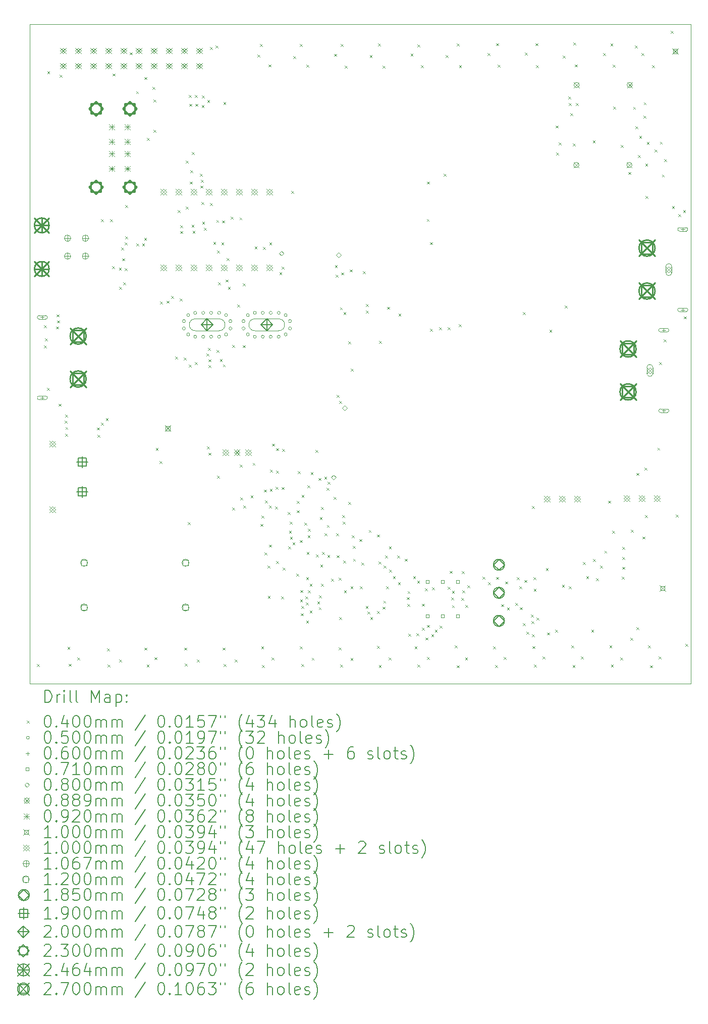
<source format=gbr>
%TF.GenerationSoftware,KiCad,Pcbnew,8.0.3*%
%TF.CreationDate,2025-06-05T13:09:15-07:00*%
%TF.ProjectId,Power_ManagementV2,506f7765-725f-44d6-916e-6167656d656e,rev?*%
%TF.SameCoordinates,Original*%
%TF.FileFunction,Drillmap*%
%TF.FilePolarity,Positive*%
%FSLAX45Y45*%
G04 Gerber Fmt 4.5, Leading zero omitted, Abs format (unit mm)*
G04 Created by KiCad (PCBNEW 8.0.3) date 2025-06-05 13:09:15*
%MOMM*%
%LPD*%
G01*
G04 APERTURE LIST*
%ADD10C,0.100000*%
%ADD11C,0.200000*%
%ADD12C,0.106680*%
%ADD13C,0.120000*%
%ADD14C,0.185000*%
%ADD15C,0.190000*%
%ADD16C,0.230000*%
%ADD17C,0.246380*%
%ADD18C,0.270000*%
G04 APERTURE END LIST*
D10*
X15392400Y-5034280D02*
X26487120Y-5034280D01*
X26487120Y-16084280D01*
X15392400Y-16084280D01*
X15392400Y-5034280D01*
D11*
D10*
X15515000Y-15760000D02*
X15555000Y-15800000D01*
X15555000Y-15760000D02*
X15515000Y-15800000D01*
X15629220Y-10076780D02*
X15669220Y-10116780D01*
X15669220Y-10076780D02*
X15629220Y-10116780D01*
X15635000Y-10415000D02*
X15675000Y-10455000D01*
X15675000Y-10415000D02*
X15635000Y-10455000D01*
X15647258Y-10299758D02*
X15687258Y-10339758D01*
X15687258Y-10299758D02*
X15647258Y-10339758D01*
X15682500Y-11130000D02*
X15722500Y-11170000D01*
X15722500Y-11130000D02*
X15682500Y-11170000D01*
X15687360Y-5822000D02*
X15727360Y-5862000D01*
X15727360Y-5822000D02*
X15687360Y-5862000D01*
X15832500Y-10100000D02*
X15872500Y-10140000D01*
X15872500Y-10100000D02*
X15832500Y-10140000D01*
X15844840Y-9896160D02*
X15884840Y-9936160D01*
X15884840Y-9896160D02*
X15844840Y-9936160D01*
X15850000Y-9997500D02*
X15890000Y-10037500D01*
X15890000Y-9997500D02*
X15850000Y-10037500D01*
X15875000Y-11395000D02*
X15915000Y-11435000D01*
X15915000Y-11395000D02*
X15875000Y-11435000D01*
X15895640Y-5877880D02*
X15935640Y-5917880D01*
X15935640Y-5877880D02*
X15895640Y-5917880D01*
X15980000Y-11677500D02*
X16020000Y-11717500D01*
X16020000Y-11677500D02*
X15980000Y-11717500D01*
X15990000Y-11577500D02*
X16030000Y-11617500D01*
X16030000Y-11577500D02*
X15990000Y-11617500D01*
X15990000Y-11897500D02*
X16030000Y-11937500D01*
X16030000Y-11897500D02*
X15990000Y-11937500D01*
X15992500Y-11785000D02*
X16032500Y-11825000D01*
X16032500Y-11785000D02*
X15992500Y-11825000D01*
X16027000Y-15474000D02*
X16067000Y-15514000D01*
X16067000Y-15474000D02*
X16027000Y-15514000D01*
X16050000Y-15755000D02*
X16090000Y-15795000D01*
X16090000Y-15755000D02*
X16050000Y-15795000D01*
X16188000Y-15648000D02*
X16228000Y-15688000D01*
X16228000Y-15648000D02*
X16188000Y-15688000D01*
X16522500Y-11792500D02*
X16562500Y-11832500D01*
X16562500Y-11792500D02*
X16522500Y-11832500D01*
X16527500Y-11915000D02*
X16567500Y-11955000D01*
X16567500Y-11915000D02*
X16527500Y-11955000D01*
X16590000Y-11710000D02*
X16630000Y-11750000D01*
X16630000Y-11710000D02*
X16590000Y-11750000D01*
X16591600Y-8301040D02*
X16631600Y-8341040D01*
X16631600Y-8301040D02*
X16591600Y-8341040D01*
X16670000Y-11635000D02*
X16710000Y-11675000D01*
X16710000Y-11635000D02*
X16670000Y-11675000D01*
X16691000Y-15494000D02*
X16731000Y-15534000D01*
X16731000Y-15494000D02*
X16691000Y-15534000D01*
X16700000Y-15765000D02*
X16740000Y-15805000D01*
X16740000Y-15765000D02*
X16700000Y-15805000D01*
X16738920Y-8301040D02*
X16778920Y-8341040D01*
X16778920Y-8301040D02*
X16738920Y-8341040D01*
X16774480Y-9088440D02*
X16814480Y-9128440D01*
X16814480Y-9088440D02*
X16774480Y-9128440D01*
X16784640Y-5857560D02*
X16824640Y-5897560D01*
X16824640Y-5857560D02*
X16784640Y-5897560D01*
X16888409Y-9113054D02*
X16928409Y-9153054D01*
X16928409Y-9113054D02*
X16888409Y-9153054D01*
X16891000Y-15686000D02*
X16931000Y-15726000D01*
X16931000Y-15686000D02*
X16891000Y-15726000D01*
X16891320Y-9433880D02*
X16931320Y-9473880D01*
X16931320Y-9433880D02*
X16891320Y-9473880D01*
X16929335Y-8772085D02*
X16969335Y-8812085D01*
X16969335Y-8772085D02*
X16929335Y-8812085D01*
X16942120Y-8956360D02*
X16982120Y-8996360D01*
X16982120Y-8956360D02*
X16942120Y-8996360D01*
X16964140Y-9358476D02*
X17004140Y-9398476D01*
X17004140Y-9358476D02*
X16964140Y-9398476D01*
X16987535Y-8690373D02*
X17027535Y-8730373D01*
X17027535Y-8690373D02*
X16987535Y-8730373D01*
X16988244Y-9122916D02*
X17028244Y-9162916D01*
X17028244Y-9122916D02*
X16988244Y-9162916D01*
X16995000Y-8065000D02*
X17035000Y-8105000D01*
X17035000Y-8065000D02*
X16995000Y-8105000D01*
X16998000Y-8590600D02*
X17038000Y-8630600D01*
X17038000Y-8590600D02*
X16998000Y-8630600D01*
X17073380Y-5502964D02*
X17113380Y-5542964D01*
X17113380Y-5502964D02*
X17073380Y-5542964D01*
X17177500Y-6153900D02*
X17217500Y-6193900D01*
X17217500Y-6153900D02*
X17177500Y-6193900D01*
X17178700Y-8704060D02*
X17218700Y-8744060D01*
X17218700Y-8704060D02*
X17178700Y-8744060D01*
X17278654Y-8707547D02*
X17318654Y-8747547D01*
X17318654Y-8707547D02*
X17278654Y-8747547D01*
X17312960Y-8610920D02*
X17352960Y-8650920D01*
X17352960Y-8610920D02*
X17312960Y-8650920D01*
X17315000Y-5917500D02*
X17355000Y-5957500D01*
X17355000Y-5917500D02*
X17315000Y-5957500D01*
X17318000Y-15484000D02*
X17358000Y-15524000D01*
X17358000Y-15484000D02*
X17318000Y-15524000D01*
X17355000Y-15765000D02*
X17395000Y-15805000D01*
X17395000Y-15765000D02*
X17355000Y-15805000D01*
X17358680Y-6934520D02*
X17398680Y-6974520D01*
X17398680Y-6934520D02*
X17358680Y-6974520D01*
X17455200Y-6081080D02*
X17495200Y-6121080D01*
X17495200Y-6081080D02*
X17455200Y-6121080D01*
X17470440Y-6802440D02*
X17510440Y-6842440D01*
X17510440Y-6802440D02*
X17470440Y-6842440D01*
X17472500Y-6292500D02*
X17512500Y-6332500D01*
X17512500Y-6292500D02*
X17472500Y-6332500D01*
X17488000Y-15646000D02*
X17528000Y-15686000D01*
X17528000Y-15646000D02*
X17488000Y-15686000D01*
X17508348Y-12138086D02*
X17548348Y-12178086D01*
X17548348Y-12138086D02*
X17508348Y-12178086D01*
X17574119Y-12358063D02*
X17614119Y-12398063D01*
X17614119Y-12358063D02*
X17574119Y-12398063D01*
X17577496Y-9678096D02*
X17617496Y-9718096D01*
X17617496Y-9678096D02*
X17577496Y-9718096D01*
X17691075Y-9667500D02*
X17731075Y-9707500D01*
X17731075Y-9667500D02*
X17691075Y-9707500D01*
X17767715Y-9590082D02*
X17807715Y-9630082D01*
X17807715Y-9590082D02*
X17767715Y-9630082D01*
X17831702Y-10604782D02*
X17871702Y-10644782D01*
X17871702Y-10604782D02*
X17831702Y-10644782D01*
X17873517Y-8149839D02*
X17913517Y-8189839D01*
X17913517Y-8149839D02*
X17873517Y-8189839D01*
X17912400Y-9632000D02*
X17952400Y-9672000D01*
X17952400Y-9632000D02*
X17912400Y-9672000D01*
X17917480Y-8499160D02*
X17957480Y-8539160D01*
X17957480Y-8499160D02*
X17917480Y-8539160D01*
X17919220Y-8399062D02*
X17959220Y-8439062D01*
X17959220Y-8399062D02*
X17919220Y-8439062D01*
X17977342Y-10619662D02*
X18017342Y-10659662D01*
X18017342Y-10619662D02*
X17977342Y-10659662D01*
X17983000Y-15484000D02*
X18023000Y-15524000D01*
X18023000Y-15484000D02*
X17983000Y-15524000D01*
X17995000Y-15750000D02*
X18035000Y-15790000D01*
X18035000Y-15750000D02*
X17995000Y-15790000D01*
X18008920Y-7315520D02*
X18048920Y-7355520D01*
X18048920Y-7315520D02*
X18008920Y-7355520D01*
X18014000Y-8087680D02*
X18054000Y-8127680D01*
X18054000Y-8087680D02*
X18014000Y-8127680D01*
X18042500Y-13380000D02*
X18082500Y-13420000D01*
X18082500Y-13380000D02*
X18042500Y-13420000D01*
X18064332Y-10739867D02*
X18104332Y-10779867D01*
X18104332Y-10739867D02*
X18064332Y-10779867D01*
X18064800Y-6218240D02*
X18104800Y-6258240D01*
X18104800Y-6218240D02*
X18064800Y-6258240D01*
X18069880Y-6365560D02*
X18109880Y-6405560D01*
X18109880Y-6365560D02*
X18069880Y-6405560D01*
X18077820Y-7668720D02*
X18117820Y-7708720D01*
X18117820Y-7668720D02*
X18077820Y-7708720D01*
X18090200Y-7478080D02*
X18130200Y-7518080D01*
X18130200Y-7478080D02*
X18090200Y-7518080D01*
X18109709Y-8395052D02*
X18149709Y-8435052D01*
X18149709Y-8395052D02*
X18109709Y-8435052D01*
X18110520Y-7173280D02*
X18150520Y-7213280D01*
X18150520Y-7173280D02*
X18110520Y-7213280D01*
X18125760Y-8494080D02*
X18165760Y-8534080D01*
X18165760Y-8494080D02*
X18125760Y-8534080D01*
X18166400Y-6218240D02*
X18206400Y-6258240D01*
X18206400Y-6218240D02*
X18166400Y-6258240D01*
X18166400Y-10693720D02*
X18206400Y-10733720D01*
X18206400Y-10693720D02*
X18166400Y-10733720D01*
X18170200Y-6365373D02*
X18210200Y-6405373D01*
X18210200Y-6365373D02*
X18170200Y-6405373D01*
X18198000Y-15681000D02*
X18238000Y-15721000D01*
X18238000Y-15681000D02*
X18198000Y-15721000D01*
X18247680Y-7539040D02*
X18287680Y-7579040D01*
X18287680Y-7539040D02*
X18247680Y-7579040D01*
X18256606Y-7738214D02*
X18296606Y-7778214D01*
X18296606Y-7738214D02*
X18256606Y-7778214D01*
X18263385Y-7638123D02*
X18303385Y-7678123D01*
X18303385Y-7638123D02*
X18263385Y-7678123D01*
X18272500Y-8015000D02*
X18312500Y-8055000D01*
X18312500Y-8015000D02*
X18272500Y-8055000D01*
X18278160Y-6385880D02*
X18318160Y-6425880D01*
X18318160Y-6385880D02*
X18278160Y-6425880D01*
X18283240Y-6223320D02*
X18323240Y-6263320D01*
X18323240Y-6223320D02*
X18283240Y-6263320D01*
X18287692Y-8342219D02*
X18327692Y-8382219D01*
X18327692Y-8342219D02*
X18287692Y-8382219D01*
X18318800Y-8443280D02*
X18358800Y-8483280D01*
X18358800Y-8443280D02*
X18318800Y-8483280D01*
X18355708Y-10555043D02*
X18395708Y-10595043D01*
X18395708Y-10555043D02*
X18355708Y-10595043D01*
X18369600Y-12111040D02*
X18409600Y-12151040D01*
X18409600Y-12111040D02*
X18369600Y-12151040D01*
X18370960Y-6302246D02*
X18410960Y-6342246D01*
X18410960Y-6302246D02*
X18370960Y-6342246D01*
X18383583Y-10458673D02*
X18423583Y-10498673D01*
X18423583Y-10458673D02*
X18383583Y-10498673D01*
X18389690Y-12215659D02*
X18429690Y-12255659D01*
X18429690Y-12215659D02*
X18389690Y-12255659D01*
X18389727Y-10649418D02*
X18429727Y-10689418D01*
X18429727Y-10649418D02*
X18389727Y-10689418D01*
X18395000Y-10749600D02*
X18435000Y-10789600D01*
X18435000Y-10749600D02*
X18395000Y-10789600D01*
X18415453Y-5413335D02*
X18455453Y-5453335D01*
X18455453Y-5413335D02*
X18415453Y-5453335D01*
X18420400Y-8026720D02*
X18460400Y-8066720D01*
X18460400Y-8026720D02*
X18420400Y-8066720D01*
X18472500Y-8680000D02*
X18512500Y-8720000D01*
X18512500Y-8680000D02*
X18472500Y-8720000D01*
X18512682Y-5388625D02*
X18552682Y-5428625D01*
X18552682Y-5388625D02*
X18512682Y-5428625D01*
X18523332Y-8313032D02*
X18563332Y-8353032D01*
X18563332Y-8313032D02*
X18523332Y-8353032D01*
X18529975Y-10493900D02*
X18569975Y-10533900D01*
X18569975Y-10493900D02*
X18529975Y-10533900D01*
X18535000Y-12600000D02*
X18575000Y-12640000D01*
X18575000Y-12600000D02*
X18535000Y-12640000D01*
X18537240Y-8824280D02*
X18577240Y-8864280D01*
X18577240Y-8824280D02*
X18537240Y-8864280D01*
X18552480Y-9357680D02*
X18592480Y-9397680D01*
X18592480Y-9357680D02*
X18552480Y-9397680D01*
X18582960Y-10648000D02*
X18622960Y-10688000D01*
X18622960Y-10648000D02*
X18582960Y-10688000D01*
X18608255Y-8689328D02*
X18648255Y-8729328D01*
X18648255Y-8689328D02*
X18608255Y-8729328D01*
X18623600Y-8321360D02*
X18663600Y-8361360D01*
X18663600Y-8321360D02*
X18623600Y-8361360D01*
X18630000Y-15484000D02*
X18670000Y-15524000D01*
X18670000Y-15484000D02*
X18630000Y-15524000D01*
X18633760Y-10734360D02*
X18673760Y-10774360D01*
X18673760Y-10734360D02*
X18633760Y-10774360D01*
X18643280Y-6335492D02*
X18683280Y-6375492D01*
X18683280Y-6335492D02*
X18643280Y-6375492D01*
X18645000Y-15760000D02*
X18685000Y-15800000D01*
X18685000Y-15760000D02*
X18645000Y-15800000D01*
X18679480Y-9311960D02*
X18719480Y-9351960D01*
X18719480Y-9311960D02*
X18679480Y-9351960D01*
X18698100Y-8955000D02*
X18738100Y-8995000D01*
X18738100Y-8955000D02*
X18698100Y-8995000D01*
X18718440Y-9432925D02*
X18758440Y-9472925D01*
X18758440Y-9432925D02*
X18718440Y-9472925D01*
X18765840Y-8260400D02*
X18805840Y-8300400D01*
X18805840Y-8260400D02*
X18765840Y-8300400D01*
X18787500Y-13132500D02*
X18827500Y-13172500D01*
X18827500Y-13132500D02*
X18787500Y-13172500D01*
X18792225Y-10409481D02*
X18832225Y-10449481D01*
X18832225Y-10409481D02*
X18792225Y-10449481D01*
X18830000Y-15681000D02*
X18870000Y-15721000D01*
X18870000Y-15681000D02*
X18830000Y-15721000D01*
X18875320Y-9730000D02*
X18915320Y-9770000D01*
X18915320Y-9730000D02*
X18875320Y-9770000D01*
X18913160Y-8270560D02*
X18953160Y-8310560D01*
X18953160Y-8270560D02*
X18913160Y-8310560D01*
X18918615Y-12415611D02*
X18958615Y-12455611D01*
X18958615Y-12415611D02*
X18918615Y-12455611D01*
X18927500Y-12962500D02*
X18967500Y-13002500D01*
X18967500Y-12962500D02*
X18927500Y-13002500D01*
X18967500Y-9375000D02*
X19007500Y-9415000D01*
X19007500Y-9375000D02*
X18967500Y-9415000D01*
X18969471Y-10411801D02*
X19009471Y-10451801D01*
X19009471Y-10411801D02*
X18969471Y-10451801D01*
X18977500Y-13100000D02*
X19017500Y-13140000D01*
X19017500Y-13100000D02*
X18977500Y-13140000D01*
X19100000Y-12930000D02*
X19140000Y-12970000D01*
X19140000Y-12930000D02*
X19100000Y-12970000D01*
X19132500Y-12385000D02*
X19172500Y-12425000D01*
X19172500Y-12385000D02*
X19132500Y-12425000D01*
X19167500Y-8760000D02*
X19207500Y-8800000D01*
X19207500Y-8760000D02*
X19167500Y-8800000D01*
X19212880Y-5542600D02*
X19252880Y-5582600D01*
X19252880Y-5542600D02*
X19212880Y-5582600D01*
X19253520Y-5364800D02*
X19293520Y-5404800D01*
X19293520Y-5364800D02*
X19253520Y-5404800D01*
X19261532Y-13409252D02*
X19301532Y-13449252D01*
X19301532Y-13409252D02*
X19261532Y-13449252D01*
X19277000Y-15464000D02*
X19317000Y-15504000D01*
X19317000Y-15464000D02*
X19277000Y-15504000D01*
X19280751Y-13271780D02*
X19320751Y-13311780D01*
X19320751Y-13271780D02*
X19280751Y-13311780D01*
X19290000Y-15775000D02*
X19330000Y-15815000D01*
X19330000Y-15775000D02*
X19290000Y-15815000D01*
X19305000Y-8765000D02*
X19345000Y-8805000D01*
X19345000Y-8765000D02*
X19305000Y-8805000D01*
X19321565Y-12834284D02*
X19361565Y-12874284D01*
X19361565Y-12834284D02*
X19321565Y-12874284D01*
X19333100Y-13890562D02*
X19373100Y-13930562D01*
X19373100Y-13890562D02*
X19333100Y-13930562D01*
X19341904Y-13016832D02*
X19381904Y-13056832D01*
X19381904Y-13016832D02*
X19341904Y-13056832D01*
X19385842Y-14106350D02*
X19425842Y-14146350D01*
X19425842Y-14106350D02*
X19385842Y-14146350D01*
X19387500Y-14617500D02*
X19427500Y-14657500D01*
X19427500Y-14617500D02*
X19387500Y-14657500D01*
X19400840Y-5705160D02*
X19440840Y-5745160D01*
X19440840Y-5705160D02*
X19400840Y-5745160D01*
X19407898Y-13099199D02*
X19447898Y-13139199D01*
X19447898Y-13099199D02*
X19407898Y-13139199D01*
X19410600Y-13756690D02*
X19450600Y-13796690D01*
X19450600Y-13756690D02*
X19410600Y-13796690D01*
X19412500Y-8692500D02*
X19452500Y-8732500D01*
X19452500Y-8692500D02*
X19412500Y-8732500D01*
X19421160Y-12822240D02*
X19461160Y-12862240D01*
X19461160Y-12822240D02*
X19421160Y-12862240D01*
X19426240Y-12502200D02*
X19466240Y-12542200D01*
X19466240Y-12502200D02*
X19426240Y-12542200D01*
X19451000Y-15648000D02*
X19491000Y-15688000D01*
X19491000Y-15648000D02*
X19451000Y-15688000D01*
X19461567Y-12064371D02*
X19501567Y-12104371D01*
X19501567Y-12064371D02*
X19461567Y-12104371D01*
X19511139Y-13118341D02*
X19551139Y-13158341D01*
X19551139Y-13118341D02*
X19511139Y-13158341D01*
X19516200Y-12785200D02*
X19556200Y-12825200D01*
X19556200Y-12785200D02*
X19516200Y-12825200D01*
X19525669Y-12515544D02*
X19565669Y-12555544D01*
X19565669Y-12515544D02*
X19525669Y-12555544D01*
X19527840Y-14031280D02*
X19567840Y-14071280D01*
X19567840Y-14031280D02*
X19527840Y-14071280D01*
X19527895Y-12139635D02*
X19567895Y-12179635D01*
X19567895Y-12139635D02*
X19527895Y-12179635D01*
X19582500Y-9187500D02*
X19622500Y-9227500D01*
X19622500Y-9187500D02*
X19582500Y-9227500D01*
X19610000Y-14625000D02*
X19650000Y-14665000D01*
X19650000Y-14625000D02*
X19610000Y-14665000D01*
X19617500Y-12791760D02*
X19657500Y-12831760D01*
X19657500Y-12791760D02*
X19617500Y-12831760D01*
X19620280Y-9094566D02*
X19660280Y-9134566D01*
X19660280Y-9094566D02*
X19620280Y-9134566D01*
X19627080Y-12154680D02*
X19667080Y-12194680D01*
X19667080Y-12154680D02*
X19627080Y-12194680D01*
X19634520Y-14141250D02*
X19674520Y-14181250D01*
X19674520Y-14141250D02*
X19634520Y-14181250D01*
X19721662Y-13213275D02*
X19761662Y-13253275D01*
X19761662Y-13213275D02*
X19721662Y-13253275D01*
X19729406Y-13789241D02*
X19769406Y-13829241D01*
X19769406Y-13789241D02*
X19729406Y-13829241D01*
X19742671Y-13521715D02*
X19782671Y-13561715D01*
X19782671Y-13521715D02*
X19742671Y-13561715D01*
X19757543Y-13371612D02*
X19797543Y-13411612D01*
X19797543Y-13371612D02*
X19757543Y-13411612D01*
X19759580Y-13625345D02*
X19799580Y-13665345D01*
X19799580Y-13625345D02*
X19759580Y-13665345D01*
X19782500Y-7827500D02*
X19822500Y-7867500D01*
X19822500Y-7827500D02*
X19782500Y-7867500D01*
X19801512Y-13716673D02*
X19841512Y-13756673D01*
X19841512Y-13716673D02*
X19801512Y-13756673D01*
X19812320Y-5562920D02*
X19852320Y-5602920D01*
X19852320Y-5562920D02*
X19812320Y-5602920D01*
X19868200Y-14244640D02*
X19908200Y-14284640D01*
X19908200Y-14244640D02*
X19868200Y-14284640D01*
X19871837Y-13181102D02*
X19911837Y-13221102D01*
X19911837Y-13181102D02*
X19871837Y-13221102D01*
X19877060Y-13025440D02*
X19917060Y-13065440D01*
X19917060Y-13025440D02*
X19877060Y-13065440D01*
X19892300Y-12522520D02*
X19932300Y-12562520D01*
X19932300Y-12522520D02*
X19892300Y-12562520D01*
X19923500Y-13680760D02*
X19963500Y-13720760D01*
X19963500Y-13680760D02*
X19923500Y-13720760D01*
X19924080Y-5364800D02*
X19964080Y-5404800D01*
X19964080Y-5364800D02*
X19924080Y-5404800D01*
X19927000Y-15464000D02*
X19967000Y-15504000D01*
X19967000Y-15464000D02*
X19927000Y-15504000D01*
X19930000Y-14675000D02*
X19970000Y-14715000D01*
X19970000Y-14675000D02*
X19930000Y-14715000D01*
X19932500Y-14520000D02*
X19972500Y-14560000D01*
X19972500Y-14520000D02*
X19932500Y-14560000D01*
X19943338Y-14907799D02*
X19983338Y-14947799D01*
X19983338Y-14907799D02*
X19943338Y-14947799D01*
X19948549Y-14785916D02*
X19988549Y-14825916D01*
X19988549Y-14785916D02*
X19948549Y-14825916D01*
X19950000Y-15760000D02*
X19990000Y-15800000D01*
X19990000Y-15760000D02*
X19950000Y-15800000D01*
X19954560Y-12923840D02*
X19994560Y-12963840D01*
X19994560Y-12923840D02*
X19954560Y-12963840D01*
X19998174Y-13389508D02*
X20038174Y-13429508D01*
X20038174Y-13389508D02*
X19998174Y-13429508D01*
X20015765Y-14622956D02*
X20055765Y-14662956D01*
X20055765Y-14622956D02*
X20015765Y-14662956D01*
X20027394Y-14724208D02*
X20067394Y-14764208D01*
X20067394Y-14724208D02*
X20027394Y-14764208D01*
X20030000Y-15032500D02*
X20070000Y-15072500D01*
X20070000Y-15032500D02*
X20030000Y-15072500D01*
X20030760Y-14300520D02*
X20070760Y-14340520D01*
X20070760Y-14300520D02*
X20030760Y-14340520D01*
X20035840Y-5710240D02*
X20075840Y-5750240D01*
X20075840Y-5710240D02*
X20035840Y-5750240D01*
X20039337Y-13882767D02*
X20079337Y-13922767D01*
X20079337Y-13882767D02*
X20039337Y-13922767D01*
X20052246Y-12761675D02*
X20092246Y-12801675D01*
X20092246Y-12761675D02*
X20052246Y-12801675D01*
X20056160Y-13599480D02*
X20096160Y-13639480D01*
X20096160Y-13599480D02*
X20056160Y-13639480D01*
X20059388Y-13491811D02*
X20099388Y-13531811D01*
X20099388Y-13491811D02*
X20059388Y-13531811D01*
X20062491Y-14524396D02*
X20102491Y-14564396D01*
X20102491Y-14524396D02*
X20062491Y-14564396D01*
X20088811Y-14862375D02*
X20128811Y-14902375D01*
X20128811Y-14862375D02*
X20088811Y-14902375D01*
X20089040Y-14412500D02*
X20129040Y-14452500D01*
X20129040Y-14412500D02*
X20089040Y-14452500D01*
X20106960Y-12542840D02*
X20146960Y-12582840D01*
X20146960Y-12542840D02*
X20106960Y-12582840D01*
X20124000Y-15653000D02*
X20164000Y-15693000D01*
X20164000Y-15653000D02*
X20124000Y-15693000D01*
X20188615Y-12172230D02*
X20228615Y-12212230D01*
X20228615Y-12172230D02*
X20188615Y-12212230D01*
X20192898Y-13921250D02*
X20232898Y-13961250D01*
X20232898Y-13921250D02*
X20192898Y-13961250D01*
X20216367Y-14708399D02*
X20256367Y-14748399D01*
X20256367Y-14708399D02*
X20216367Y-14748399D01*
X20235320Y-12638764D02*
X20275320Y-12678764D01*
X20275320Y-12638764D02*
X20235320Y-12678764D01*
X20242500Y-14807500D02*
X20282500Y-14847500D01*
X20282500Y-14807500D02*
X20242500Y-14847500D01*
X20245000Y-14607500D02*
X20285000Y-14647500D01*
X20285000Y-14607500D02*
X20245000Y-14647500D01*
X20258249Y-13295811D02*
X20298249Y-13335811D01*
X20298249Y-13295811D02*
X20258249Y-13335811D01*
X20267500Y-14092500D02*
X20307500Y-14132500D01*
X20307500Y-14092500D02*
X20267500Y-14132500D01*
X20279680Y-13127040D02*
X20319680Y-13167040D01*
X20319680Y-13127040D02*
X20279680Y-13167040D01*
X20279680Y-14412280D02*
X20319680Y-14452280D01*
X20319680Y-14412280D02*
X20279680Y-14452280D01*
X20294920Y-13878880D02*
X20334920Y-13918880D01*
X20334920Y-13878880D02*
X20294920Y-13918880D01*
X20334303Y-12619686D02*
X20374303Y-12659686D01*
X20374303Y-12619686D02*
X20334303Y-12659686D01*
X20340640Y-13563920D02*
X20380640Y-13603920D01*
X20380640Y-13563920D02*
X20340640Y-13603920D01*
X20372016Y-12802984D02*
X20412016Y-12842984D01*
X20412016Y-12802984D02*
X20372016Y-12842984D01*
X20378059Y-13426460D02*
X20418059Y-13466460D01*
X20418059Y-13426460D02*
X20378059Y-13466460D01*
X20385197Y-13932501D02*
X20425197Y-13972501D01*
X20425197Y-13932501D02*
X20385197Y-13972501D01*
X20389495Y-12703827D02*
X20429495Y-12743827D01*
X20429495Y-12703827D02*
X20389495Y-12743827D01*
X20447320Y-14331000D02*
X20487320Y-14371000D01*
X20487320Y-14331000D02*
X20447320Y-14371000D01*
X20493040Y-12959400D02*
X20533040Y-12999400D01*
X20533040Y-12959400D02*
X20493040Y-12999400D01*
X20503200Y-5527360D02*
X20543200Y-5567360D01*
X20543200Y-5527360D02*
X20503200Y-5567360D01*
X20512500Y-9072500D02*
X20552500Y-9112500D01*
X20552500Y-9072500D02*
X20512500Y-9112500D01*
X20526954Y-9230126D02*
X20566954Y-9270126D01*
X20566954Y-9230126D02*
X20526954Y-9270126D01*
X20536720Y-13569251D02*
X20576720Y-13609251D01*
X20576720Y-13569251D02*
X20536720Y-13609251D01*
X20540000Y-11247500D02*
X20580000Y-11287500D01*
X20580000Y-11247500D02*
X20540000Y-11287500D01*
X20540197Y-13934941D02*
X20580197Y-13974941D01*
X20580197Y-13934941D02*
X20540197Y-13974941D01*
X20576000Y-15477000D02*
X20616000Y-15517000D01*
X20616000Y-15477000D02*
X20576000Y-15517000D01*
X20576716Y-14311534D02*
X20616716Y-14351534D01*
X20616716Y-14311534D02*
X20576716Y-14351534D01*
X20582188Y-11347740D02*
X20622188Y-11387740D01*
X20622188Y-11347740D02*
X20582188Y-11387740D01*
X20585000Y-14970000D02*
X20625000Y-15010000D01*
X20625000Y-14970000D02*
X20585000Y-15010000D01*
X20597820Y-9777217D02*
X20637820Y-9817217D01*
X20637820Y-9777217D02*
X20597820Y-9817217D01*
X20605000Y-15770000D02*
X20645000Y-15810000D01*
X20645000Y-15770000D02*
X20605000Y-15810000D01*
X20609880Y-5359720D02*
X20649880Y-5399720D01*
X20649880Y-5359720D02*
X20609880Y-5399720D01*
X20620095Y-9193591D02*
X20660095Y-9233591D01*
X20660095Y-9193591D02*
X20620095Y-9233591D01*
X20637900Y-13260178D02*
X20677900Y-13300178D01*
X20677900Y-13260178D02*
X20637900Y-13300178D01*
X20644725Y-13370000D02*
X20684725Y-13410000D01*
X20684725Y-13370000D02*
X20644725Y-13410000D01*
X20650000Y-14025000D02*
X20690000Y-14065000D01*
X20690000Y-14025000D02*
X20650000Y-14065000D01*
X20657330Y-9857980D02*
X20697330Y-9897980D01*
X20697330Y-9857980D02*
X20657330Y-9897980D01*
X20665694Y-14525640D02*
X20705694Y-14565640D01*
X20705694Y-14525640D02*
X20665694Y-14565640D01*
X20681000Y-5725480D02*
X20721000Y-5765480D01*
X20721000Y-5725480D02*
X20681000Y-5765480D01*
X20737500Y-10347500D02*
X20777500Y-10387500D01*
X20777500Y-10347500D02*
X20737500Y-10387500D01*
X20740000Y-13040000D02*
X20780000Y-13080000D01*
X20780000Y-13040000D02*
X20740000Y-13080000D01*
X20762742Y-9142767D02*
X20802742Y-9182767D01*
X20802742Y-9142767D02*
X20762742Y-9182767D01*
X20776000Y-15656000D02*
X20816000Y-15696000D01*
X20816000Y-15656000D02*
X20776000Y-15696000D01*
X20776434Y-14452820D02*
X20816434Y-14492820D01*
X20816434Y-14452820D02*
X20776434Y-14492820D01*
X20780000Y-10805000D02*
X20820000Y-10845000D01*
X20820000Y-10805000D02*
X20780000Y-10845000D01*
X20795000Y-13600000D02*
X20835000Y-13640000D01*
X20835000Y-13600000D02*
X20795000Y-13640000D01*
X20813246Y-13775414D02*
X20853246Y-13815414D01*
X20853246Y-13775414D02*
X20813246Y-13815414D01*
X20817500Y-13995000D02*
X20857500Y-14035000D01*
X20857500Y-13995000D02*
X20817500Y-14035000D01*
X20925000Y-13665000D02*
X20965000Y-13705000D01*
X20965000Y-13665000D02*
X20925000Y-13705000D01*
X20930591Y-14452820D02*
X20970591Y-14492820D01*
X20970591Y-14452820D02*
X20930591Y-14492820D01*
X20958071Y-14056121D02*
X20998071Y-14096121D01*
X20998071Y-14056121D02*
X20958071Y-14096121D01*
X20982500Y-9170000D02*
X21022500Y-9210000D01*
X21022500Y-9170000D02*
X20982500Y-9210000D01*
X21030000Y-14785000D02*
X21070000Y-14825000D01*
X21070000Y-14785000D02*
X21030000Y-14825000D01*
X21031520Y-9723440D02*
X21071520Y-9763440D01*
X21071520Y-9723440D02*
X21031520Y-9763440D01*
X21032787Y-9830260D02*
X21072787Y-9870260D01*
X21072787Y-9830260D02*
X21032787Y-9870260D01*
X21060210Y-14880664D02*
X21100210Y-14920664D01*
X21100210Y-14880664D02*
X21060210Y-14920664D01*
X21080000Y-13512500D02*
X21120000Y-13552500D01*
X21120000Y-13512500D02*
X21080000Y-13552500D01*
X21097560Y-5547680D02*
X21137560Y-5587680D01*
X21137560Y-5547680D02*
X21097560Y-5587680D01*
X21106181Y-14969831D02*
X21146181Y-15009831D01*
X21146181Y-14969831D02*
X21106181Y-15009831D01*
X21217500Y-13587500D02*
X21257500Y-13627500D01*
X21257500Y-13587500D02*
X21217500Y-13627500D01*
X21217500Y-14870173D02*
X21257500Y-14910173D01*
X21257500Y-14870173D02*
X21217500Y-14910173D01*
X21221000Y-15454000D02*
X21261000Y-15494000D01*
X21261000Y-15454000D02*
X21221000Y-15494000D01*
X21234720Y-5354640D02*
X21274720Y-5394640D01*
X21274720Y-5354640D02*
X21234720Y-5394640D01*
X21247301Y-14037699D02*
X21287301Y-14077699D01*
X21287301Y-14037699D02*
X21247301Y-14077699D01*
X21250000Y-15775000D02*
X21290000Y-15815000D01*
X21290000Y-15775000D02*
X21250000Y-15815000D01*
X21254218Y-10341718D02*
X21294218Y-10381718D01*
X21294218Y-10341718D02*
X21254218Y-10381718D01*
X21310920Y-5725480D02*
X21350920Y-5765480D01*
X21350920Y-5725480D02*
X21310920Y-5765480D01*
X21315325Y-14797353D02*
X21355325Y-14837353D01*
X21355325Y-14797353D02*
X21315325Y-14837353D01*
X21325000Y-14697500D02*
X21365000Y-14737500D01*
X21365000Y-14697500D02*
X21325000Y-14737500D01*
X21327500Y-14107500D02*
X21367500Y-14147500D01*
X21367500Y-14107500D02*
X21327500Y-14147500D01*
X21356878Y-13941309D02*
X21396878Y-13981309D01*
X21396878Y-13941309D02*
X21356878Y-13981309D01*
X21372722Y-14455145D02*
X21412722Y-14495145D01*
X21412722Y-14455145D02*
X21372722Y-14495145D01*
X21387120Y-9769160D02*
X21427120Y-9809160D01*
X21427120Y-9769160D02*
X21387120Y-9809160D01*
X21413000Y-15651000D02*
X21453000Y-15691000D01*
X21453000Y-15651000D02*
X21413000Y-15691000D01*
X21420000Y-13787500D02*
X21460000Y-13827500D01*
X21460000Y-13787500D02*
X21420000Y-13827500D01*
X21425185Y-14177899D02*
X21465185Y-14217899D01*
X21465185Y-14177899D02*
X21425185Y-14217899D01*
X21487500Y-14287500D02*
X21527500Y-14327500D01*
X21527500Y-14287500D02*
X21487500Y-14327500D01*
X21556177Y-13938194D02*
X21596177Y-13978194D01*
X21596177Y-13938194D02*
X21556177Y-13978194D01*
X21572500Y-14389175D02*
X21612500Y-14429175D01*
X21612500Y-14389175D02*
X21572500Y-14429175D01*
X21580160Y-9880920D02*
X21620160Y-9920920D01*
X21620160Y-9880920D02*
X21580160Y-9920920D01*
X21685000Y-13995000D02*
X21725000Y-14035000D01*
X21725000Y-13995000D02*
X21685000Y-14035000D01*
X21720000Y-14637500D02*
X21760000Y-14677500D01*
X21760000Y-14637500D02*
X21720000Y-14677500D01*
X21730000Y-14752500D02*
X21770000Y-14792500D01*
X21770000Y-14752500D02*
X21730000Y-14792500D01*
X21732711Y-14534815D02*
X21772711Y-14574815D01*
X21772711Y-14534815D02*
X21732711Y-14574815D01*
X21745000Y-15252500D02*
X21785000Y-15292500D01*
X21785000Y-15252500D02*
X21745000Y-15292500D01*
X21783360Y-5522280D02*
X21823360Y-5562280D01*
X21823360Y-5522280D02*
X21783360Y-5562280D01*
X21826113Y-14286819D02*
X21866113Y-14326819D01*
X21866113Y-14286819D02*
X21826113Y-14326819D01*
X21850000Y-15464000D02*
X21890000Y-15504000D01*
X21890000Y-15464000D02*
X21850000Y-15504000D01*
X21882500Y-15240000D02*
X21922500Y-15280000D01*
X21922500Y-15240000D02*
X21882500Y-15280000D01*
X21892657Y-14361515D02*
X21932657Y-14401515D01*
X21932657Y-14361515D02*
X21892657Y-14401515D01*
X21895000Y-15770000D02*
X21935000Y-15810000D01*
X21935000Y-15770000D02*
X21895000Y-15810000D01*
X21895120Y-5369880D02*
X21935120Y-5409880D01*
X21935120Y-5369880D02*
X21895120Y-5409880D01*
X21956080Y-5720400D02*
X21996080Y-5760400D01*
X21996080Y-5720400D02*
X21956080Y-5760400D01*
X21971529Y-15147689D02*
X22011529Y-15187689D01*
X22011529Y-15147689D02*
X21971529Y-15187689D01*
X21975000Y-14747500D02*
X22015000Y-14787500D01*
X22015000Y-14747500D02*
X21975000Y-14787500D01*
X22027274Y-14486954D02*
X22067274Y-14526954D01*
X22067274Y-14486954D02*
X22027274Y-14526954D01*
X22035978Y-15315000D02*
X22075978Y-15355000D01*
X22075978Y-15315000D02*
X22035978Y-15355000D01*
X22055000Y-8295000D02*
X22095000Y-8335000D01*
X22095000Y-8295000D02*
X22055000Y-8335000D01*
X22060000Y-7670000D02*
X22100000Y-7710000D01*
X22100000Y-7670000D02*
X22060000Y-7710000D01*
X22060000Y-15643000D02*
X22100000Y-15683000D01*
X22100000Y-15643000D02*
X22060000Y-15683000D01*
X22061418Y-15102780D02*
X22101418Y-15142780D01*
X22101418Y-15102780D02*
X22061418Y-15142780D01*
X22108480Y-10134920D02*
X22148480Y-10174920D01*
X22148480Y-10134920D02*
X22108480Y-10174920D01*
X22110000Y-8685000D02*
X22150000Y-8725000D01*
X22150000Y-8685000D02*
X22110000Y-8725000D01*
X22130127Y-15261913D02*
X22170127Y-15301913D01*
X22170127Y-15261913D02*
X22130127Y-15301913D01*
X22145000Y-14472500D02*
X22185000Y-14512500D01*
X22185000Y-14472500D02*
X22145000Y-14512500D01*
X22189138Y-15180784D02*
X22229138Y-15220784D01*
X22229138Y-15180784D02*
X22189138Y-15220784D01*
X22260880Y-10114600D02*
X22300880Y-10154600D01*
X22300880Y-10114600D02*
X22260880Y-10154600D01*
X22270000Y-15117500D02*
X22310000Y-15157500D01*
X22310000Y-15117500D02*
X22270000Y-15157500D01*
X22340000Y-7540000D02*
X22380000Y-7580000D01*
X22380000Y-7540000D02*
X22340000Y-7580000D01*
X22372640Y-5547680D02*
X22412640Y-5587680D01*
X22412640Y-5547680D02*
X22372640Y-5587680D01*
X22407500Y-14462500D02*
X22447500Y-14502500D01*
X22447500Y-14462500D02*
X22407500Y-14502500D01*
X22408200Y-10114600D02*
X22448200Y-10154600D01*
X22448200Y-10114600D02*
X22408200Y-10154600D01*
X22442500Y-14197500D02*
X22482500Y-14237500D01*
X22482500Y-14197500D02*
X22442500Y-14237500D01*
X22465000Y-14640000D02*
X22505000Y-14680000D01*
X22505000Y-14640000D02*
X22465000Y-14680000D01*
X22477153Y-14534698D02*
X22517153Y-14574698D01*
X22517153Y-14534698D02*
X22477153Y-14574698D01*
X22477500Y-14772500D02*
X22517500Y-14812500D01*
X22517500Y-14772500D02*
X22477500Y-14812500D01*
X22522000Y-15446000D02*
X22562000Y-15486000D01*
X22562000Y-15446000D02*
X22522000Y-15486000D01*
X22555000Y-15780000D02*
X22595000Y-15820000D01*
X22595000Y-15780000D02*
X22555000Y-15820000D01*
X22555520Y-5354640D02*
X22595520Y-5394640D01*
X22595520Y-5354640D02*
X22555520Y-5394640D01*
X22591772Y-10059412D02*
X22631772Y-10099412D01*
X22631772Y-10059412D02*
X22591772Y-10099412D01*
X22596160Y-5715320D02*
X22636160Y-5755320D01*
X22636160Y-5715320D02*
X22596160Y-5755320D01*
X22635000Y-14647500D02*
X22675000Y-14687500D01*
X22675000Y-14647500D02*
X22635000Y-14687500D01*
X22642500Y-14202500D02*
X22682500Y-14242500D01*
X22682500Y-14202500D02*
X22642500Y-14242500D01*
X22650000Y-14526200D02*
X22690000Y-14566200D01*
X22690000Y-14526200D02*
X22650000Y-14566200D01*
X22697000Y-15651000D02*
X22737000Y-15691000D01*
X22737000Y-15651000D02*
X22697000Y-15691000D01*
X22702500Y-14767500D02*
X22742500Y-14807500D01*
X22742500Y-14767500D02*
X22702500Y-14807500D01*
X22736008Y-14436008D02*
X22776008Y-14476008D01*
X22776008Y-14436008D02*
X22736008Y-14476008D01*
X22990000Y-14295000D02*
X23030000Y-14335000D01*
X23030000Y-14295000D02*
X22990000Y-14335000D01*
X23073680Y-5517200D02*
X23113680Y-5557200D01*
X23113680Y-5517200D02*
X23073680Y-5557200D01*
X23085000Y-14390000D02*
X23125000Y-14430000D01*
X23125000Y-14390000D02*
X23085000Y-14430000D01*
X23167000Y-15461000D02*
X23207000Y-15501000D01*
X23207000Y-15461000D02*
X23167000Y-15501000D01*
X23200000Y-15775000D02*
X23240000Y-15815000D01*
X23240000Y-15775000D02*
X23200000Y-15815000D01*
X23220000Y-14300000D02*
X23260000Y-14340000D01*
X23260000Y-14300000D02*
X23220000Y-14340000D01*
X23221000Y-5349560D02*
X23261000Y-5389560D01*
X23261000Y-5349560D02*
X23221000Y-5389560D01*
X23241320Y-5710240D02*
X23281320Y-5750240D01*
X23281320Y-5710240D02*
X23241320Y-5750240D01*
X23305000Y-14755000D02*
X23345000Y-14795000D01*
X23345000Y-14755000D02*
X23305000Y-14795000D01*
X23344000Y-15638000D02*
X23384000Y-15678000D01*
X23384000Y-15638000D02*
X23344000Y-15678000D01*
X23373013Y-14375029D02*
X23413013Y-14415029D01*
X23413013Y-14375029D02*
X23373013Y-14415029D01*
X23400000Y-14810000D02*
X23440000Y-14850000D01*
X23440000Y-14810000D02*
X23400000Y-14850000D01*
X23539950Y-14735050D02*
X23579950Y-14775050D01*
X23579950Y-14735050D02*
X23539950Y-14775050D01*
X23565294Y-14302209D02*
X23605294Y-14342209D01*
X23605294Y-14302209D02*
X23565294Y-14342209D01*
X23606534Y-14458460D02*
X23646534Y-14498460D01*
X23646534Y-14458460D02*
X23606534Y-14498460D01*
X23617091Y-14807160D02*
X23657091Y-14847160D01*
X23657091Y-14807160D02*
X23617091Y-14847160D01*
X23668040Y-9855520D02*
X23708040Y-9895520D01*
X23708040Y-9855520D02*
X23668040Y-9895520D01*
X23669416Y-15073806D02*
X23709416Y-15113806D01*
X23709416Y-15073806D02*
X23669416Y-15113806D01*
X23691008Y-14350008D02*
X23731008Y-14390008D01*
X23731008Y-14350008D02*
X23691008Y-14390008D01*
X23703600Y-5507040D02*
X23743600Y-5547040D01*
X23743600Y-5507040D02*
X23703600Y-5547040D01*
X23729000Y-15220000D02*
X23769000Y-15260000D01*
X23769000Y-15220000D02*
X23729000Y-15260000D01*
X23805000Y-14930000D02*
X23845000Y-14970000D01*
X23845000Y-14930000D02*
X23805000Y-14970000D01*
X23809708Y-15037691D02*
X23849708Y-15077691D01*
X23849708Y-15037691D02*
X23809708Y-15077691D01*
X23820440Y-13106720D02*
X23860440Y-13146720D01*
X23860440Y-13106720D02*
X23820440Y-13146720D01*
X23822500Y-15257500D02*
X23862500Y-15297500D01*
X23862500Y-15257500D02*
X23822500Y-15297500D01*
X23830000Y-15459000D02*
X23870000Y-15499000D01*
X23870000Y-15459000D02*
X23830000Y-15499000D01*
X23843000Y-14301000D02*
X23883000Y-14341000D01*
X23883000Y-14301000D02*
X23843000Y-14341000D01*
X23850000Y-14500178D02*
X23890000Y-14540178D01*
X23890000Y-14500178D02*
X23850000Y-14540178D01*
X23855000Y-15770000D02*
X23895000Y-15810000D01*
X23895000Y-15770000D02*
X23855000Y-15810000D01*
X23876320Y-5349560D02*
X23916320Y-5389560D01*
X23916320Y-5349560D02*
X23876320Y-5389560D01*
X23886480Y-5720400D02*
X23926480Y-5760400D01*
X23926480Y-5720400D02*
X23886480Y-5760400D01*
X23892915Y-14979648D02*
X23932915Y-15019648D01*
X23932915Y-14979648D02*
X23892915Y-15019648D01*
X23996000Y-15635000D02*
X24036000Y-15675000D01*
X24036000Y-15635000D02*
X23996000Y-15675000D01*
X24053000Y-14149000D02*
X24093000Y-14189000D01*
X24093000Y-14149000D02*
X24053000Y-14189000D01*
X24074267Y-15229758D02*
X24114267Y-15269758D01*
X24114267Y-15229758D02*
X24074267Y-15269758D01*
X24112240Y-10153572D02*
X24152240Y-10193572D01*
X24152240Y-10153572D02*
X24112240Y-10193572D01*
X24211600Y-15184758D02*
X24251600Y-15224758D01*
X24251600Y-15184758D02*
X24211600Y-15224758D01*
X24215000Y-6730000D02*
X24255000Y-6770000D01*
X24255000Y-6730000D02*
X24215000Y-6770000D01*
X24226840Y-7183440D02*
X24266840Y-7223440D01*
X24266840Y-7183440D02*
X24226840Y-7223440D01*
X24268294Y-7015826D02*
X24308294Y-7055826D01*
X24308294Y-7015826D02*
X24268294Y-7055826D01*
X24323607Y-14427358D02*
X24363607Y-14467358D01*
X24363607Y-14427358D02*
X24323607Y-14467358D01*
X24333520Y-5557840D02*
X24373520Y-5597840D01*
X24373520Y-5557840D02*
X24333520Y-5597840D01*
X24369080Y-9748840D02*
X24409080Y-9788840D01*
X24409080Y-9748840D02*
X24369080Y-9788840D01*
X24430000Y-6240000D02*
X24470000Y-6280000D01*
X24470000Y-6240000D02*
X24430000Y-6280000D01*
X24440000Y-6355000D02*
X24480000Y-6395000D01*
X24480000Y-6355000D02*
X24440000Y-6395000D01*
X24440200Y-14458000D02*
X24480200Y-14498000D01*
X24480200Y-14458000D02*
X24440200Y-14498000D01*
X24465000Y-6525000D02*
X24505000Y-6565000D01*
X24505000Y-6525000D02*
X24465000Y-6565000D01*
X24481000Y-15444000D02*
X24521000Y-15484000D01*
X24521000Y-15444000D02*
X24481000Y-15484000D01*
X24500000Y-15775000D02*
X24540000Y-15815000D01*
X24540000Y-15775000D02*
X24500000Y-15815000D01*
X24502282Y-7027180D02*
X24542282Y-7067180D01*
X24542282Y-7027180D02*
X24502282Y-7067180D01*
X24511320Y-5339400D02*
X24551320Y-5379400D01*
X24551320Y-5339400D02*
X24511320Y-5379400D01*
X24541800Y-5705160D02*
X24581800Y-5745160D01*
X24581800Y-5705160D02*
X24541800Y-5745160D01*
X24555000Y-6350000D02*
X24595000Y-6390000D01*
X24595000Y-6350000D02*
X24555000Y-6390000D01*
X24643000Y-15635000D02*
X24683000Y-15675000D01*
X24683000Y-15635000D02*
X24643000Y-15675000D01*
X24677500Y-14050000D02*
X24717500Y-14090000D01*
X24717500Y-14050000D02*
X24677500Y-14090000D01*
X24729634Y-14283580D02*
X24769634Y-14323580D01*
X24769634Y-14283580D02*
X24729634Y-14323580D01*
X24813243Y-15184438D02*
X24853243Y-15224438D01*
X24853243Y-15184438D02*
X24813243Y-15224438D01*
X24839585Y-6982186D02*
X24879585Y-7022186D01*
X24879585Y-6982186D02*
X24839585Y-7022186D01*
X24845000Y-13997500D02*
X24885000Y-14037500D01*
X24885000Y-13997500D02*
X24845000Y-14037500D01*
X24892500Y-14317500D02*
X24932500Y-14357500D01*
X24932500Y-14317500D02*
X24892500Y-14357500D01*
X24965242Y-14108188D02*
X25005242Y-14148188D01*
X25005242Y-14108188D02*
X24965242Y-14148188D01*
X25011700Y-5517200D02*
X25051700Y-5557200D01*
X25051700Y-5517200D02*
X25011700Y-5557200D01*
X25035509Y-13858381D02*
X25075509Y-13898381D01*
X25075509Y-13858381D02*
X25035509Y-13898381D01*
X25100600Y-13020360D02*
X25140600Y-13060360D01*
X25140600Y-13020360D02*
X25100600Y-13060360D01*
X25120000Y-15447000D02*
X25160000Y-15487000D01*
X25160000Y-15447000D02*
X25120000Y-15487000D01*
X25136160Y-5354640D02*
X25176160Y-5394640D01*
X25176160Y-5354640D02*
X25136160Y-5394640D01*
X25145000Y-15765000D02*
X25185000Y-15805000D01*
X25185000Y-15765000D02*
X25145000Y-15805000D01*
X25166640Y-13523280D02*
X25206640Y-13563280D01*
X25206640Y-13523280D02*
X25166640Y-13563280D01*
X25176800Y-5707700D02*
X25216800Y-5747700D01*
X25216800Y-5707700D02*
X25176800Y-5747700D01*
X25184940Y-6411840D02*
X25224940Y-6451840D01*
X25224940Y-6411840D02*
X25184940Y-6451840D01*
X25304000Y-15651000D02*
X25344000Y-15691000D01*
X25344000Y-15651000D02*
X25304000Y-15691000D01*
X25309908Y-7058700D02*
X25349908Y-7098700D01*
X25349908Y-7058700D02*
X25309908Y-7098700D01*
X25327500Y-14295000D02*
X25367500Y-14335000D01*
X25367500Y-14295000D02*
X25327500Y-14335000D01*
X25335080Y-14128840D02*
X25375080Y-14168840D01*
X25375080Y-14128840D02*
X25335080Y-14168840D01*
X25335340Y-13796100D02*
X25375340Y-13836100D01*
X25375340Y-13796100D02*
X25335340Y-13836100D01*
X25335340Y-13963740D02*
X25375340Y-14003740D01*
X25375340Y-13963740D02*
X25335340Y-14003740D01*
X25434697Y-7508671D02*
X25474697Y-7548671D01*
X25474697Y-7508671D02*
X25434697Y-7548671D01*
X25467500Y-15320000D02*
X25507500Y-15360000D01*
X25507500Y-15320000D02*
X25467500Y-15360000D01*
X25476520Y-13508040D02*
X25516520Y-13548040D01*
X25516520Y-13508040D02*
X25476520Y-13548040D01*
X25517680Y-6416920D02*
X25557680Y-6456920D01*
X25557680Y-6416920D02*
X25517680Y-6456920D01*
X25545000Y-5385000D02*
X25585000Y-5425000D01*
X25585000Y-5385000D02*
X25545000Y-5425000D01*
X25557800Y-6741480D02*
X25597800Y-6781480D01*
X25597800Y-6741480D02*
X25557800Y-6781480D01*
X25572500Y-15140000D02*
X25612500Y-15180000D01*
X25612500Y-15140000D02*
X25572500Y-15180000D01*
X25574871Y-12554831D02*
X25614871Y-12594831D01*
X25614871Y-12554831D02*
X25574871Y-12594831D01*
X25600236Y-7226295D02*
X25640236Y-7266295D01*
X25640236Y-7226295D02*
X25600236Y-7266295D01*
X25618760Y-6904040D02*
X25658760Y-6944040D01*
X25658760Y-6904040D02*
X25618760Y-6944040D01*
X25659400Y-5517200D02*
X25699400Y-5557200D01*
X25699400Y-5517200D02*
X25659400Y-5557200D01*
X25674013Y-13621348D02*
X25714013Y-13661348D01*
X25714013Y-13621348D02*
X25674013Y-13661348D01*
X25690908Y-6565940D02*
X25730908Y-6605940D01*
X25730908Y-6565940D02*
X25690908Y-6605940D01*
X25695000Y-6340000D02*
X25735000Y-6380000D01*
X25735000Y-6340000D02*
X25695000Y-6380000D01*
X25710200Y-12466640D02*
X25750200Y-12506640D01*
X25750200Y-12466640D02*
X25710200Y-12506640D01*
X25715280Y-13264200D02*
X25755280Y-13304200D01*
X25755280Y-13264200D02*
X25715280Y-13304200D01*
X25720360Y-7371400D02*
X25760360Y-7411400D01*
X25760360Y-7371400D02*
X25720360Y-7411400D01*
X25722386Y-7909794D02*
X25762386Y-7949794D01*
X25762386Y-7909794D02*
X25722386Y-7949794D01*
X25745556Y-7004052D02*
X25785556Y-7044052D01*
X25785556Y-7004052D02*
X25745556Y-7044052D01*
X25767000Y-15447000D02*
X25807000Y-15487000D01*
X25807000Y-15447000D02*
X25767000Y-15487000D01*
X25800000Y-15780000D02*
X25840000Y-15820000D01*
X25840000Y-15780000D02*
X25800000Y-15820000D01*
X25837200Y-5720400D02*
X25877200Y-5760400D01*
X25877200Y-5720400D02*
X25837200Y-5760400D01*
X25877840Y-7132640D02*
X25917840Y-7172640D01*
X25917840Y-7132640D02*
X25877840Y-7172640D01*
X25923560Y-12131360D02*
X25963560Y-12171360D01*
X25963560Y-12131360D02*
X25923560Y-12171360D01*
X25943000Y-15635000D02*
X25983000Y-15675000D01*
X25983000Y-15635000D02*
X25943000Y-15675000D01*
X25954040Y-10698800D02*
X25994040Y-10738800D01*
X25994040Y-10698800D02*
X25954040Y-10738800D01*
X25965417Y-7001599D02*
X26005417Y-7041599D01*
X26005417Y-7001599D02*
X25965417Y-7041599D01*
X26000429Y-7551776D02*
X26040429Y-7591776D01*
X26040429Y-7551776D02*
X26000429Y-7591776D01*
X26030240Y-10317800D02*
X26070240Y-10357800D01*
X26070240Y-10317800D02*
X26030240Y-10357800D01*
X26040400Y-7295200D02*
X26080400Y-7335200D01*
X26080400Y-7295200D02*
X26040400Y-7335200D01*
X26150000Y-5145000D02*
X26190000Y-5185000D01*
X26190000Y-5145000D02*
X26150000Y-5185000D01*
X26170000Y-8080000D02*
X26210000Y-8120000D01*
X26210000Y-8080000D02*
X26170000Y-8120000D01*
X26234875Y-13254072D02*
X26274875Y-13294072D01*
X26274875Y-13254072D02*
X26234875Y-13294072D01*
X26276126Y-8215891D02*
X26316126Y-8255891D01*
X26316126Y-8215891D02*
X26276126Y-8255891D01*
X26355000Y-8145000D02*
X26395000Y-8185000D01*
X26395000Y-8145000D02*
X26355000Y-8185000D01*
X26365000Y-9930000D02*
X26405000Y-9970000D01*
X26405000Y-9930000D02*
X26365000Y-9970000D01*
X26395000Y-15420000D02*
X26435000Y-15460000D01*
X26435000Y-15420000D02*
X26395000Y-15460000D01*
X18004810Y-10008200D02*
G75*
G02*
X17954810Y-10008200I-25000J0D01*
G01*
X17954810Y-10008200D02*
G75*
G02*
X18004810Y-10008200I25000J0D01*
G01*
X18004810Y-10131800D02*
G75*
G02*
X17954810Y-10131800I-25000J0D01*
G01*
X17954810Y-10131800D02*
G75*
G02*
X18004810Y-10131800I25000J0D01*
G01*
X18077410Y-9908200D02*
G75*
G02*
X18027410Y-9908200I-25000J0D01*
G01*
X18027410Y-9908200D02*
G75*
G02*
X18077410Y-9908200I25000J0D01*
G01*
X18077410Y-10231800D02*
G75*
G02*
X18027410Y-10231800I-25000J0D01*
G01*
X18027410Y-10231800D02*
G75*
G02*
X18077410Y-10231800I25000J0D01*
G01*
X18195010Y-9870000D02*
G75*
G02*
X18145010Y-9870000I-25000J0D01*
G01*
X18145010Y-9870000D02*
G75*
G02*
X18195010Y-9870000I25000J0D01*
G01*
X18195010Y-10270000D02*
G75*
G02*
X18145010Y-10270000I-25000J0D01*
G01*
X18145010Y-10270000D02*
G75*
G02*
X18195010Y-10270000I25000J0D01*
G01*
X18328340Y-9870000D02*
G75*
G02*
X18278340Y-9870000I-25000J0D01*
G01*
X18278340Y-9870000D02*
G75*
G02*
X18328340Y-9870000I25000J0D01*
G01*
X18328340Y-10270000D02*
G75*
G02*
X18278340Y-10270000I-25000J0D01*
G01*
X18278340Y-10270000D02*
G75*
G02*
X18328340Y-10270000I25000J0D01*
G01*
X18461670Y-9870000D02*
G75*
G02*
X18411670Y-9870000I-25000J0D01*
G01*
X18411670Y-9870000D02*
G75*
G02*
X18461670Y-9870000I25000J0D01*
G01*
X18461670Y-10270000D02*
G75*
G02*
X18411670Y-10270000I-25000J0D01*
G01*
X18411670Y-10270000D02*
G75*
G02*
X18461670Y-10270000I25000J0D01*
G01*
X18595000Y-9870000D02*
G75*
G02*
X18545000Y-9870000I-25000J0D01*
G01*
X18545000Y-9870000D02*
G75*
G02*
X18595000Y-9870000I25000J0D01*
G01*
X18595000Y-10270000D02*
G75*
G02*
X18545000Y-10270000I-25000J0D01*
G01*
X18545000Y-10270000D02*
G75*
G02*
X18595000Y-10270000I25000J0D01*
G01*
X18712610Y-9908200D02*
G75*
G02*
X18662610Y-9908200I-25000J0D01*
G01*
X18662610Y-9908200D02*
G75*
G02*
X18712610Y-9908200I25000J0D01*
G01*
X18712610Y-10231800D02*
G75*
G02*
X18662610Y-10231800I-25000J0D01*
G01*
X18662610Y-10231800D02*
G75*
G02*
X18712610Y-10231800I25000J0D01*
G01*
X18785210Y-10008200D02*
G75*
G02*
X18735210Y-10008200I-25000J0D01*
G01*
X18735210Y-10008200D02*
G75*
G02*
X18785210Y-10008200I25000J0D01*
G01*
X18785210Y-10131800D02*
G75*
G02*
X18735210Y-10131800I-25000J0D01*
G01*
X18735210Y-10131800D02*
G75*
G02*
X18785210Y-10131800I25000J0D01*
G01*
X19004810Y-10008200D02*
G75*
G02*
X18954810Y-10008200I-25000J0D01*
G01*
X18954810Y-10008200D02*
G75*
G02*
X19004810Y-10008200I25000J0D01*
G01*
X19004810Y-10131800D02*
G75*
G02*
X18954810Y-10131800I-25000J0D01*
G01*
X18954810Y-10131800D02*
G75*
G02*
X19004810Y-10131800I25000J0D01*
G01*
X19077410Y-9908200D02*
G75*
G02*
X19027410Y-9908200I-25000J0D01*
G01*
X19027410Y-9908200D02*
G75*
G02*
X19077410Y-9908200I25000J0D01*
G01*
X19077410Y-10231800D02*
G75*
G02*
X19027410Y-10231800I-25000J0D01*
G01*
X19027410Y-10231800D02*
G75*
G02*
X19077410Y-10231800I25000J0D01*
G01*
X19195010Y-9870000D02*
G75*
G02*
X19145010Y-9870000I-25000J0D01*
G01*
X19145010Y-9870000D02*
G75*
G02*
X19195010Y-9870000I25000J0D01*
G01*
X19195010Y-10270000D02*
G75*
G02*
X19145010Y-10270000I-25000J0D01*
G01*
X19145010Y-10270000D02*
G75*
G02*
X19195010Y-10270000I25000J0D01*
G01*
X19328340Y-9870000D02*
G75*
G02*
X19278340Y-9870000I-25000J0D01*
G01*
X19278340Y-9870000D02*
G75*
G02*
X19328340Y-9870000I25000J0D01*
G01*
X19328340Y-10270000D02*
G75*
G02*
X19278340Y-10270000I-25000J0D01*
G01*
X19278340Y-10270000D02*
G75*
G02*
X19328340Y-10270000I25000J0D01*
G01*
X19461670Y-9870000D02*
G75*
G02*
X19411670Y-9870000I-25000J0D01*
G01*
X19411670Y-9870000D02*
G75*
G02*
X19461670Y-9870000I25000J0D01*
G01*
X19461670Y-10270000D02*
G75*
G02*
X19411670Y-10270000I-25000J0D01*
G01*
X19411670Y-10270000D02*
G75*
G02*
X19461670Y-10270000I25000J0D01*
G01*
X19595000Y-9870000D02*
G75*
G02*
X19545000Y-9870000I-25000J0D01*
G01*
X19545000Y-9870000D02*
G75*
G02*
X19595000Y-9870000I25000J0D01*
G01*
X19595000Y-10270000D02*
G75*
G02*
X19545000Y-10270000I-25000J0D01*
G01*
X19545000Y-10270000D02*
G75*
G02*
X19595000Y-10270000I25000J0D01*
G01*
X19712610Y-9908200D02*
G75*
G02*
X19662610Y-9908200I-25000J0D01*
G01*
X19662610Y-9908200D02*
G75*
G02*
X19712610Y-9908200I25000J0D01*
G01*
X19712610Y-10231800D02*
G75*
G02*
X19662610Y-10231800I-25000J0D01*
G01*
X19662610Y-10231800D02*
G75*
G02*
X19712610Y-10231800I25000J0D01*
G01*
X19785210Y-10008200D02*
G75*
G02*
X19735210Y-10008200I-25000J0D01*
G01*
X19735210Y-10008200D02*
G75*
G02*
X19785210Y-10008200I25000J0D01*
G01*
X19785210Y-10131800D02*
G75*
G02*
X19735210Y-10131800I-25000J0D01*
G01*
X19735210Y-10131800D02*
G75*
G02*
X19785210Y-10131800I25000J0D01*
G01*
X15605000Y-9915000D02*
X15605000Y-9975000D01*
X15575000Y-9945000D02*
X15635000Y-9945000D01*
X15550000Y-9975000D02*
X15660000Y-9975000D01*
X15660000Y-9915000D02*
G75*
G02*
X15660000Y-9975000I0J-30000D01*
G01*
X15660000Y-9915000D02*
X15550000Y-9915000D01*
X15550000Y-9915000D02*
G75*
G03*
X15550000Y-9975000I0J-30000D01*
G01*
X15605000Y-11265000D02*
X15605000Y-11325000D01*
X15575000Y-11295000D02*
X15635000Y-11295000D01*
X15550000Y-11325000D02*
X15660000Y-11325000D01*
X15660000Y-11265000D02*
G75*
G02*
X15660000Y-11325000I0J-30000D01*
G01*
X15660000Y-11265000D02*
X15550000Y-11265000D01*
X15550000Y-11265000D02*
G75*
G03*
X15550000Y-11325000I0J-30000D01*
G01*
X26031760Y-10130640D02*
X26031760Y-10190640D01*
X26001760Y-10160640D02*
X26061760Y-10160640D01*
X26086760Y-10130640D02*
X25976760Y-10130640D01*
X25976760Y-10190640D02*
G75*
G02*
X25976760Y-10130640I0J30000D01*
G01*
X25976760Y-10190640D02*
X26086760Y-10190640D01*
X26086760Y-10190640D02*
G75*
G03*
X26086760Y-10130640I0J30000D01*
G01*
X26031760Y-11480640D02*
X26031760Y-11540640D01*
X26001760Y-11510640D02*
X26061760Y-11510640D01*
X26086760Y-11480640D02*
X25976760Y-11480640D01*
X25976760Y-11540640D02*
G75*
G02*
X25976760Y-11480640I0J30000D01*
G01*
X25976760Y-11540640D02*
X26086760Y-11540640D01*
X26086760Y-11540640D02*
G75*
G03*
X26086760Y-11480640I0J30000D01*
G01*
X26349960Y-8439640D02*
X26349960Y-8499640D01*
X26319960Y-8469640D02*
X26379960Y-8469640D01*
X26404960Y-8439640D02*
X26294960Y-8439640D01*
X26294960Y-8499640D02*
G75*
G02*
X26294960Y-8439640I0J30000D01*
G01*
X26294960Y-8499640D02*
X26404960Y-8499640D01*
X26404960Y-8499640D02*
G75*
G03*
X26404960Y-8439640I0J30000D01*
G01*
X26349960Y-9789640D02*
X26349960Y-9849640D01*
X26319960Y-9819640D02*
X26379960Y-9819640D01*
X26404960Y-9789640D02*
X26294960Y-9789640D01*
X26294960Y-9849640D02*
G75*
G02*
X26294960Y-9789640I0J30000D01*
G01*
X26294960Y-9849640D02*
X26404960Y-9849640D01*
X26404960Y-9849640D02*
G75*
G03*
X26404960Y-9789640I0J30000D01*
G01*
X22091143Y-14405082D02*
X22091143Y-14354877D01*
X22040938Y-14354877D01*
X22040938Y-14405082D01*
X22091143Y-14405082D01*
X22091143Y-14981662D02*
X22091143Y-14931457D01*
X22040938Y-14931457D01*
X22040938Y-14981662D01*
X22091143Y-14981662D01*
X22345143Y-14405082D02*
X22345143Y-14354877D01*
X22294938Y-14354877D01*
X22294938Y-14405082D01*
X22345143Y-14405082D01*
X22345143Y-14981662D02*
X22345143Y-14931457D01*
X22294938Y-14931457D01*
X22294938Y-14981662D01*
X22345143Y-14981662D01*
X22599142Y-14405082D02*
X22599142Y-14354877D01*
X22548937Y-14354877D01*
X22548937Y-14405082D01*
X22599142Y-14405082D01*
X22599142Y-14981662D02*
X22599142Y-14931457D01*
X22548937Y-14931457D01*
X22548937Y-14981662D01*
X22599142Y-14981662D01*
X19616443Y-8911057D02*
X19656443Y-8871057D01*
X19616443Y-8831057D01*
X19576443Y-8871057D01*
X19616443Y-8911057D01*
X20491691Y-12668203D02*
X20531691Y-12628203D01*
X20491691Y-12588203D01*
X20451691Y-12628203D01*
X20491691Y-12668203D01*
X20574000Y-8940000D02*
X20614000Y-8900000D01*
X20574000Y-8860000D01*
X20534000Y-8900000D01*
X20574000Y-8940000D01*
X20677526Y-11507486D02*
X20717526Y-11467486D01*
X20677526Y-11427486D01*
X20637526Y-11467486D01*
X20677526Y-11507486D01*
X24519902Y-7347050D02*
X24608802Y-7435950D01*
X24608802Y-7347050D02*
X24519902Y-7435950D01*
X24608802Y-7391500D02*
G75*
G02*
X24519902Y-7391500I-44450J0D01*
G01*
X24519902Y-7391500D02*
G75*
G02*
X24608802Y-7391500I44450J0D01*
G01*
X24524982Y-6005550D02*
X24613882Y-6094450D01*
X24613882Y-6005550D02*
X24524982Y-6094450D01*
X24613882Y-6050000D02*
G75*
G02*
X24524982Y-6050000I-44450J0D01*
G01*
X24524982Y-6050000D02*
G75*
G02*
X24613882Y-6050000I44450J0D01*
G01*
X25409918Y-7347050D02*
X25498818Y-7435950D01*
X25498818Y-7347050D02*
X25409918Y-7435950D01*
X25498818Y-7391500D02*
G75*
G02*
X25409918Y-7391500I-44450J0D01*
G01*
X25409918Y-7391500D02*
G75*
G02*
X25498818Y-7391500I44450J0D01*
G01*
X25414998Y-6005550D02*
X25503898Y-6094450D01*
X25503898Y-6005550D02*
X25414998Y-6094450D01*
X25503898Y-6050000D02*
G75*
G02*
X25414998Y-6050000I-44450J0D01*
G01*
X25414998Y-6050000D02*
G75*
G02*
X25503898Y-6050000I44450J0D01*
G01*
X16727500Y-6706500D02*
X16819500Y-6798500D01*
X16819500Y-6706500D02*
X16727500Y-6798500D01*
X16773500Y-6706500D02*
X16773500Y-6798500D01*
X16727500Y-6752500D02*
X16819500Y-6752500D01*
X16727500Y-6956500D02*
X16819500Y-7048500D01*
X16819500Y-6956500D02*
X16727500Y-7048500D01*
X16773500Y-6956500D02*
X16773500Y-7048500D01*
X16727500Y-7002500D02*
X16819500Y-7002500D01*
X16727500Y-7156500D02*
X16819500Y-7248500D01*
X16819500Y-7156500D02*
X16727500Y-7248500D01*
X16773500Y-7156500D02*
X16773500Y-7248500D01*
X16727500Y-7202500D02*
X16819500Y-7202500D01*
X16727500Y-7406500D02*
X16819500Y-7498500D01*
X16819500Y-7406500D02*
X16727500Y-7498500D01*
X16773500Y-7406500D02*
X16773500Y-7498500D01*
X16727500Y-7452500D02*
X16819500Y-7452500D01*
X16989500Y-6706500D02*
X17081500Y-6798500D01*
X17081500Y-6706500D02*
X16989500Y-6798500D01*
X17035500Y-6706500D02*
X17035500Y-6798500D01*
X16989500Y-6752500D02*
X17081500Y-6752500D01*
X16989500Y-6956500D02*
X17081500Y-7048500D01*
X17081500Y-6956500D02*
X16989500Y-7048500D01*
X17035500Y-6956500D02*
X17035500Y-7048500D01*
X16989500Y-7002500D02*
X17081500Y-7002500D01*
X16989500Y-7156500D02*
X17081500Y-7248500D01*
X17081500Y-7156500D02*
X16989500Y-7248500D01*
X17035500Y-7156500D02*
X17035500Y-7248500D01*
X16989500Y-7202500D02*
X17081500Y-7202500D01*
X16989500Y-7406500D02*
X17081500Y-7498500D01*
X17081500Y-7406500D02*
X16989500Y-7498500D01*
X17035500Y-7406500D02*
X17035500Y-7498500D01*
X16989500Y-7452500D02*
X17081500Y-7452500D01*
X17660000Y-11757500D02*
X17760000Y-11857500D01*
X17760000Y-11757500D02*
X17660000Y-11857500D01*
X17745356Y-11842856D02*
X17745356Y-11772144D01*
X17674644Y-11772144D01*
X17674644Y-11842856D01*
X17745356Y-11842856D01*
X25960000Y-14440000D02*
X26060000Y-14540000D01*
X26060000Y-14440000D02*
X25960000Y-14540000D01*
X26045356Y-14525356D02*
X26045356Y-14454644D01*
X25974644Y-14454644D01*
X25974644Y-14525356D01*
X26045356Y-14525356D01*
X26173750Y-5433750D02*
X26273750Y-5533750D01*
X26273750Y-5433750D02*
X26173750Y-5533750D01*
X26259106Y-5519106D02*
X26259106Y-5448394D01*
X26188394Y-5448394D01*
X26188394Y-5519106D01*
X26259106Y-5519106D01*
X15725000Y-12020000D02*
X15825000Y-12120000D01*
X15825000Y-12020000D02*
X15725000Y-12120000D01*
X15775000Y-12120000D02*
X15825000Y-12070000D01*
X15775000Y-12020000D01*
X15725000Y-12070000D01*
X15775000Y-12120000D01*
X15725000Y-13120000D02*
X15825000Y-13220000D01*
X15825000Y-13120000D02*
X15725000Y-13220000D01*
X15775000Y-13220000D02*
X15825000Y-13170000D01*
X15775000Y-13120000D01*
X15725000Y-13170000D01*
X15775000Y-13220000D01*
X15900000Y-5425000D02*
X16000000Y-5525000D01*
X16000000Y-5425000D02*
X15900000Y-5525000D01*
X15950000Y-5525000D02*
X16000000Y-5475000D01*
X15950000Y-5425000D01*
X15900000Y-5475000D01*
X15950000Y-5525000D01*
X15900000Y-5679000D02*
X16000000Y-5779000D01*
X16000000Y-5679000D02*
X15900000Y-5779000D01*
X15950000Y-5779000D02*
X16000000Y-5729000D01*
X15950000Y-5679000D01*
X15900000Y-5729000D01*
X15950000Y-5779000D01*
X16154000Y-5425000D02*
X16254000Y-5525000D01*
X16254000Y-5425000D02*
X16154000Y-5525000D01*
X16204000Y-5525000D02*
X16254000Y-5475000D01*
X16204000Y-5425000D01*
X16154000Y-5475000D01*
X16204000Y-5525000D01*
X16154000Y-5679000D02*
X16254000Y-5779000D01*
X16254000Y-5679000D02*
X16154000Y-5779000D01*
X16204000Y-5779000D02*
X16254000Y-5729000D01*
X16204000Y-5679000D01*
X16154000Y-5729000D01*
X16204000Y-5779000D01*
X16408000Y-5425000D02*
X16508000Y-5525000D01*
X16508000Y-5425000D02*
X16408000Y-5525000D01*
X16458000Y-5525000D02*
X16508000Y-5475000D01*
X16458000Y-5425000D01*
X16408000Y-5475000D01*
X16458000Y-5525000D01*
X16408000Y-5679000D02*
X16508000Y-5779000D01*
X16508000Y-5679000D02*
X16408000Y-5779000D01*
X16458000Y-5779000D02*
X16508000Y-5729000D01*
X16458000Y-5679000D01*
X16408000Y-5729000D01*
X16458000Y-5779000D01*
X16662000Y-5425000D02*
X16762000Y-5525000D01*
X16762000Y-5425000D02*
X16662000Y-5525000D01*
X16712000Y-5525000D02*
X16762000Y-5475000D01*
X16712000Y-5425000D01*
X16662000Y-5475000D01*
X16712000Y-5525000D01*
X16662000Y-5679000D02*
X16762000Y-5779000D01*
X16762000Y-5679000D02*
X16662000Y-5779000D01*
X16712000Y-5779000D02*
X16762000Y-5729000D01*
X16712000Y-5679000D01*
X16662000Y-5729000D01*
X16712000Y-5779000D01*
X16916000Y-5425000D02*
X17016000Y-5525000D01*
X17016000Y-5425000D02*
X16916000Y-5525000D01*
X16966000Y-5525000D02*
X17016000Y-5475000D01*
X16966000Y-5425000D01*
X16916000Y-5475000D01*
X16966000Y-5525000D01*
X16916000Y-5679000D02*
X17016000Y-5779000D01*
X17016000Y-5679000D02*
X16916000Y-5779000D01*
X16966000Y-5779000D02*
X17016000Y-5729000D01*
X16966000Y-5679000D01*
X16916000Y-5729000D01*
X16966000Y-5779000D01*
X17170000Y-5425000D02*
X17270000Y-5525000D01*
X17270000Y-5425000D02*
X17170000Y-5525000D01*
X17220000Y-5525000D02*
X17270000Y-5475000D01*
X17220000Y-5425000D01*
X17170000Y-5475000D01*
X17220000Y-5525000D01*
X17170000Y-5679000D02*
X17270000Y-5779000D01*
X17270000Y-5679000D02*
X17170000Y-5779000D01*
X17220000Y-5779000D02*
X17270000Y-5729000D01*
X17220000Y-5679000D01*
X17170000Y-5729000D01*
X17220000Y-5779000D01*
X17424000Y-5425000D02*
X17524000Y-5525000D01*
X17524000Y-5425000D02*
X17424000Y-5525000D01*
X17474000Y-5525000D02*
X17524000Y-5475000D01*
X17474000Y-5425000D01*
X17424000Y-5475000D01*
X17474000Y-5525000D01*
X17424000Y-5679000D02*
X17524000Y-5779000D01*
X17524000Y-5679000D02*
X17424000Y-5779000D01*
X17474000Y-5779000D02*
X17524000Y-5729000D01*
X17474000Y-5679000D01*
X17424000Y-5729000D01*
X17474000Y-5779000D01*
X17584500Y-7795000D02*
X17684500Y-7895000D01*
X17684500Y-7795000D02*
X17584500Y-7895000D01*
X17634500Y-7895000D02*
X17684500Y-7845000D01*
X17634500Y-7795000D01*
X17584500Y-7845000D01*
X17634500Y-7895000D01*
X17584500Y-9065000D02*
X17684500Y-9165000D01*
X17684500Y-9065000D02*
X17584500Y-9165000D01*
X17634500Y-9165000D02*
X17684500Y-9115000D01*
X17634500Y-9065000D01*
X17584500Y-9115000D01*
X17634500Y-9165000D01*
X17678000Y-5425000D02*
X17778000Y-5525000D01*
X17778000Y-5425000D02*
X17678000Y-5525000D01*
X17728000Y-5525000D02*
X17778000Y-5475000D01*
X17728000Y-5425000D01*
X17678000Y-5475000D01*
X17728000Y-5525000D01*
X17678000Y-5679000D02*
X17778000Y-5779000D01*
X17778000Y-5679000D02*
X17678000Y-5779000D01*
X17728000Y-5779000D02*
X17778000Y-5729000D01*
X17728000Y-5679000D01*
X17678000Y-5729000D01*
X17728000Y-5779000D01*
X17838500Y-7795000D02*
X17938500Y-7895000D01*
X17938500Y-7795000D02*
X17838500Y-7895000D01*
X17888500Y-7895000D02*
X17938500Y-7845000D01*
X17888500Y-7795000D01*
X17838500Y-7845000D01*
X17888500Y-7895000D01*
X17838500Y-9065000D02*
X17938500Y-9165000D01*
X17938500Y-9065000D02*
X17838500Y-9165000D01*
X17888500Y-9165000D02*
X17938500Y-9115000D01*
X17888500Y-9065000D01*
X17838500Y-9115000D01*
X17888500Y-9165000D01*
X17932000Y-5425000D02*
X18032000Y-5525000D01*
X18032000Y-5425000D02*
X17932000Y-5525000D01*
X17982000Y-5525000D02*
X18032000Y-5475000D01*
X17982000Y-5425000D01*
X17932000Y-5475000D01*
X17982000Y-5525000D01*
X17932000Y-5679000D02*
X18032000Y-5779000D01*
X18032000Y-5679000D02*
X17932000Y-5779000D01*
X17982000Y-5779000D02*
X18032000Y-5729000D01*
X17982000Y-5679000D01*
X17932000Y-5729000D01*
X17982000Y-5779000D01*
X18092500Y-7795000D02*
X18192500Y-7895000D01*
X18192500Y-7795000D02*
X18092500Y-7895000D01*
X18142500Y-7895000D02*
X18192500Y-7845000D01*
X18142500Y-7795000D01*
X18092500Y-7845000D01*
X18142500Y-7895000D01*
X18092500Y-9065000D02*
X18192500Y-9165000D01*
X18192500Y-9065000D02*
X18092500Y-9165000D01*
X18142500Y-9165000D02*
X18192500Y-9115000D01*
X18142500Y-9065000D01*
X18092500Y-9115000D01*
X18142500Y-9165000D01*
X18186000Y-5425000D02*
X18286000Y-5525000D01*
X18286000Y-5425000D02*
X18186000Y-5525000D01*
X18236000Y-5525000D02*
X18286000Y-5475000D01*
X18236000Y-5425000D01*
X18186000Y-5475000D01*
X18236000Y-5525000D01*
X18186000Y-5679000D02*
X18286000Y-5779000D01*
X18286000Y-5679000D02*
X18186000Y-5779000D01*
X18236000Y-5779000D02*
X18286000Y-5729000D01*
X18236000Y-5679000D01*
X18186000Y-5729000D01*
X18236000Y-5779000D01*
X18346500Y-7795000D02*
X18446500Y-7895000D01*
X18446500Y-7795000D02*
X18346500Y-7895000D01*
X18396500Y-7895000D02*
X18446500Y-7845000D01*
X18396500Y-7795000D01*
X18346500Y-7845000D01*
X18396500Y-7895000D01*
X18346500Y-9065000D02*
X18446500Y-9165000D01*
X18446500Y-9065000D02*
X18346500Y-9165000D01*
X18396500Y-9165000D02*
X18446500Y-9115000D01*
X18396500Y-9065000D01*
X18346500Y-9115000D01*
X18396500Y-9165000D01*
X18600500Y-7795000D02*
X18700500Y-7895000D01*
X18700500Y-7795000D02*
X18600500Y-7895000D01*
X18650500Y-7895000D02*
X18700500Y-7845000D01*
X18650500Y-7795000D01*
X18600500Y-7845000D01*
X18650500Y-7895000D01*
X18600500Y-9065000D02*
X18700500Y-9165000D01*
X18700500Y-9065000D02*
X18600500Y-9165000D01*
X18650500Y-9165000D02*
X18700500Y-9115000D01*
X18650500Y-9065000D01*
X18600500Y-9115000D01*
X18650500Y-9165000D01*
X18629010Y-12160000D02*
X18729010Y-12260000D01*
X18729010Y-12160000D02*
X18629010Y-12260000D01*
X18679010Y-12260000D02*
X18729010Y-12210000D01*
X18679010Y-12160000D01*
X18629010Y-12210000D01*
X18679010Y-12260000D01*
X18820010Y-12160000D02*
X18920010Y-12260000D01*
X18920010Y-12160000D02*
X18820010Y-12260000D01*
X18870010Y-12260000D02*
X18920010Y-12210000D01*
X18870010Y-12160000D01*
X18820010Y-12210000D01*
X18870010Y-12260000D01*
X18854500Y-7795000D02*
X18954500Y-7895000D01*
X18954500Y-7795000D02*
X18854500Y-7895000D01*
X18904500Y-7895000D02*
X18954500Y-7845000D01*
X18904500Y-7795000D01*
X18854500Y-7845000D01*
X18904500Y-7895000D01*
X18854500Y-9065000D02*
X18954500Y-9165000D01*
X18954500Y-9065000D02*
X18854500Y-9165000D01*
X18904500Y-9165000D02*
X18954500Y-9115000D01*
X18904500Y-9065000D01*
X18854500Y-9115000D01*
X18904500Y-9165000D01*
X19011010Y-12160000D02*
X19111010Y-12260000D01*
X19111010Y-12160000D02*
X19011010Y-12260000D01*
X19061010Y-12260000D02*
X19111010Y-12210000D01*
X19061010Y-12160000D01*
X19011010Y-12210000D01*
X19061010Y-12260000D01*
X19108500Y-7795000D02*
X19208500Y-7895000D01*
X19208500Y-7795000D02*
X19108500Y-7895000D01*
X19158500Y-7895000D02*
X19208500Y-7845000D01*
X19158500Y-7795000D01*
X19108500Y-7845000D01*
X19158500Y-7895000D01*
X19108500Y-9065000D02*
X19208500Y-9165000D01*
X19208500Y-9065000D02*
X19108500Y-9165000D01*
X19158500Y-9165000D02*
X19208500Y-9115000D01*
X19158500Y-9065000D01*
X19108500Y-9115000D01*
X19158500Y-9165000D01*
X19362500Y-7795000D02*
X19462500Y-7895000D01*
X19462500Y-7795000D02*
X19362500Y-7895000D01*
X19412500Y-7895000D02*
X19462500Y-7845000D01*
X19412500Y-7795000D01*
X19362500Y-7845000D01*
X19412500Y-7895000D01*
X19362500Y-9065000D02*
X19462500Y-9165000D01*
X19462500Y-9065000D02*
X19362500Y-9165000D01*
X19412500Y-9165000D02*
X19462500Y-9115000D01*
X19412500Y-9065000D01*
X19362500Y-9115000D01*
X19412500Y-9165000D01*
X24022830Y-12940770D02*
X24122830Y-13040770D01*
X24122830Y-12940770D02*
X24022830Y-13040770D01*
X24072830Y-13040770D02*
X24122830Y-12990770D01*
X24072830Y-12940770D01*
X24022830Y-12990770D01*
X24072830Y-13040770D01*
X24276830Y-12940770D02*
X24376830Y-13040770D01*
X24376830Y-12940770D02*
X24276830Y-13040770D01*
X24326830Y-13040770D02*
X24376830Y-12990770D01*
X24326830Y-12940770D01*
X24276830Y-12990770D01*
X24326830Y-13040770D01*
X24530830Y-12940770D02*
X24630830Y-13040770D01*
X24630830Y-12940770D02*
X24530830Y-13040770D01*
X24580830Y-13040770D02*
X24630830Y-12990770D01*
X24580830Y-12940770D01*
X24530830Y-12990770D01*
X24580830Y-13040770D01*
X25359000Y-12934000D02*
X25459000Y-13034000D01*
X25459000Y-12934000D02*
X25359000Y-13034000D01*
X25409000Y-13034000D02*
X25459000Y-12984000D01*
X25409000Y-12934000D01*
X25359000Y-12984000D01*
X25409000Y-13034000D01*
X25613000Y-12934000D02*
X25713000Y-13034000D01*
X25713000Y-12934000D02*
X25613000Y-13034000D01*
X25663000Y-13034000D02*
X25713000Y-12984000D01*
X25663000Y-12934000D01*
X25613000Y-12984000D01*
X25663000Y-13034000D01*
X25746760Y-10785640D02*
X25846760Y-10885640D01*
X25846760Y-10785640D02*
X25746760Y-10885640D01*
X25796760Y-10885640D02*
X25846760Y-10835640D01*
X25796760Y-10785640D01*
X25746760Y-10835640D01*
X25796760Y-10885640D01*
X25746760Y-10785640D02*
X25746760Y-10885640D01*
X25846760Y-10885640D02*
G75*
G02*
X25746760Y-10885640I-50000J0D01*
G01*
X25846760Y-10885640D02*
X25846760Y-10785640D01*
X25846760Y-10785640D02*
G75*
G03*
X25746760Y-10785640I-50000J0D01*
G01*
X25867000Y-12934000D02*
X25967000Y-13034000D01*
X25967000Y-12934000D02*
X25867000Y-13034000D01*
X25917000Y-13034000D02*
X25967000Y-12984000D01*
X25917000Y-12934000D01*
X25867000Y-12984000D01*
X25917000Y-13034000D01*
X26064960Y-9094640D02*
X26164960Y-9194640D01*
X26164960Y-9094640D02*
X26064960Y-9194640D01*
X26114960Y-9194640D02*
X26164960Y-9144640D01*
X26114960Y-9094640D01*
X26064960Y-9144640D01*
X26114960Y-9194640D01*
X26064960Y-9094640D02*
X26064960Y-9194640D01*
X26164960Y-9194640D02*
G75*
G02*
X26064960Y-9194640I-50000J0D01*
G01*
X26164960Y-9194640D02*
X26164960Y-9094640D01*
X26164960Y-9094640D02*
G75*
G03*
X26064960Y-9094640I-50000J0D01*
G01*
D12*
X16027400Y-8564995D02*
X16027400Y-8671675D01*
X15974060Y-8618335D02*
X16080740Y-8618335D01*
X16080740Y-8618335D02*
G75*
G02*
X15974060Y-8618335I-53340J0D01*
G01*
X15974060Y-8618335D02*
G75*
G02*
X16080740Y-8618335I53340J0D01*
G01*
X16027400Y-8864995D02*
X16027400Y-8971675D01*
X15974060Y-8918335D02*
X16080740Y-8918335D01*
X16080740Y-8918335D02*
G75*
G02*
X15974060Y-8918335I-53340J0D01*
G01*
X15974060Y-8918335D02*
G75*
G02*
X16080740Y-8918335I53340J0D01*
G01*
X16327400Y-8564995D02*
X16327400Y-8671675D01*
X16274060Y-8618335D02*
X16380740Y-8618335D01*
X16380740Y-8618335D02*
G75*
G02*
X16274060Y-8618335I-53340J0D01*
G01*
X16274060Y-8618335D02*
G75*
G02*
X16380740Y-8618335I53340J0D01*
G01*
X16327400Y-8864995D02*
X16327400Y-8971675D01*
X16274060Y-8918335D02*
X16380740Y-8918335D01*
X16380740Y-8918335D02*
G75*
G02*
X16274060Y-8918335I-53340J0D01*
G01*
X16274060Y-8918335D02*
G75*
G02*
X16380740Y-8918335I53340J0D01*
G01*
D13*
X16346687Y-14103111D02*
X16346687Y-14018258D01*
X16261833Y-14018258D01*
X16261833Y-14103111D01*
X16346687Y-14103111D01*
X16364260Y-14060685D02*
G75*
G02*
X16244260Y-14060685I-60000J0D01*
G01*
X16244260Y-14060685D02*
G75*
G02*
X16364260Y-14060685I60000J0D01*
G01*
X16346687Y-14853111D02*
X16346687Y-14768258D01*
X16261833Y-14768258D01*
X16261833Y-14853111D01*
X16346687Y-14853111D01*
X16364260Y-14810685D02*
G75*
G02*
X16244260Y-14810685I-60000J0D01*
G01*
X16244260Y-14810685D02*
G75*
G02*
X16364260Y-14810685I60000J0D01*
G01*
X18048487Y-14103056D02*
X18048487Y-14018202D01*
X17963633Y-14018202D01*
X17963633Y-14103056D01*
X18048487Y-14103056D01*
X18066060Y-14060629D02*
G75*
G02*
X17946060Y-14060629I-60000J0D01*
G01*
X17946060Y-14060629D02*
G75*
G02*
X18066060Y-14060629I60000J0D01*
G01*
X18048487Y-14853056D02*
X18048487Y-14768202D01*
X17963633Y-14768202D01*
X17963633Y-14853056D01*
X18048487Y-14853056D01*
X18066060Y-14810629D02*
G75*
G02*
X17946060Y-14810629I-60000J0D01*
G01*
X17946060Y-14810629D02*
G75*
G02*
X18066060Y-14810629I60000J0D01*
G01*
D14*
X23265000Y-14187500D02*
X23357500Y-14095000D01*
X23265000Y-14002500D01*
X23172500Y-14095000D01*
X23265000Y-14187500D01*
X23357500Y-14095000D02*
G75*
G02*
X23172500Y-14095000I-92500J0D01*
G01*
X23172500Y-14095000D02*
G75*
G02*
X23357500Y-14095000I92500J0D01*
G01*
X23265000Y-14657500D02*
X23357500Y-14565000D01*
X23265000Y-14472500D01*
X23172500Y-14565000D01*
X23265000Y-14657500D01*
X23357500Y-14565000D02*
G75*
G02*
X23172500Y-14565000I-92500J0D01*
G01*
X23172500Y-14565000D02*
G75*
G02*
X23357500Y-14565000I92500J0D01*
G01*
X23265000Y-15127500D02*
X23357500Y-15035000D01*
X23265000Y-14942500D01*
X23172500Y-15035000D01*
X23265000Y-15127500D01*
X23357500Y-15035000D02*
G75*
G02*
X23172500Y-15035000I-92500J0D01*
G01*
X23172500Y-15035000D02*
G75*
G02*
X23357500Y-15035000I92500J0D01*
G01*
D15*
X16275000Y-12275000D02*
X16275000Y-12465000D01*
X16180000Y-12370000D02*
X16370000Y-12370000D01*
X16342176Y-12437176D02*
X16342176Y-12302824D01*
X16207824Y-12302824D01*
X16207824Y-12437176D01*
X16342176Y-12437176D01*
X16275000Y-12775000D02*
X16275000Y-12965000D01*
X16180000Y-12870000D02*
X16370000Y-12870000D01*
X16342176Y-12937176D02*
X16342176Y-12802824D01*
X16207824Y-12802824D01*
X16207824Y-12937176D01*
X16342176Y-12937176D01*
D11*
X18370010Y-9970000D02*
X18370010Y-10170000D01*
X18270010Y-10070000D02*
X18470010Y-10070000D01*
X18370010Y-10170000D02*
X18470010Y-10070000D01*
X18370010Y-9970000D01*
X18270010Y-10070000D01*
X18370010Y-10170000D01*
D10*
X18170010Y-10170000D02*
X18570010Y-10170000D01*
X18570010Y-9970000D02*
G75*
G02*
X18570010Y-10170000I0J-100000D01*
G01*
X18570010Y-9970000D02*
X18170010Y-9970000D01*
X18170010Y-9970000D02*
G75*
G03*
X18170010Y-10170000I0J-100000D01*
G01*
D11*
X19370010Y-9970000D02*
X19370010Y-10170000D01*
X19270010Y-10070000D02*
X19470010Y-10070000D01*
X19370010Y-10170000D02*
X19470010Y-10070000D01*
X19370010Y-9970000D01*
X19270010Y-10070000D01*
X19370010Y-10170000D01*
D10*
X19170010Y-10170000D02*
X19570010Y-10170000D01*
X19570010Y-9970000D02*
G75*
G02*
X19570010Y-10170000I0J-100000D01*
G01*
X19570010Y-9970000D02*
X19170010Y-9970000D01*
X19170010Y-9970000D02*
G75*
G03*
X19170010Y-10170000I0J-100000D01*
G01*
D16*
X16502500Y-6560500D02*
X16617500Y-6445500D01*
X16502500Y-6330500D01*
X16387500Y-6445500D01*
X16502500Y-6560500D01*
X16583818Y-6526818D02*
X16583818Y-6364182D01*
X16421182Y-6364182D01*
X16421182Y-6526818D01*
X16583818Y-6526818D01*
X16502500Y-7874500D02*
X16617500Y-7759500D01*
X16502500Y-7644500D01*
X16387500Y-7759500D01*
X16502500Y-7874500D01*
X16583818Y-7840818D02*
X16583818Y-7678182D01*
X16421182Y-7678182D01*
X16421182Y-7840818D01*
X16583818Y-7840818D01*
X17070500Y-6560500D02*
X17185500Y-6445500D01*
X17070500Y-6330500D01*
X16955500Y-6445500D01*
X17070500Y-6560500D01*
X17151818Y-6526818D02*
X17151818Y-6364182D01*
X16989182Y-6364182D01*
X16989182Y-6526818D01*
X17151818Y-6526818D01*
X17070500Y-7874500D02*
X17185500Y-7759500D01*
X17070500Y-7644500D01*
X16955500Y-7759500D01*
X17070500Y-7874500D01*
X17151818Y-7840818D02*
X17151818Y-7678182D01*
X16989182Y-7678182D01*
X16989182Y-7840818D01*
X17151818Y-7840818D01*
D17*
X15472210Y-8280145D02*
X15718590Y-8526525D01*
X15718590Y-8280145D02*
X15472210Y-8526525D01*
X15595400Y-8280145D02*
X15595400Y-8526525D01*
X15472210Y-8403335D02*
X15718590Y-8403335D01*
X15718590Y-8403335D02*
G75*
G02*
X15472210Y-8403335I-123190J0D01*
G01*
X15472210Y-8403335D02*
G75*
G02*
X15718590Y-8403335I123190J0D01*
G01*
X15472210Y-9010145D02*
X15718590Y-9256525D01*
X15718590Y-9010145D02*
X15472210Y-9256525D01*
X15595400Y-9010145D02*
X15595400Y-9256525D01*
X15472210Y-9133335D02*
X15718590Y-9133335D01*
X15718590Y-9133335D02*
G75*
G02*
X15472210Y-9133335I-123190J0D01*
G01*
X15472210Y-9133335D02*
G75*
G02*
X15718590Y-9133335I123190J0D01*
G01*
D18*
X16070000Y-10125000D02*
X16340000Y-10395000D01*
X16340000Y-10125000D02*
X16070000Y-10395000D01*
X16300460Y-10355460D02*
X16300460Y-10164540D01*
X16109540Y-10164540D01*
X16109540Y-10355460D01*
X16300460Y-10355460D01*
X16340000Y-10260000D02*
G75*
G02*
X16070000Y-10260000I-135000J0D01*
G01*
X16070000Y-10260000D02*
G75*
G02*
X16340000Y-10260000I135000J0D01*
G01*
X16070000Y-10845000D02*
X16340000Y-11115000D01*
X16340000Y-10845000D02*
X16070000Y-11115000D01*
X16300460Y-11075460D02*
X16300460Y-10884540D01*
X16109540Y-10884540D01*
X16109540Y-11075460D01*
X16300460Y-11075460D01*
X16340000Y-10980000D02*
G75*
G02*
X16070000Y-10980000I-135000J0D01*
G01*
X16070000Y-10980000D02*
G75*
G02*
X16340000Y-10980000I135000J0D01*
G01*
X25296760Y-10340640D02*
X25566760Y-10610640D01*
X25566760Y-10340640D02*
X25296760Y-10610640D01*
X25527220Y-10571100D02*
X25527220Y-10380180D01*
X25336300Y-10380180D01*
X25336300Y-10571100D01*
X25527220Y-10571100D01*
X25566760Y-10475640D02*
G75*
G02*
X25296760Y-10475640I-135000J0D01*
G01*
X25296760Y-10475640D02*
G75*
G02*
X25566760Y-10475640I135000J0D01*
G01*
X25296760Y-11060640D02*
X25566760Y-11330640D01*
X25566760Y-11060640D02*
X25296760Y-11330640D01*
X25527220Y-11291100D02*
X25527220Y-11100180D01*
X25336300Y-11100180D01*
X25336300Y-11291100D01*
X25527220Y-11291100D01*
X25566760Y-11195640D02*
G75*
G02*
X25296760Y-11195640I-135000J0D01*
G01*
X25296760Y-11195640D02*
G75*
G02*
X25566760Y-11195640I135000J0D01*
G01*
X25614960Y-8649640D02*
X25884960Y-8919640D01*
X25884960Y-8649640D02*
X25614960Y-8919640D01*
X25845420Y-8880100D02*
X25845420Y-8689180D01*
X25654500Y-8689180D01*
X25654500Y-8880100D01*
X25845420Y-8880100D01*
X25884960Y-8784640D02*
G75*
G02*
X25614960Y-8784640I-135000J0D01*
G01*
X25614960Y-8784640D02*
G75*
G02*
X25884960Y-8784640I135000J0D01*
G01*
X25614960Y-9369640D02*
X25884960Y-9639640D01*
X25884960Y-9369640D02*
X25614960Y-9639640D01*
X25845420Y-9600100D02*
X25845420Y-9409180D01*
X25654500Y-9409180D01*
X25654500Y-9600100D01*
X25845420Y-9600100D01*
X25884960Y-9504640D02*
G75*
G02*
X25614960Y-9504640I-135000J0D01*
G01*
X25614960Y-9504640D02*
G75*
G02*
X25884960Y-9504640I135000J0D01*
G01*
D11*
X15648177Y-16400764D02*
X15648177Y-16200764D01*
X15648177Y-16200764D02*
X15695796Y-16200764D01*
X15695796Y-16200764D02*
X15724367Y-16210288D01*
X15724367Y-16210288D02*
X15743415Y-16229335D01*
X15743415Y-16229335D02*
X15752939Y-16248383D01*
X15752939Y-16248383D02*
X15762462Y-16286478D01*
X15762462Y-16286478D02*
X15762462Y-16315049D01*
X15762462Y-16315049D02*
X15752939Y-16353145D01*
X15752939Y-16353145D02*
X15743415Y-16372192D01*
X15743415Y-16372192D02*
X15724367Y-16391240D01*
X15724367Y-16391240D02*
X15695796Y-16400764D01*
X15695796Y-16400764D02*
X15648177Y-16400764D01*
X15848177Y-16400764D02*
X15848177Y-16267430D01*
X15848177Y-16305526D02*
X15857701Y-16286478D01*
X15857701Y-16286478D02*
X15867224Y-16276954D01*
X15867224Y-16276954D02*
X15886272Y-16267430D01*
X15886272Y-16267430D02*
X15905320Y-16267430D01*
X15971986Y-16400764D02*
X15971986Y-16267430D01*
X15971986Y-16200764D02*
X15962462Y-16210288D01*
X15962462Y-16210288D02*
X15971986Y-16219811D01*
X15971986Y-16219811D02*
X15981510Y-16210288D01*
X15981510Y-16210288D02*
X15971986Y-16200764D01*
X15971986Y-16200764D02*
X15971986Y-16219811D01*
X16095796Y-16400764D02*
X16076748Y-16391240D01*
X16076748Y-16391240D02*
X16067224Y-16372192D01*
X16067224Y-16372192D02*
X16067224Y-16200764D01*
X16200558Y-16400764D02*
X16181510Y-16391240D01*
X16181510Y-16391240D02*
X16171986Y-16372192D01*
X16171986Y-16372192D02*
X16171986Y-16200764D01*
X16429129Y-16400764D02*
X16429129Y-16200764D01*
X16429129Y-16200764D02*
X16495796Y-16343621D01*
X16495796Y-16343621D02*
X16562462Y-16200764D01*
X16562462Y-16200764D02*
X16562462Y-16400764D01*
X16743415Y-16400764D02*
X16743415Y-16296002D01*
X16743415Y-16296002D02*
X16733891Y-16276954D01*
X16733891Y-16276954D02*
X16714843Y-16267430D01*
X16714843Y-16267430D02*
X16676748Y-16267430D01*
X16676748Y-16267430D02*
X16657701Y-16276954D01*
X16743415Y-16391240D02*
X16724367Y-16400764D01*
X16724367Y-16400764D02*
X16676748Y-16400764D01*
X16676748Y-16400764D02*
X16657701Y-16391240D01*
X16657701Y-16391240D02*
X16648177Y-16372192D01*
X16648177Y-16372192D02*
X16648177Y-16353145D01*
X16648177Y-16353145D02*
X16657701Y-16334097D01*
X16657701Y-16334097D02*
X16676748Y-16324573D01*
X16676748Y-16324573D02*
X16724367Y-16324573D01*
X16724367Y-16324573D02*
X16743415Y-16315049D01*
X16838653Y-16267430D02*
X16838653Y-16467430D01*
X16838653Y-16276954D02*
X16857701Y-16267430D01*
X16857701Y-16267430D02*
X16895796Y-16267430D01*
X16895796Y-16267430D02*
X16914844Y-16276954D01*
X16914844Y-16276954D02*
X16924367Y-16286478D01*
X16924367Y-16286478D02*
X16933891Y-16305526D01*
X16933891Y-16305526D02*
X16933891Y-16362668D01*
X16933891Y-16362668D02*
X16924367Y-16381716D01*
X16924367Y-16381716D02*
X16914844Y-16391240D01*
X16914844Y-16391240D02*
X16895796Y-16400764D01*
X16895796Y-16400764D02*
X16857701Y-16400764D01*
X16857701Y-16400764D02*
X16838653Y-16391240D01*
X17019605Y-16381716D02*
X17029129Y-16391240D01*
X17029129Y-16391240D02*
X17019605Y-16400764D01*
X17019605Y-16400764D02*
X17010082Y-16391240D01*
X17010082Y-16391240D02*
X17019605Y-16381716D01*
X17019605Y-16381716D02*
X17019605Y-16400764D01*
X17019605Y-16276954D02*
X17029129Y-16286478D01*
X17029129Y-16286478D02*
X17019605Y-16296002D01*
X17019605Y-16296002D02*
X17010082Y-16286478D01*
X17010082Y-16286478D02*
X17019605Y-16276954D01*
X17019605Y-16276954D02*
X17019605Y-16296002D01*
D10*
X15347400Y-16709280D02*
X15387400Y-16749280D01*
X15387400Y-16709280D02*
X15347400Y-16749280D01*
D11*
X15686272Y-16620764D02*
X15705320Y-16620764D01*
X15705320Y-16620764D02*
X15724367Y-16630288D01*
X15724367Y-16630288D02*
X15733891Y-16639811D01*
X15733891Y-16639811D02*
X15743415Y-16658859D01*
X15743415Y-16658859D02*
X15752939Y-16696954D01*
X15752939Y-16696954D02*
X15752939Y-16744573D01*
X15752939Y-16744573D02*
X15743415Y-16782669D01*
X15743415Y-16782669D02*
X15733891Y-16801716D01*
X15733891Y-16801716D02*
X15724367Y-16811240D01*
X15724367Y-16811240D02*
X15705320Y-16820764D01*
X15705320Y-16820764D02*
X15686272Y-16820764D01*
X15686272Y-16820764D02*
X15667224Y-16811240D01*
X15667224Y-16811240D02*
X15657701Y-16801716D01*
X15657701Y-16801716D02*
X15648177Y-16782669D01*
X15648177Y-16782669D02*
X15638653Y-16744573D01*
X15638653Y-16744573D02*
X15638653Y-16696954D01*
X15638653Y-16696954D02*
X15648177Y-16658859D01*
X15648177Y-16658859D02*
X15657701Y-16639811D01*
X15657701Y-16639811D02*
X15667224Y-16630288D01*
X15667224Y-16630288D02*
X15686272Y-16620764D01*
X15838653Y-16801716D02*
X15848177Y-16811240D01*
X15848177Y-16811240D02*
X15838653Y-16820764D01*
X15838653Y-16820764D02*
X15829129Y-16811240D01*
X15829129Y-16811240D02*
X15838653Y-16801716D01*
X15838653Y-16801716D02*
X15838653Y-16820764D01*
X16019605Y-16687430D02*
X16019605Y-16820764D01*
X15971986Y-16611240D02*
X15924367Y-16754097D01*
X15924367Y-16754097D02*
X16048177Y-16754097D01*
X16162462Y-16620764D02*
X16181510Y-16620764D01*
X16181510Y-16620764D02*
X16200558Y-16630288D01*
X16200558Y-16630288D02*
X16210082Y-16639811D01*
X16210082Y-16639811D02*
X16219605Y-16658859D01*
X16219605Y-16658859D02*
X16229129Y-16696954D01*
X16229129Y-16696954D02*
X16229129Y-16744573D01*
X16229129Y-16744573D02*
X16219605Y-16782669D01*
X16219605Y-16782669D02*
X16210082Y-16801716D01*
X16210082Y-16801716D02*
X16200558Y-16811240D01*
X16200558Y-16811240D02*
X16181510Y-16820764D01*
X16181510Y-16820764D02*
X16162462Y-16820764D01*
X16162462Y-16820764D02*
X16143415Y-16811240D01*
X16143415Y-16811240D02*
X16133891Y-16801716D01*
X16133891Y-16801716D02*
X16124367Y-16782669D01*
X16124367Y-16782669D02*
X16114843Y-16744573D01*
X16114843Y-16744573D02*
X16114843Y-16696954D01*
X16114843Y-16696954D02*
X16124367Y-16658859D01*
X16124367Y-16658859D02*
X16133891Y-16639811D01*
X16133891Y-16639811D02*
X16143415Y-16630288D01*
X16143415Y-16630288D02*
X16162462Y-16620764D01*
X16352939Y-16620764D02*
X16371986Y-16620764D01*
X16371986Y-16620764D02*
X16391034Y-16630288D01*
X16391034Y-16630288D02*
X16400558Y-16639811D01*
X16400558Y-16639811D02*
X16410082Y-16658859D01*
X16410082Y-16658859D02*
X16419605Y-16696954D01*
X16419605Y-16696954D02*
X16419605Y-16744573D01*
X16419605Y-16744573D02*
X16410082Y-16782669D01*
X16410082Y-16782669D02*
X16400558Y-16801716D01*
X16400558Y-16801716D02*
X16391034Y-16811240D01*
X16391034Y-16811240D02*
X16371986Y-16820764D01*
X16371986Y-16820764D02*
X16352939Y-16820764D01*
X16352939Y-16820764D02*
X16333891Y-16811240D01*
X16333891Y-16811240D02*
X16324367Y-16801716D01*
X16324367Y-16801716D02*
X16314843Y-16782669D01*
X16314843Y-16782669D02*
X16305320Y-16744573D01*
X16305320Y-16744573D02*
X16305320Y-16696954D01*
X16305320Y-16696954D02*
X16314843Y-16658859D01*
X16314843Y-16658859D02*
X16324367Y-16639811D01*
X16324367Y-16639811D02*
X16333891Y-16630288D01*
X16333891Y-16630288D02*
X16352939Y-16620764D01*
X16505320Y-16820764D02*
X16505320Y-16687430D01*
X16505320Y-16706478D02*
X16514843Y-16696954D01*
X16514843Y-16696954D02*
X16533891Y-16687430D01*
X16533891Y-16687430D02*
X16562463Y-16687430D01*
X16562463Y-16687430D02*
X16581510Y-16696954D01*
X16581510Y-16696954D02*
X16591034Y-16716002D01*
X16591034Y-16716002D02*
X16591034Y-16820764D01*
X16591034Y-16716002D02*
X16600558Y-16696954D01*
X16600558Y-16696954D02*
X16619605Y-16687430D01*
X16619605Y-16687430D02*
X16648177Y-16687430D01*
X16648177Y-16687430D02*
X16667224Y-16696954D01*
X16667224Y-16696954D02*
X16676748Y-16716002D01*
X16676748Y-16716002D02*
X16676748Y-16820764D01*
X16771986Y-16820764D02*
X16771986Y-16687430D01*
X16771986Y-16706478D02*
X16781510Y-16696954D01*
X16781510Y-16696954D02*
X16800558Y-16687430D01*
X16800558Y-16687430D02*
X16829129Y-16687430D01*
X16829129Y-16687430D02*
X16848177Y-16696954D01*
X16848177Y-16696954D02*
X16857701Y-16716002D01*
X16857701Y-16716002D02*
X16857701Y-16820764D01*
X16857701Y-16716002D02*
X16867225Y-16696954D01*
X16867225Y-16696954D02*
X16886272Y-16687430D01*
X16886272Y-16687430D02*
X16914844Y-16687430D01*
X16914844Y-16687430D02*
X16933891Y-16696954D01*
X16933891Y-16696954D02*
X16943415Y-16716002D01*
X16943415Y-16716002D02*
X16943415Y-16820764D01*
X17333891Y-16611240D02*
X17162463Y-16868383D01*
X17591034Y-16620764D02*
X17610082Y-16620764D01*
X17610082Y-16620764D02*
X17629129Y-16630288D01*
X17629129Y-16630288D02*
X17638653Y-16639811D01*
X17638653Y-16639811D02*
X17648177Y-16658859D01*
X17648177Y-16658859D02*
X17657701Y-16696954D01*
X17657701Y-16696954D02*
X17657701Y-16744573D01*
X17657701Y-16744573D02*
X17648177Y-16782669D01*
X17648177Y-16782669D02*
X17638653Y-16801716D01*
X17638653Y-16801716D02*
X17629129Y-16811240D01*
X17629129Y-16811240D02*
X17610082Y-16820764D01*
X17610082Y-16820764D02*
X17591034Y-16820764D01*
X17591034Y-16820764D02*
X17571987Y-16811240D01*
X17571987Y-16811240D02*
X17562463Y-16801716D01*
X17562463Y-16801716D02*
X17552939Y-16782669D01*
X17552939Y-16782669D02*
X17543415Y-16744573D01*
X17543415Y-16744573D02*
X17543415Y-16696954D01*
X17543415Y-16696954D02*
X17552939Y-16658859D01*
X17552939Y-16658859D02*
X17562463Y-16639811D01*
X17562463Y-16639811D02*
X17571987Y-16630288D01*
X17571987Y-16630288D02*
X17591034Y-16620764D01*
X17743415Y-16801716D02*
X17752939Y-16811240D01*
X17752939Y-16811240D02*
X17743415Y-16820764D01*
X17743415Y-16820764D02*
X17733891Y-16811240D01*
X17733891Y-16811240D02*
X17743415Y-16801716D01*
X17743415Y-16801716D02*
X17743415Y-16820764D01*
X17876748Y-16620764D02*
X17895796Y-16620764D01*
X17895796Y-16620764D02*
X17914844Y-16630288D01*
X17914844Y-16630288D02*
X17924368Y-16639811D01*
X17924368Y-16639811D02*
X17933891Y-16658859D01*
X17933891Y-16658859D02*
X17943415Y-16696954D01*
X17943415Y-16696954D02*
X17943415Y-16744573D01*
X17943415Y-16744573D02*
X17933891Y-16782669D01*
X17933891Y-16782669D02*
X17924368Y-16801716D01*
X17924368Y-16801716D02*
X17914844Y-16811240D01*
X17914844Y-16811240D02*
X17895796Y-16820764D01*
X17895796Y-16820764D02*
X17876748Y-16820764D01*
X17876748Y-16820764D02*
X17857701Y-16811240D01*
X17857701Y-16811240D02*
X17848177Y-16801716D01*
X17848177Y-16801716D02*
X17838653Y-16782669D01*
X17838653Y-16782669D02*
X17829129Y-16744573D01*
X17829129Y-16744573D02*
X17829129Y-16696954D01*
X17829129Y-16696954D02*
X17838653Y-16658859D01*
X17838653Y-16658859D02*
X17848177Y-16639811D01*
X17848177Y-16639811D02*
X17857701Y-16630288D01*
X17857701Y-16630288D02*
X17876748Y-16620764D01*
X18133891Y-16820764D02*
X18019606Y-16820764D01*
X18076748Y-16820764D02*
X18076748Y-16620764D01*
X18076748Y-16620764D02*
X18057701Y-16649335D01*
X18057701Y-16649335D02*
X18038653Y-16668383D01*
X18038653Y-16668383D02*
X18019606Y-16677907D01*
X18314844Y-16620764D02*
X18219606Y-16620764D01*
X18219606Y-16620764D02*
X18210082Y-16716002D01*
X18210082Y-16716002D02*
X18219606Y-16706478D01*
X18219606Y-16706478D02*
X18238653Y-16696954D01*
X18238653Y-16696954D02*
X18286272Y-16696954D01*
X18286272Y-16696954D02*
X18305320Y-16706478D01*
X18305320Y-16706478D02*
X18314844Y-16716002D01*
X18314844Y-16716002D02*
X18324368Y-16735049D01*
X18324368Y-16735049D02*
X18324368Y-16782669D01*
X18324368Y-16782669D02*
X18314844Y-16801716D01*
X18314844Y-16801716D02*
X18305320Y-16811240D01*
X18305320Y-16811240D02*
X18286272Y-16820764D01*
X18286272Y-16820764D02*
X18238653Y-16820764D01*
X18238653Y-16820764D02*
X18219606Y-16811240D01*
X18219606Y-16811240D02*
X18210082Y-16801716D01*
X18391034Y-16620764D02*
X18524368Y-16620764D01*
X18524368Y-16620764D02*
X18438653Y-16820764D01*
X18591034Y-16620764D02*
X18591034Y-16658859D01*
X18667225Y-16620764D02*
X18667225Y-16658859D01*
X18962463Y-16896954D02*
X18952939Y-16887430D01*
X18952939Y-16887430D02*
X18933891Y-16858859D01*
X18933891Y-16858859D02*
X18924368Y-16839811D01*
X18924368Y-16839811D02*
X18914844Y-16811240D01*
X18914844Y-16811240D02*
X18905320Y-16763621D01*
X18905320Y-16763621D02*
X18905320Y-16725526D01*
X18905320Y-16725526D02*
X18914844Y-16677907D01*
X18914844Y-16677907D02*
X18924368Y-16649335D01*
X18924368Y-16649335D02*
X18933891Y-16630288D01*
X18933891Y-16630288D02*
X18952939Y-16601716D01*
X18952939Y-16601716D02*
X18962463Y-16592192D01*
X19124368Y-16687430D02*
X19124368Y-16820764D01*
X19076749Y-16611240D02*
X19029130Y-16754097D01*
X19029130Y-16754097D02*
X19152939Y-16754097D01*
X19210082Y-16620764D02*
X19333891Y-16620764D01*
X19333891Y-16620764D02*
X19267225Y-16696954D01*
X19267225Y-16696954D02*
X19295796Y-16696954D01*
X19295796Y-16696954D02*
X19314844Y-16706478D01*
X19314844Y-16706478D02*
X19324368Y-16716002D01*
X19324368Y-16716002D02*
X19333891Y-16735049D01*
X19333891Y-16735049D02*
X19333891Y-16782669D01*
X19333891Y-16782669D02*
X19324368Y-16801716D01*
X19324368Y-16801716D02*
X19314844Y-16811240D01*
X19314844Y-16811240D02*
X19295796Y-16820764D01*
X19295796Y-16820764D02*
X19238653Y-16820764D01*
X19238653Y-16820764D02*
X19219606Y-16811240D01*
X19219606Y-16811240D02*
X19210082Y-16801716D01*
X19505320Y-16687430D02*
X19505320Y-16820764D01*
X19457701Y-16611240D02*
X19410082Y-16754097D01*
X19410082Y-16754097D02*
X19533891Y-16754097D01*
X19762463Y-16820764D02*
X19762463Y-16620764D01*
X19848177Y-16820764D02*
X19848177Y-16716002D01*
X19848177Y-16716002D02*
X19838653Y-16696954D01*
X19838653Y-16696954D02*
X19819606Y-16687430D01*
X19819606Y-16687430D02*
X19791034Y-16687430D01*
X19791034Y-16687430D02*
X19771987Y-16696954D01*
X19771987Y-16696954D02*
X19762463Y-16706478D01*
X19971987Y-16820764D02*
X19952939Y-16811240D01*
X19952939Y-16811240D02*
X19943415Y-16801716D01*
X19943415Y-16801716D02*
X19933892Y-16782669D01*
X19933892Y-16782669D02*
X19933892Y-16725526D01*
X19933892Y-16725526D02*
X19943415Y-16706478D01*
X19943415Y-16706478D02*
X19952939Y-16696954D01*
X19952939Y-16696954D02*
X19971987Y-16687430D01*
X19971987Y-16687430D02*
X20000558Y-16687430D01*
X20000558Y-16687430D02*
X20019606Y-16696954D01*
X20019606Y-16696954D02*
X20029130Y-16706478D01*
X20029130Y-16706478D02*
X20038653Y-16725526D01*
X20038653Y-16725526D02*
X20038653Y-16782669D01*
X20038653Y-16782669D02*
X20029130Y-16801716D01*
X20029130Y-16801716D02*
X20019606Y-16811240D01*
X20019606Y-16811240D02*
X20000558Y-16820764D01*
X20000558Y-16820764D02*
X19971987Y-16820764D01*
X20152939Y-16820764D02*
X20133892Y-16811240D01*
X20133892Y-16811240D02*
X20124368Y-16792192D01*
X20124368Y-16792192D02*
X20124368Y-16620764D01*
X20305320Y-16811240D02*
X20286273Y-16820764D01*
X20286273Y-16820764D02*
X20248177Y-16820764D01*
X20248177Y-16820764D02*
X20229130Y-16811240D01*
X20229130Y-16811240D02*
X20219606Y-16792192D01*
X20219606Y-16792192D02*
X20219606Y-16716002D01*
X20219606Y-16716002D02*
X20229130Y-16696954D01*
X20229130Y-16696954D02*
X20248177Y-16687430D01*
X20248177Y-16687430D02*
X20286273Y-16687430D01*
X20286273Y-16687430D02*
X20305320Y-16696954D01*
X20305320Y-16696954D02*
X20314844Y-16716002D01*
X20314844Y-16716002D02*
X20314844Y-16735049D01*
X20314844Y-16735049D02*
X20219606Y-16754097D01*
X20391034Y-16811240D02*
X20410082Y-16820764D01*
X20410082Y-16820764D02*
X20448177Y-16820764D01*
X20448177Y-16820764D02*
X20467225Y-16811240D01*
X20467225Y-16811240D02*
X20476749Y-16792192D01*
X20476749Y-16792192D02*
X20476749Y-16782669D01*
X20476749Y-16782669D02*
X20467225Y-16763621D01*
X20467225Y-16763621D02*
X20448177Y-16754097D01*
X20448177Y-16754097D02*
X20419606Y-16754097D01*
X20419606Y-16754097D02*
X20400558Y-16744573D01*
X20400558Y-16744573D02*
X20391034Y-16725526D01*
X20391034Y-16725526D02*
X20391034Y-16716002D01*
X20391034Y-16716002D02*
X20400558Y-16696954D01*
X20400558Y-16696954D02*
X20419606Y-16687430D01*
X20419606Y-16687430D02*
X20448177Y-16687430D01*
X20448177Y-16687430D02*
X20467225Y-16696954D01*
X20543415Y-16896954D02*
X20552939Y-16887430D01*
X20552939Y-16887430D02*
X20571987Y-16858859D01*
X20571987Y-16858859D02*
X20581511Y-16839811D01*
X20581511Y-16839811D02*
X20591034Y-16811240D01*
X20591034Y-16811240D02*
X20600558Y-16763621D01*
X20600558Y-16763621D02*
X20600558Y-16725526D01*
X20600558Y-16725526D02*
X20591034Y-16677907D01*
X20591034Y-16677907D02*
X20581511Y-16649335D01*
X20581511Y-16649335D02*
X20571987Y-16630288D01*
X20571987Y-16630288D02*
X20552939Y-16601716D01*
X20552939Y-16601716D02*
X20543415Y-16592192D01*
D10*
X15387400Y-16993280D02*
G75*
G02*
X15337400Y-16993280I-25000J0D01*
G01*
X15337400Y-16993280D02*
G75*
G02*
X15387400Y-16993280I25000J0D01*
G01*
D11*
X15686272Y-16884764D02*
X15705320Y-16884764D01*
X15705320Y-16884764D02*
X15724367Y-16894288D01*
X15724367Y-16894288D02*
X15733891Y-16903811D01*
X15733891Y-16903811D02*
X15743415Y-16922859D01*
X15743415Y-16922859D02*
X15752939Y-16960954D01*
X15752939Y-16960954D02*
X15752939Y-17008573D01*
X15752939Y-17008573D02*
X15743415Y-17046669D01*
X15743415Y-17046669D02*
X15733891Y-17065716D01*
X15733891Y-17065716D02*
X15724367Y-17075240D01*
X15724367Y-17075240D02*
X15705320Y-17084764D01*
X15705320Y-17084764D02*
X15686272Y-17084764D01*
X15686272Y-17084764D02*
X15667224Y-17075240D01*
X15667224Y-17075240D02*
X15657701Y-17065716D01*
X15657701Y-17065716D02*
X15648177Y-17046669D01*
X15648177Y-17046669D02*
X15638653Y-17008573D01*
X15638653Y-17008573D02*
X15638653Y-16960954D01*
X15638653Y-16960954D02*
X15648177Y-16922859D01*
X15648177Y-16922859D02*
X15657701Y-16903811D01*
X15657701Y-16903811D02*
X15667224Y-16894288D01*
X15667224Y-16894288D02*
X15686272Y-16884764D01*
X15838653Y-17065716D02*
X15848177Y-17075240D01*
X15848177Y-17075240D02*
X15838653Y-17084764D01*
X15838653Y-17084764D02*
X15829129Y-17075240D01*
X15829129Y-17075240D02*
X15838653Y-17065716D01*
X15838653Y-17065716D02*
X15838653Y-17084764D01*
X16029129Y-16884764D02*
X15933891Y-16884764D01*
X15933891Y-16884764D02*
X15924367Y-16980002D01*
X15924367Y-16980002D02*
X15933891Y-16970478D01*
X15933891Y-16970478D02*
X15952939Y-16960954D01*
X15952939Y-16960954D02*
X16000558Y-16960954D01*
X16000558Y-16960954D02*
X16019605Y-16970478D01*
X16019605Y-16970478D02*
X16029129Y-16980002D01*
X16029129Y-16980002D02*
X16038653Y-16999050D01*
X16038653Y-16999050D02*
X16038653Y-17046669D01*
X16038653Y-17046669D02*
X16029129Y-17065716D01*
X16029129Y-17065716D02*
X16019605Y-17075240D01*
X16019605Y-17075240D02*
X16000558Y-17084764D01*
X16000558Y-17084764D02*
X15952939Y-17084764D01*
X15952939Y-17084764D02*
X15933891Y-17075240D01*
X15933891Y-17075240D02*
X15924367Y-17065716D01*
X16162462Y-16884764D02*
X16181510Y-16884764D01*
X16181510Y-16884764D02*
X16200558Y-16894288D01*
X16200558Y-16894288D02*
X16210082Y-16903811D01*
X16210082Y-16903811D02*
X16219605Y-16922859D01*
X16219605Y-16922859D02*
X16229129Y-16960954D01*
X16229129Y-16960954D02*
X16229129Y-17008573D01*
X16229129Y-17008573D02*
X16219605Y-17046669D01*
X16219605Y-17046669D02*
X16210082Y-17065716D01*
X16210082Y-17065716D02*
X16200558Y-17075240D01*
X16200558Y-17075240D02*
X16181510Y-17084764D01*
X16181510Y-17084764D02*
X16162462Y-17084764D01*
X16162462Y-17084764D02*
X16143415Y-17075240D01*
X16143415Y-17075240D02*
X16133891Y-17065716D01*
X16133891Y-17065716D02*
X16124367Y-17046669D01*
X16124367Y-17046669D02*
X16114843Y-17008573D01*
X16114843Y-17008573D02*
X16114843Y-16960954D01*
X16114843Y-16960954D02*
X16124367Y-16922859D01*
X16124367Y-16922859D02*
X16133891Y-16903811D01*
X16133891Y-16903811D02*
X16143415Y-16894288D01*
X16143415Y-16894288D02*
X16162462Y-16884764D01*
X16352939Y-16884764D02*
X16371986Y-16884764D01*
X16371986Y-16884764D02*
X16391034Y-16894288D01*
X16391034Y-16894288D02*
X16400558Y-16903811D01*
X16400558Y-16903811D02*
X16410082Y-16922859D01*
X16410082Y-16922859D02*
X16419605Y-16960954D01*
X16419605Y-16960954D02*
X16419605Y-17008573D01*
X16419605Y-17008573D02*
X16410082Y-17046669D01*
X16410082Y-17046669D02*
X16400558Y-17065716D01*
X16400558Y-17065716D02*
X16391034Y-17075240D01*
X16391034Y-17075240D02*
X16371986Y-17084764D01*
X16371986Y-17084764D02*
X16352939Y-17084764D01*
X16352939Y-17084764D02*
X16333891Y-17075240D01*
X16333891Y-17075240D02*
X16324367Y-17065716D01*
X16324367Y-17065716D02*
X16314843Y-17046669D01*
X16314843Y-17046669D02*
X16305320Y-17008573D01*
X16305320Y-17008573D02*
X16305320Y-16960954D01*
X16305320Y-16960954D02*
X16314843Y-16922859D01*
X16314843Y-16922859D02*
X16324367Y-16903811D01*
X16324367Y-16903811D02*
X16333891Y-16894288D01*
X16333891Y-16894288D02*
X16352939Y-16884764D01*
X16505320Y-17084764D02*
X16505320Y-16951430D01*
X16505320Y-16970478D02*
X16514843Y-16960954D01*
X16514843Y-16960954D02*
X16533891Y-16951430D01*
X16533891Y-16951430D02*
X16562463Y-16951430D01*
X16562463Y-16951430D02*
X16581510Y-16960954D01*
X16581510Y-16960954D02*
X16591034Y-16980002D01*
X16591034Y-16980002D02*
X16591034Y-17084764D01*
X16591034Y-16980002D02*
X16600558Y-16960954D01*
X16600558Y-16960954D02*
X16619605Y-16951430D01*
X16619605Y-16951430D02*
X16648177Y-16951430D01*
X16648177Y-16951430D02*
X16667224Y-16960954D01*
X16667224Y-16960954D02*
X16676748Y-16980002D01*
X16676748Y-16980002D02*
X16676748Y-17084764D01*
X16771986Y-17084764D02*
X16771986Y-16951430D01*
X16771986Y-16970478D02*
X16781510Y-16960954D01*
X16781510Y-16960954D02*
X16800558Y-16951430D01*
X16800558Y-16951430D02*
X16829129Y-16951430D01*
X16829129Y-16951430D02*
X16848177Y-16960954D01*
X16848177Y-16960954D02*
X16857701Y-16980002D01*
X16857701Y-16980002D02*
X16857701Y-17084764D01*
X16857701Y-16980002D02*
X16867225Y-16960954D01*
X16867225Y-16960954D02*
X16886272Y-16951430D01*
X16886272Y-16951430D02*
X16914844Y-16951430D01*
X16914844Y-16951430D02*
X16933891Y-16960954D01*
X16933891Y-16960954D02*
X16943415Y-16980002D01*
X16943415Y-16980002D02*
X16943415Y-17084764D01*
X17333891Y-16875240D02*
X17162463Y-17132383D01*
X17591034Y-16884764D02*
X17610082Y-16884764D01*
X17610082Y-16884764D02*
X17629129Y-16894288D01*
X17629129Y-16894288D02*
X17638653Y-16903811D01*
X17638653Y-16903811D02*
X17648177Y-16922859D01*
X17648177Y-16922859D02*
X17657701Y-16960954D01*
X17657701Y-16960954D02*
X17657701Y-17008573D01*
X17657701Y-17008573D02*
X17648177Y-17046669D01*
X17648177Y-17046669D02*
X17638653Y-17065716D01*
X17638653Y-17065716D02*
X17629129Y-17075240D01*
X17629129Y-17075240D02*
X17610082Y-17084764D01*
X17610082Y-17084764D02*
X17591034Y-17084764D01*
X17591034Y-17084764D02*
X17571987Y-17075240D01*
X17571987Y-17075240D02*
X17562463Y-17065716D01*
X17562463Y-17065716D02*
X17552939Y-17046669D01*
X17552939Y-17046669D02*
X17543415Y-17008573D01*
X17543415Y-17008573D02*
X17543415Y-16960954D01*
X17543415Y-16960954D02*
X17552939Y-16922859D01*
X17552939Y-16922859D02*
X17562463Y-16903811D01*
X17562463Y-16903811D02*
X17571987Y-16894288D01*
X17571987Y-16894288D02*
X17591034Y-16884764D01*
X17743415Y-17065716D02*
X17752939Y-17075240D01*
X17752939Y-17075240D02*
X17743415Y-17084764D01*
X17743415Y-17084764D02*
X17733891Y-17075240D01*
X17733891Y-17075240D02*
X17743415Y-17065716D01*
X17743415Y-17065716D02*
X17743415Y-17084764D01*
X17876748Y-16884764D02*
X17895796Y-16884764D01*
X17895796Y-16884764D02*
X17914844Y-16894288D01*
X17914844Y-16894288D02*
X17924368Y-16903811D01*
X17924368Y-16903811D02*
X17933891Y-16922859D01*
X17933891Y-16922859D02*
X17943415Y-16960954D01*
X17943415Y-16960954D02*
X17943415Y-17008573D01*
X17943415Y-17008573D02*
X17933891Y-17046669D01*
X17933891Y-17046669D02*
X17924368Y-17065716D01*
X17924368Y-17065716D02*
X17914844Y-17075240D01*
X17914844Y-17075240D02*
X17895796Y-17084764D01*
X17895796Y-17084764D02*
X17876748Y-17084764D01*
X17876748Y-17084764D02*
X17857701Y-17075240D01*
X17857701Y-17075240D02*
X17848177Y-17065716D01*
X17848177Y-17065716D02*
X17838653Y-17046669D01*
X17838653Y-17046669D02*
X17829129Y-17008573D01*
X17829129Y-17008573D02*
X17829129Y-16960954D01*
X17829129Y-16960954D02*
X17838653Y-16922859D01*
X17838653Y-16922859D02*
X17848177Y-16903811D01*
X17848177Y-16903811D02*
X17857701Y-16894288D01*
X17857701Y-16894288D02*
X17876748Y-16884764D01*
X18133891Y-17084764D02*
X18019606Y-17084764D01*
X18076748Y-17084764D02*
X18076748Y-16884764D01*
X18076748Y-16884764D02*
X18057701Y-16913335D01*
X18057701Y-16913335D02*
X18038653Y-16932383D01*
X18038653Y-16932383D02*
X18019606Y-16941907D01*
X18229129Y-17084764D02*
X18267225Y-17084764D01*
X18267225Y-17084764D02*
X18286272Y-17075240D01*
X18286272Y-17075240D02*
X18295796Y-17065716D01*
X18295796Y-17065716D02*
X18314844Y-17037145D01*
X18314844Y-17037145D02*
X18324368Y-16999050D01*
X18324368Y-16999050D02*
X18324368Y-16922859D01*
X18324368Y-16922859D02*
X18314844Y-16903811D01*
X18314844Y-16903811D02*
X18305320Y-16894288D01*
X18305320Y-16894288D02*
X18286272Y-16884764D01*
X18286272Y-16884764D02*
X18248177Y-16884764D01*
X18248177Y-16884764D02*
X18229129Y-16894288D01*
X18229129Y-16894288D02*
X18219606Y-16903811D01*
X18219606Y-16903811D02*
X18210082Y-16922859D01*
X18210082Y-16922859D02*
X18210082Y-16970478D01*
X18210082Y-16970478D02*
X18219606Y-16989526D01*
X18219606Y-16989526D02*
X18229129Y-16999050D01*
X18229129Y-16999050D02*
X18248177Y-17008573D01*
X18248177Y-17008573D02*
X18286272Y-17008573D01*
X18286272Y-17008573D02*
X18305320Y-16999050D01*
X18305320Y-16999050D02*
X18314844Y-16989526D01*
X18314844Y-16989526D02*
X18324368Y-16970478D01*
X18391034Y-16884764D02*
X18524368Y-16884764D01*
X18524368Y-16884764D02*
X18438653Y-17084764D01*
X18591034Y-16884764D02*
X18591034Y-16922859D01*
X18667225Y-16884764D02*
X18667225Y-16922859D01*
X18962463Y-17160954D02*
X18952939Y-17151430D01*
X18952939Y-17151430D02*
X18933891Y-17122859D01*
X18933891Y-17122859D02*
X18924368Y-17103811D01*
X18924368Y-17103811D02*
X18914844Y-17075240D01*
X18914844Y-17075240D02*
X18905320Y-17027621D01*
X18905320Y-17027621D02*
X18905320Y-16989526D01*
X18905320Y-16989526D02*
X18914844Y-16941907D01*
X18914844Y-16941907D02*
X18924368Y-16913335D01*
X18924368Y-16913335D02*
X18933891Y-16894288D01*
X18933891Y-16894288D02*
X18952939Y-16865716D01*
X18952939Y-16865716D02*
X18962463Y-16856192D01*
X19019606Y-16884764D02*
X19143415Y-16884764D01*
X19143415Y-16884764D02*
X19076749Y-16960954D01*
X19076749Y-16960954D02*
X19105320Y-16960954D01*
X19105320Y-16960954D02*
X19124368Y-16970478D01*
X19124368Y-16970478D02*
X19133891Y-16980002D01*
X19133891Y-16980002D02*
X19143415Y-16999050D01*
X19143415Y-16999050D02*
X19143415Y-17046669D01*
X19143415Y-17046669D02*
X19133891Y-17065716D01*
X19133891Y-17065716D02*
X19124368Y-17075240D01*
X19124368Y-17075240D02*
X19105320Y-17084764D01*
X19105320Y-17084764D02*
X19048177Y-17084764D01*
X19048177Y-17084764D02*
X19029130Y-17075240D01*
X19029130Y-17075240D02*
X19019606Y-17065716D01*
X19219606Y-16903811D02*
X19229130Y-16894288D01*
X19229130Y-16894288D02*
X19248177Y-16884764D01*
X19248177Y-16884764D02*
X19295796Y-16884764D01*
X19295796Y-16884764D02*
X19314844Y-16894288D01*
X19314844Y-16894288D02*
X19324368Y-16903811D01*
X19324368Y-16903811D02*
X19333891Y-16922859D01*
X19333891Y-16922859D02*
X19333891Y-16941907D01*
X19333891Y-16941907D02*
X19324368Y-16970478D01*
X19324368Y-16970478D02*
X19210082Y-17084764D01*
X19210082Y-17084764D02*
X19333891Y-17084764D01*
X19571987Y-17084764D02*
X19571987Y-16884764D01*
X19657701Y-17084764D02*
X19657701Y-16980002D01*
X19657701Y-16980002D02*
X19648177Y-16960954D01*
X19648177Y-16960954D02*
X19629130Y-16951430D01*
X19629130Y-16951430D02*
X19600558Y-16951430D01*
X19600558Y-16951430D02*
X19581511Y-16960954D01*
X19581511Y-16960954D02*
X19571987Y-16970478D01*
X19781511Y-17084764D02*
X19762463Y-17075240D01*
X19762463Y-17075240D02*
X19752939Y-17065716D01*
X19752939Y-17065716D02*
X19743415Y-17046669D01*
X19743415Y-17046669D02*
X19743415Y-16989526D01*
X19743415Y-16989526D02*
X19752939Y-16970478D01*
X19752939Y-16970478D02*
X19762463Y-16960954D01*
X19762463Y-16960954D02*
X19781511Y-16951430D01*
X19781511Y-16951430D02*
X19810082Y-16951430D01*
X19810082Y-16951430D02*
X19829130Y-16960954D01*
X19829130Y-16960954D02*
X19838653Y-16970478D01*
X19838653Y-16970478D02*
X19848177Y-16989526D01*
X19848177Y-16989526D02*
X19848177Y-17046669D01*
X19848177Y-17046669D02*
X19838653Y-17065716D01*
X19838653Y-17065716D02*
X19829130Y-17075240D01*
X19829130Y-17075240D02*
X19810082Y-17084764D01*
X19810082Y-17084764D02*
X19781511Y-17084764D01*
X19962463Y-17084764D02*
X19943415Y-17075240D01*
X19943415Y-17075240D02*
X19933892Y-17056192D01*
X19933892Y-17056192D02*
X19933892Y-16884764D01*
X20114844Y-17075240D02*
X20095796Y-17084764D01*
X20095796Y-17084764D02*
X20057701Y-17084764D01*
X20057701Y-17084764D02*
X20038653Y-17075240D01*
X20038653Y-17075240D02*
X20029130Y-17056192D01*
X20029130Y-17056192D02*
X20029130Y-16980002D01*
X20029130Y-16980002D02*
X20038653Y-16960954D01*
X20038653Y-16960954D02*
X20057701Y-16951430D01*
X20057701Y-16951430D02*
X20095796Y-16951430D01*
X20095796Y-16951430D02*
X20114844Y-16960954D01*
X20114844Y-16960954D02*
X20124368Y-16980002D01*
X20124368Y-16980002D02*
X20124368Y-16999050D01*
X20124368Y-16999050D02*
X20029130Y-17018097D01*
X20200558Y-17075240D02*
X20219606Y-17084764D01*
X20219606Y-17084764D02*
X20257701Y-17084764D01*
X20257701Y-17084764D02*
X20276749Y-17075240D01*
X20276749Y-17075240D02*
X20286273Y-17056192D01*
X20286273Y-17056192D02*
X20286273Y-17046669D01*
X20286273Y-17046669D02*
X20276749Y-17027621D01*
X20276749Y-17027621D02*
X20257701Y-17018097D01*
X20257701Y-17018097D02*
X20229130Y-17018097D01*
X20229130Y-17018097D02*
X20210082Y-17008573D01*
X20210082Y-17008573D02*
X20200558Y-16989526D01*
X20200558Y-16989526D02*
X20200558Y-16980002D01*
X20200558Y-16980002D02*
X20210082Y-16960954D01*
X20210082Y-16960954D02*
X20229130Y-16951430D01*
X20229130Y-16951430D02*
X20257701Y-16951430D01*
X20257701Y-16951430D02*
X20276749Y-16960954D01*
X20352939Y-17160954D02*
X20362463Y-17151430D01*
X20362463Y-17151430D02*
X20381511Y-17122859D01*
X20381511Y-17122859D02*
X20391034Y-17103811D01*
X20391034Y-17103811D02*
X20400558Y-17075240D01*
X20400558Y-17075240D02*
X20410082Y-17027621D01*
X20410082Y-17027621D02*
X20410082Y-16989526D01*
X20410082Y-16989526D02*
X20400558Y-16941907D01*
X20400558Y-16941907D02*
X20391034Y-16913335D01*
X20391034Y-16913335D02*
X20381511Y-16894288D01*
X20381511Y-16894288D02*
X20362463Y-16865716D01*
X20362463Y-16865716D02*
X20352939Y-16856192D01*
D10*
X15357400Y-17227280D02*
X15357400Y-17287280D01*
X15327400Y-17257280D02*
X15387400Y-17257280D01*
D11*
X15686272Y-17148764D02*
X15705320Y-17148764D01*
X15705320Y-17148764D02*
X15724367Y-17158288D01*
X15724367Y-17158288D02*
X15733891Y-17167811D01*
X15733891Y-17167811D02*
X15743415Y-17186859D01*
X15743415Y-17186859D02*
X15752939Y-17224954D01*
X15752939Y-17224954D02*
X15752939Y-17272573D01*
X15752939Y-17272573D02*
X15743415Y-17310669D01*
X15743415Y-17310669D02*
X15733891Y-17329716D01*
X15733891Y-17329716D02*
X15724367Y-17339240D01*
X15724367Y-17339240D02*
X15705320Y-17348764D01*
X15705320Y-17348764D02*
X15686272Y-17348764D01*
X15686272Y-17348764D02*
X15667224Y-17339240D01*
X15667224Y-17339240D02*
X15657701Y-17329716D01*
X15657701Y-17329716D02*
X15648177Y-17310669D01*
X15648177Y-17310669D02*
X15638653Y-17272573D01*
X15638653Y-17272573D02*
X15638653Y-17224954D01*
X15638653Y-17224954D02*
X15648177Y-17186859D01*
X15648177Y-17186859D02*
X15657701Y-17167811D01*
X15657701Y-17167811D02*
X15667224Y-17158288D01*
X15667224Y-17158288D02*
X15686272Y-17148764D01*
X15838653Y-17329716D02*
X15848177Y-17339240D01*
X15848177Y-17339240D02*
X15838653Y-17348764D01*
X15838653Y-17348764D02*
X15829129Y-17339240D01*
X15829129Y-17339240D02*
X15838653Y-17329716D01*
X15838653Y-17329716D02*
X15838653Y-17348764D01*
X16019605Y-17148764D02*
X15981510Y-17148764D01*
X15981510Y-17148764D02*
X15962462Y-17158288D01*
X15962462Y-17158288D02*
X15952939Y-17167811D01*
X15952939Y-17167811D02*
X15933891Y-17196383D01*
X15933891Y-17196383D02*
X15924367Y-17234478D01*
X15924367Y-17234478D02*
X15924367Y-17310669D01*
X15924367Y-17310669D02*
X15933891Y-17329716D01*
X15933891Y-17329716D02*
X15943415Y-17339240D01*
X15943415Y-17339240D02*
X15962462Y-17348764D01*
X15962462Y-17348764D02*
X16000558Y-17348764D01*
X16000558Y-17348764D02*
X16019605Y-17339240D01*
X16019605Y-17339240D02*
X16029129Y-17329716D01*
X16029129Y-17329716D02*
X16038653Y-17310669D01*
X16038653Y-17310669D02*
X16038653Y-17263050D01*
X16038653Y-17263050D02*
X16029129Y-17244002D01*
X16029129Y-17244002D02*
X16019605Y-17234478D01*
X16019605Y-17234478D02*
X16000558Y-17224954D01*
X16000558Y-17224954D02*
X15962462Y-17224954D01*
X15962462Y-17224954D02*
X15943415Y-17234478D01*
X15943415Y-17234478D02*
X15933891Y-17244002D01*
X15933891Y-17244002D02*
X15924367Y-17263050D01*
X16162462Y-17148764D02*
X16181510Y-17148764D01*
X16181510Y-17148764D02*
X16200558Y-17158288D01*
X16200558Y-17158288D02*
X16210082Y-17167811D01*
X16210082Y-17167811D02*
X16219605Y-17186859D01*
X16219605Y-17186859D02*
X16229129Y-17224954D01*
X16229129Y-17224954D02*
X16229129Y-17272573D01*
X16229129Y-17272573D02*
X16219605Y-17310669D01*
X16219605Y-17310669D02*
X16210082Y-17329716D01*
X16210082Y-17329716D02*
X16200558Y-17339240D01*
X16200558Y-17339240D02*
X16181510Y-17348764D01*
X16181510Y-17348764D02*
X16162462Y-17348764D01*
X16162462Y-17348764D02*
X16143415Y-17339240D01*
X16143415Y-17339240D02*
X16133891Y-17329716D01*
X16133891Y-17329716D02*
X16124367Y-17310669D01*
X16124367Y-17310669D02*
X16114843Y-17272573D01*
X16114843Y-17272573D02*
X16114843Y-17224954D01*
X16114843Y-17224954D02*
X16124367Y-17186859D01*
X16124367Y-17186859D02*
X16133891Y-17167811D01*
X16133891Y-17167811D02*
X16143415Y-17158288D01*
X16143415Y-17158288D02*
X16162462Y-17148764D01*
X16352939Y-17148764D02*
X16371986Y-17148764D01*
X16371986Y-17148764D02*
X16391034Y-17158288D01*
X16391034Y-17158288D02*
X16400558Y-17167811D01*
X16400558Y-17167811D02*
X16410082Y-17186859D01*
X16410082Y-17186859D02*
X16419605Y-17224954D01*
X16419605Y-17224954D02*
X16419605Y-17272573D01*
X16419605Y-17272573D02*
X16410082Y-17310669D01*
X16410082Y-17310669D02*
X16400558Y-17329716D01*
X16400558Y-17329716D02*
X16391034Y-17339240D01*
X16391034Y-17339240D02*
X16371986Y-17348764D01*
X16371986Y-17348764D02*
X16352939Y-17348764D01*
X16352939Y-17348764D02*
X16333891Y-17339240D01*
X16333891Y-17339240D02*
X16324367Y-17329716D01*
X16324367Y-17329716D02*
X16314843Y-17310669D01*
X16314843Y-17310669D02*
X16305320Y-17272573D01*
X16305320Y-17272573D02*
X16305320Y-17224954D01*
X16305320Y-17224954D02*
X16314843Y-17186859D01*
X16314843Y-17186859D02*
X16324367Y-17167811D01*
X16324367Y-17167811D02*
X16333891Y-17158288D01*
X16333891Y-17158288D02*
X16352939Y-17148764D01*
X16505320Y-17348764D02*
X16505320Y-17215430D01*
X16505320Y-17234478D02*
X16514843Y-17224954D01*
X16514843Y-17224954D02*
X16533891Y-17215430D01*
X16533891Y-17215430D02*
X16562463Y-17215430D01*
X16562463Y-17215430D02*
X16581510Y-17224954D01*
X16581510Y-17224954D02*
X16591034Y-17244002D01*
X16591034Y-17244002D02*
X16591034Y-17348764D01*
X16591034Y-17244002D02*
X16600558Y-17224954D01*
X16600558Y-17224954D02*
X16619605Y-17215430D01*
X16619605Y-17215430D02*
X16648177Y-17215430D01*
X16648177Y-17215430D02*
X16667224Y-17224954D01*
X16667224Y-17224954D02*
X16676748Y-17244002D01*
X16676748Y-17244002D02*
X16676748Y-17348764D01*
X16771986Y-17348764D02*
X16771986Y-17215430D01*
X16771986Y-17234478D02*
X16781510Y-17224954D01*
X16781510Y-17224954D02*
X16800558Y-17215430D01*
X16800558Y-17215430D02*
X16829129Y-17215430D01*
X16829129Y-17215430D02*
X16848177Y-17224954D01*
X16848177Y-17224954D02*
X16857701Y-17244002D01*
X16857701Y-17244002D02*
X16857701Y-17348764D01*
X16857701Y-17244002D02*
X16867225Y-17224954D01*
X16867225Y-17224954D02*
X16886272Y-17215430D01*
X16886272Y-17215430D02*
X16914844Y-17215430D01*
X16914844Y-17215430D02*
X16933891Y-17224954D01*
X16933891Y-17224954D02*
X16943415Y-17244002D01*
X16943415Y-17244002D02*
X16943415Y-17348764D01*
X17333891Y-17139240D02*
X17162463Y-17396383D01*
X17591034Y-17148764D02*
X17610082Y-17148764D01*
X17610082Y-17148764D02*
X17629129Y-17158288D01*
X17629129Y-17158288D02*
X17638653Y-17167811D01*
X17638653Y-17167811D02*
X17648177Y-17186859D01*
X17648177Y-17186859D02*
X17657701Y-17224954D01*
X17657701Y-17224954D02*
X17657701Y-17272573D01*
X17657701Y-17272573D02*
X17648177Y-17310669D01*
X17648177Y-17310669D02*
X17638653Y-17329716D01*
X17638653Y-17329716D02*
X17629129Y-17339240D01*
X17629129Y-17339240D02*
X17610082Y-17348764D01*
X17610082Y-17348764D02*
X17591034Y-17348764D01*
X17591034Y-17348764D02*
X17571987Y-17339240D01*
X17571987Y-17339240D02*
X17562463Y-17329716D01*
X17562463Y-17329716D02*
X17552939Y-17310669D01*
X17552939Y-17310669D02*
X17543415Y-17272573D01*
X17543415Y-17272573D02*
X17543415Y-17224954D01*
X17543415Y-17224954D02*
X17552939Y-17186859D01*
X17552939Y-17186859D02*
X17562463Y-17167811D01*
X17562463Y-17167811D02*
X17571987Y-17158288D01*
X17571987Y-17158288D02*
X17591034Y-17148764D01*
X17743415Y-17329716D02*
X17752939Y-17339240D01*
X17752939Y-17339240D02*
X17743415Y-17348764D01*
X17743415Y-17348764D02*
X17733891Y-17339240D01*
X17733891Y-17339240D02*
X17743415Y-17329716D01*
X17743415Y-17329716D02*
X17743415Y-17348764D01*
X17876748Y-17148764D02*
X17895796Y-17148764D01*
X17895796Y-17148764D02*
X17914844Y-17158288D01*
X17914844Y-17158288D02*
X17924368Y-17167811D01*
X17924368Y-17167811D02*
X17933891Y-17186859D01*
X17933891Y-17186859D02*
X17943415Y-17224954D01*
X17943415Y-17224954D02*
X17943415Y-17272573D01*
X17943415Y-17272573D02*
X17933891Y-17310669D01*
X17933891Y-17310669D02*
X17924368Y-17329716D01*
X17924368Y-17329716D02*
X17914844Y-17339240D01*
X17914844Y-17339240D02*
X17895796Y-17348764D01*
X17895796Y-17348764D02*
X17876748Y-17348764D01*
X17876748Y-17348764D02*
X17857701Y-17339240D01*
X17857701Y-17339240D02*
X17848177Y-17329716D01*
X17848177Y-17329716D02*
X17838653Y-17310669D01*
X17838653Y-17310669D02*
X17829129Y-17272573D01*
X17829129Y-17272573D02*
X17829129Y-17224954D01*
X17829129Y-17224954D02*
X17838653Y-17186859D01*
X17838653Y-17186859D02*
X17848177Y-17167811D01*
X17848177Y-17167811D02*
X17857701Y-17158288D01*
X17857701Y-17158288D02*
X17876748Y-17148764D01*
X18019606Y-17167811D02*
X18029129Y-17158288D01*
X18029129Y-17158288D02*
X18048177Y-17148764D01*
X18048177Y-17148764D02*
X18095796Y-17148764D01*
X18095796Y-17148764D02*
X18114844Y-17158288D01*
X18114844Y-17158288D02*
X18124368Y-17167811D01*
X18124368Y-17167811D02*
X18133891Y-17186859D01*
X18133891Y-17186859D02*
X18133891Y-17205907D01*
X18133891Y-17205907D02*
X18124368Y-17234478D01*
X18124368Y-17234478D02*
X18010082Y-17348764D01*
X18010082Y-17348764D02*
X18133891Y-17348764D01*
X18200558Y-17148764D02*
X18324368Y-17148764D01*
X18324368Y-17148764D02*
X18257701Y-17224954D01*
X18257701Y-17224954D02*
X18286272Y-17224954D01*
X18286272Y-17224954D02*
X18305320Y-17234478D01*
X18305320Y-17234478D02*
X18314844Y-17244002D01*
X18314844Y-17244002D02*
X18324368Y-17263050D01*
X18324368Y-17263050D02*
X18324368Y-17310669D01*
X18324368Y-17310669D02*
X18314844Y-17329716D01*
X18314844Y-17329716D02*
X18305320Y-17339240D01*
X18305320Y-17339240D02*
X18286272Y-17348764D01*
X18286272Y-17348764D02*
X18229129Y-17348764D01*
X18229129Y-17348764D02*
X18210082Y-17339240D01*
X18210082Y-17339240D02*
X18200558Y-17329716D01*
X18495796Y-17148764D02*
X18457701Y-17148764D01*
X18457701Y-17148764D02*
X18438653Y-17158288D01*
X18438653Y-17158288D02*
X18429129Y-17167811D01*
X18429129Y-17167811D02*
X18410082Y-17196383D01*
X18410082Y-17196383D02*
X18400558Y-17234478D01*
X18400558Y-17234478D02*
X18400558Y-17310669D01*
X18400558Y-17310669D02*
X18410082Y-17329716D01*
X18410082Y-17329716D02*
X18419606Y-17339240D01*
X18419606Y-17339240D02*
X18438653Y-17348764D01*
X18438653Y-17348764D02*
X18476749Y-17348764D01*
X18476749Y-17348764D02*
X18495796Y-17339240D01*
X18495796Y-17339240D02*
X18505320Y-17329716D01*
X18505320Y-17329716D02*
X18514844Y-17310669D01*
X18514844Y-17310669D02*
X18514844Y-17263050D01*
X18514844Y-17263050D02*
X18505320Y-17244002D01*
X18505320Y-17244002D02*
X18495796Y-17234478D01*
X18495796Y-17234478D02*
X18476749Y-17224954D01*
X18476749Y-17224954D02*
X18438653Y-17224954D01*
X18438653Y-17224954D02*
X18419606Y-17234478D01*
X18419606Y-17234478D02*
X18410082Y-17244002D01*
X18410082Y-17244002D02*
X18400558Y-17263050D01*
X18591034Y-17148764D02*
X18591034Y-17186859D01*
X18667225Y-17148764D02*
X18667225Y-17186859D01*
X18962463Y-17424954D02*
X18952939Y-17415430D01*
X18952939Y-17415430D02*
X18933891Y-17386859D01*
X18933891Y-17386859D02*
X18924368Y-17367811D01*
X18924368Y-17367811D02*
X18914844Y-17339240D01*
X18914844Y-17339240D02*
X18905320Y-17291621D01*
X18905320Y-17291621D02*
X18905320Y-17253526D01*
X18905320Y-17253526D02*
X18914844Y-17205907D01*
X18914844Y-17205907D02*
X18924368Y-17177335D01*
X18924368Y-17177335D02*
X18933891Y-17158288D01*
X18933891Y-17158288D02*
X18952939Y-17129716D01*
X18952939Y-17129716D02*
X18962463Y-17120192D01*
X19076749Y-17148764D02*
X19095796Y-17148764D01*
X19095796Y-17148764D02*
X19114844Y-17158288D01*
X19114844Y-17158288D02*
X19124368Y-17167811D01*
X19124368Y-17167811D02*
X19133891Y-17186859D01*
X19133891Y-17186859D02*
X19143415Y-17224954D01*
X19143415Y-17224954D02*
X19143415Y-17272573D01*
X19143415Y-17272573D02*
X19133891Y-17310669D01*
X19133891Y-17310669D02*
X19124368Y-17329716D01*
X19124368Y-17329716D02*
X19114844Y-17339240D01*
X19114844Y-17339240D02*
X19095796Y-17348764D01*
X19095796Y-17348764D02*
X19076749Y-17348764D01*
X19076749Y-17348764D02*
X19057701Y-17339240D01*
X19057701Y-17339240D02*
X19048177Y-17329716D01*
X19048177Y-17329716D02*
X19038653Y-17310669D01*
X19038653Y-17310669D02*
X19029130Y-17272573D01*
X19029130Y-17272573D02*
X19029130Y-17224954D01*
X19029130Y-17224954D02*
X19038653Y-17186859D01*
X19038653Y-17186859D02*
X19048177Y-17167811D01*
X19048177Y-17167811D02*
X19057701Y-17158288D01*
X19057701Y-17158288D02*
X19076749Y-17148764D01*
X19381511Y-17348764D02*
X19381511Y-17148764D01*
X19467225Y-17348764D02*
X19467225Y-17244002D01*
X19467225Y-17244002D02*
X19457701Y-17224954D01*
X19457701Y-17224954D02*
X19438653Y-17215430D01*
X19438653Y-17215430D02*
X19410082Y-17215430D01*
X19410082Y-17215430D02*
X19391034Y-17224954D01*
X19391034Y-17224954D02*
X19381511Y-17234478D01*
X19591034Y-17348764D02*
X19571987Y-17339240D01*
X19571987Y-17339240D02*
X19562463Y-17329716D01*
X19562463Y-17329716D02*
X19552939Y-17310669D01*
X19552939Y-17310669D02*
X19552939Y-17253526D01*
X19552939Y-17253526D02*
X19562463Y-17234478D01*
X19562463Y-17234478D02*
X19571987Y-17224954D01*
X19571987Y-17224954D02*
X19591034Y-17215430D01*
X19591034Y-17215430D02*
X19619606Y-17215430D01*
X19619606Y-17215430D02*
X19638653Y-17224954D01*
X19638653Y-17224954D02*
X19648177Y-17234478D01*
X19648177Y-17234478D02*
X19657701Y-17253526D01*
X19657701Y-17253526D02*
X19657701Y-17310669D01*
X19657701Y-17310669D02*
X19648177Y-17329716D01*
X19648177Y-17329716D02*
X19638653Y-17339240D01*
X19638653Y-17339240D02*
X19619606Y-17348764D01*
X19619606Y-17348764D02*
X19591034Y-17348764D01*
X19771987Y-17348764D02*
X19752939Y-17339240D01*
X19752939Y-17339240D02*
X19743415Y-17320192D01*
X19743415Y-17320192D02*
X19743415Y-17148764D01*
X19924368Y-17339240D02*
X19905320Y-17348764D01*
X19905320Y-17348764D02*
X19867225Y-17348764D01*
X19867225Y-17348764D02*
X19848177Y-17339240D01*
X19848177Y-17339240D02*
X19838653Y-17320192D01*
X19838653Y-17320192D02*
X19838653Y-17244002D01*
X19838653Y-17244002D02*
X19848177Y-17224954D01*
X19848177Y-17224954D02*
X19867225Y-17215430D01*
X19867225Y-17215430D02*
X19905320Y-17215430D01*
X19905320Y-17215430D02*
X19924368Y-17224954D01*
X19924368Y-17224954D02*
X19933892Y-17244002D01*
X19933892Y-17244002D02*
X19933892Y-17263050D01*
X19933892Y-17263050D02*
X19838653Y-17282097D01*
X20010082Y-17339240D02*
X20029130Y-17348764D01*
X20029130Y-17348764D02*
X20067225Y-17348764D01*
X20067225Y-17348764D02*
X20086273Y-17339240D01*
X20086273Y-17339240D02*
X20095796Y-17320192D01*
X20095796Y-17320192D02*
X20095796Y-17310669D01*
X20095796Y-17310669D02*
X20086273Y-17291621D01*
X20086273Y-17291621D02*
X20067225Y-17282097D01*
X20067225Y-17282097D02*
X20038653Y-17282097D01*
X20038653Y-17282097D02*
X20019606Y-17272573D01*
X20019606Y-17272573D02*
X20010082Y-17253526D01*
X20010082Y-17253526D02*
X20010082Y-17244002D01*
X20010082Y-17244002D02*
X20019606Y-17224954D01*
X20019606Y-17224954D02*
X20038653Y-17215430D01*
X20038653Y-17215430D02*
X20067225Y-17215430D01*
X20067225Y-17215430D02*
X20086273Y-17224954D01*
X20333892Y-17272573D02*
X20486273Y-17272573D01*
X20410082Y-17348764D02*
X20410082Y-17196383D01*
X20819606Y-17148764D02*
X20781511Y-17148764D01*
X20781511Y-17148764D02*
X20762463Y-17158288D01*
X20762463Y-17158288D02*
X20752939Y-17167811D01*
X20752939Y-17167811D02*
X20733892Y-17196383D01*
X20733892Y-17196383D02*
X20724368Y-17234478D01*
X20724368Y-17234478D02*
X20724368Y-17310669D01*
X20724368Y-17310669D02*
X20733892Y-17329716D01*
X20733892Y-17329716D02*
X20743415Y-17339240D01*
X20743415Y-17339240D02*
X20762463Y-17348764D01*
X20762463Y-17348764D02*
X20800558Y-17348764D01*
X20800558Y-17348764D02*
X20819606Y-17339240D01*
X20819606Y-17339240D02*
X20829130Y-17329716D01*
X20829130Y-17329716D02*
X20838654Y-17310669D01*
X20838654Y-17310669D02*
X20838654Y-17263050D01*
X20838654Y-17263050D02*
X20829130Y-17244002D01*
X20829130Y-17244002D02*
X20819606Y-17234478D01*
X20819606Y-17234478D02*
X20800558Y-17224954D01*
X20800558Y-17224954D02*
X20762463Y-17224954D01*
X20762463Y-17224954D02*
X20743415Y-17234478D01*
X20743415Y-17234478D02*
X20733892Y-17244002D01*
X20733892Y-17244002D02*
X20724368Y-17263050D01*
X21067225Y-17339240D02*
X21086273Y-17348764D01*
X21086273Y-17348764D02*
X21124368Y-17348764D01*
X21124368Y-17348764D02*
X21143416Y-17339240D01*
X21143416Y-17339240D02*
X21152939Y-17320192D01*
X21152939Y-17320192D02*
X21152939Y-17310669D01*
X21152939Y-17310669D02*
X21143416Y-17291621D01*
X21143416Y-17291621D02*
X21124368Y-17282097D01*
X21124368Y-17282097D02*
X21095796Y-17282097D01*
X21095796Y-17282097D02*
X21076749Y-17272573D01*
X21076749Y-17272573D02*
X21067225Y-17253526D01*
X21067225Y-17253526D02*
X21067225Y-17244002D01*
X21067225Y-17244002D02*
X21076749Y-17224954D01*
X21076749Y-17224954D02*
X21095796Y-17215430D01*
X21095796Y-17215430D02*
X21124368Y-17215430D01*
X21124368Y-17215430D02*
X21143416Y-17224954D01*
X21267225Y-17348764D02*
X21248177Y-17339240D01*
X21248177Y-17339240D02*
X21238654Y-17320192D01*
X21238654Y-17320192D02*
X21238654Y-17148764D01*
X21371987Y-17348764D02*
X21352939Y-17339240D01*
X21352939Y-17339240D02*
X21343416Y-17329716D01*
X21343416Y-17329716D02*
X21333892Y-17310669D01*
X21333892Y-17310669D02*
X21333892Y-17253526D01*
X21333892Y-17253526D02*
X21343416Y-17234478D01*
X21343416Y-17234478D02*
X21352939Y-17224954D01*
X21352939Y-17224954D02*
X21371987Y-17215430D01*
X21371987Y-17215430D02*
X21400558Y-17215430D01*
X21400558Y-17215430D02*
X21419606Y-17224954D01*
X21419606Y-17224954D02*
X21429130Y-17234478D01*
X21429130Y-17234478D02*
X21438654Y-17253526D01*
X21438654Y-17253526D02*
X21438654Y-17310669D01*
X21438654Y-17310669D02*
X21429130Y-17329716D01*
X21429130Y-17329716D02*
X21419606Y-17339240D01*
X21419606Y-17339240D02*
X21400558Y-17348764D01*
X21400558Y-17348764D02*
X21371987Y-17348764D01*
X21495797Y-17215430D02*
X21571987Y-17215430D01*
X21524368Y-17148764D02*
X21524368Y-17320192D01*
X21524368Y-17320192D02*
X21533892Y-17339240D01*
X21533892Y-17339240D02*
X21552939Y-17348764D01*
X21552939Y-17348764D02*
X21571987Y-17348764D01*
X21629130Y-17339240D02*
X21648177Y-17348764D01*
X21648177Y-17348764D02*
X21686273Y-17348764D01*
X21686273Y-17348764D02*
X21705320Y-17339240D01*
X21705320Y-17339240D02*
X21714844Y-17320192D01*
X21714844Y-17320192D02*
X21714844Y-17310669D01*
X21714844Y-17310669D02*
X21705320Y-17291621D01*
X21705320Y-17291621D02*
X21686273Y-17282097D01*
X21686273Y-17282097D02*
X21657701Y-17282097D01*
X21657701Y-17282097D02*
X21638654Y-17272573D01*
X21638654Y-17272573D02*
X21629130Y-17253526D01*
X21629130Y-17253526D02*
X21629130Y-17244002D01*
X21629130Y-17244002D02*
X21638654Y-17224954D01*
X21638654Y-17224954D02*
X21657701Y-17215430D01*
X21657701Y-17215430D02*
X21686273Y-17215430D01*
X21686273Y-17215430D02*
X21705320Y-17224954D01*
X21781511Y-17424954D02*
X21791035Y-17415430D01*
X21791035Y-17415430D02*
X21810082Y-17386859D01*
X21810082Y-17386859D02*
X21819606Y-17367811D01*
X21819606Y-17367811D02*
X21829130Y-17339240D01*
X21829130Y-17339240D02*
X21838654Y-17291621D01*
X21838654Y-17291621D02*
X21838654Y-17253526D01*
X21838654Y-17253526D02*
X21829130Y-17205907D01*
X21829130Y-17205907D02*
X21819606Y-17177335D01*
X21819606Y-17177335D02*
X21810082Y-17158288D01*
X21810082Y-17158288D02*
X21791035Y-17129716D01*
X21791035Y-17129716D02*
X21781511Y-17120192D01*
D10*
X15377002Y-17546383D02*
X15377002Y-17496178D01*
X15326797Y-17496178D01*
X15326797Y-17546383D01*
X15377002Y-17546383D01*
D11*
X15686272Y-17412764D02*
X15705320Y-17412764D01*
X15705320Y-17412764D02*
X15724367Y-17422288D01*
X15724367Y-17422288D02*
X15733891Y-17431811D01*
X15733891Y-17431811D02*
X15743415Y-17450859D01*
X15743415Y-17450859D02*
X15752939Y-17488954D01*
X15752939Y-17488954D02*
X15752939Y-17536573D01*
X15752939Y-17536573D02*
X15743415Y-17574669D01*
X15743415Y-17574669D02*
X15733891Y-17593716D01*
X15733891Y-17593716D02*
X15724367Y-17603240D01*
X15724367Y-17603240D02*
X15705320Y-17612764D01*
X15705320Y-17612764D02*
X15686272Y-17612764D01*
X15686272Y-17612764D02*
X15667224Y-17603240D01*
X15667224Y-17603240D02*
X15657701Y-17593716D01*
X15657701Y-17593716D02*
X15648177Y-17574669D01*
X15648177Y-17574669D02*
X15638653Y-17536573D01*
X15638653Y-17536573D02*
X15638653Y-17488954D01*
X15638653Y-17488954D02*
X15648177Y-17450859D01*
X15648177Y-17450859D02*
X15657701Y-17431811D01*
X15657701Y-17431811D02*
X15667224Y-17422288D01*
X15667224Y-17422288D02*
X15686272Y-17412764D01*
X15838653Y-17593716D02*
X15848177Y-17603240D01*
X15848177Y-17603240D02*
X15838653Y-17612764D01*
X15838653Y-17612764D02*
X15829129Y-17603240D01*
X15829129Y-17603240D02*
X15838653Y-17593716D01*
X15838653Y-17593716D02*
X15838653Y-17612764D01*
X15914843Y-17412764D02*
X16048177Y-17412764D01*
X16048177Y-17412764D02*
X15962462Y-17612764D01*
X16229129Y-17612764D02*
X16114843Y-17612764D01*
X16171986Y-17612764D02*
X16171986Y-17412764D01*
X16171986Y-17412764D02*
X16152939Y-17441335D01*
X16152939Y-17441335D02*
X16133891Y-17460383D01*
X16133891Y-17460383D02*
X16114843Y-17469907D01*
X16352939Y-17412764D02*
X16371986Y-17412764D01*
X16371986Y-17412764D02*
X16391034Y-17422288D01*
X16391034Y-17422288D02*
X16400558Y-17431811D01*
X16400558Y-17431811D02*
X16410082Y-17450859D01*
X16410082Y-17450859D02*
X16419605Y-17488954D01*
X16419605Y-17488954D02*
X16419605Y-17536573D01*
X16419605Y-17536573D02*
X16410082Y-17574669D01*
X16410082Y-17574669D02*
X16400558Y-17593716D01*
X16400558Y-17593716D02*
X16391034Y-17603240D01*
X16391034Y-17603240D02*
X16371986Y-17612764D01*
X16371986Y-17612764D02*
X16352939Y-17612764D01*
X16352939Y-17612764D02*
X16333891Y-17603240D01*
X16333891Y-17603240D02*
X16324367Y-17593716D01*
X16324367Y-17593716D02*
X16314843Y-17574669D01*
X16314843Y-17574669D02*
X16305320Y-17536573D01*
X16305320Y-17536573D02*
X16305320Y-17488954D01*
X16305320Y-17488954D02*
X16314843Y-17450859D01*
X16314843Y-17450859D02*
X16324367Y-17431811D01*
X16324367Y-17431811D02*
X16333891Y-17422288D01*
X16333891Y-17422288D02*
X16352939Y-17412764D01*
X16505320Y-17612764D02*
X16505320Y-17479430D01*
X16505320Y-17498478D02*
X16514843Y-17488954D01*
X16514843Y-17488954D02*
X16533891Y-17479430D01*
X16533891Y-17479430D02*
X16562463Y-17479430D01*
X16562463Y-17479430D02*
X16581510Y-17488954D01*
X16581510Y-17488954D02*
X16591034Y-17508002D01*
X16591034Y-17508002D02*
X16591034Y-17612764D01*
X16591034Y-17508002D02*
X16600558Y-17488954D01*
X16600558Y-17488954D02*
X16619605Y-17479430D01*
X16619605Y-17479430D02*
X16648177Y-17479430D01*
X16648177Y-17479430D02*
X16667224Y-17488954D01*
X16667224Y-17488954D02*
X16676748Y-17508002D01*
X16676748Y-17508002D02*
X16676748Y-17612764D01*
X16771986Y-17612764D02*
X16771986Y-17479430D01*
X16771986Y-17498478D02*
X16781510Y-17488954D01*
X16781510Y-17488954D02*
X16800558Y-17479430D01*
X16800558Y-17479430D02*
X16829129Y-17479430D01*
X16829129Y-17479430D02*
X16848177Y-17488954D01*
X16848177Y-17488954D02*
X16857701Y-17508002D01*
X16857701Y-17508002D02*
X16857701Y-17612764D01*
X16857701Y-17508002D02*
X16867225Y-17488954D01*
X16867225Y-17488954D02*
X16886272Y-17479430D01*
X16886272Y-17479430D02*
X16914844Y-17479430D01*
X16914844Y-17479430D02*
X16933891Y-17488954D01*
X16933891Y-17488954D02*
X16943415Y-17508002D01*
X16943415Y-17508002D02*
X16943415Y-17612764D01*
X17333891Y-17403240D02*
X17162463Y-17660383D01*
X17591034Y-17412764D02*
X17610082Y-17412764D01*
X17610082Y-17412764D02*
X17629129Y-17422288D01*
X17629129Y-17422288D02*
X17638653Y-17431811D01*
X17638653Y-17431811D02*
X17648177Y-17450859D01*
X17648177Y-17450859D02*
X17657701Y-17488954D01*
X17657701Y-17488954D02*
X17657701Y-17536573D01*
X17657701Y-17536573D02*
X17648177Y-17574669D01*
X17648177Y-17574669D02*
X17638653Y-17593716D01*
X17638653Y-17593716D02*
X17629129Y-17603240D01*
X17629129Y-17603240D02*
X17610082Y-17612764D01*
X17610082Y-17612764D02*
X17591034Y-17612764D01*
X17591034Y-17612764D02*
X17571987Y-17603240D01*
X17571987Y-17603240D02*
X17562463Y-17593716D01*
X17562463Y-17593716D02*
X17552939Y-17574669D01*
X17552939Y-17574669D02*
X17543415Y-17536573D01*
X17543415Y-17536573D02*
X17543415Y-17488954D01*
X17543415Y-17488954D02*
X17552939Y-17450859D01*
X17552939Y-17450859D02*
X17562463Y-17431811D01*
X17562463Y-17431811D02*
X17571987Y-17422288D01*
X17571987Y-17422288D02*
X17591034Y-17412764D01*
X17743415Y-17593716D02*
X17752939Y-17603240D01*
X17752939Y-17603240D02*
X17743415Y-17612764D01*
X17743415Y-17612764D02*
X17733891Y-17603240D01*
X17733891Y-17603240D02*
X17743415Y-17593716D01*
X17743415Y-17593716D02*
X17743415Y-17612764D01*
X17876748Y-17412764D02*
X17895796Y-17412764D01*
X17895796Y-17412764D02*
X17914844Y-17422288D01*
X17914844Y-17422288D02*
X17924368Y-17431811D01*
X17924368Y-17431811D02*
X17933891Y-17450859D01*
X17933891Y-17450859D02*
X17943415Y-17488954D01*
X17943415Y-17488954D02*
X17943415Y-17536573D01*
X17943415Y-17536573D02*
X17933891Y-17574669D01*
X17933891Y-17574669D02*
X17924368Y-17593716D01*
X17924368Y-17593716D02*
X17914844Y-17603240D01*
X17914844Y-17603240D02*
X17895796Y-17612764D01*
X17895796Y-17612764D02*
X17876748Y-17612764D01*
X17876748Y-17612764D02*
X17857701Y-17603240D01*
X17857701Y-17603240D02*
X17848177Y-17593716D01*
X17848177Y-17593716D02*
X17838653Y-17574669D01*
X17838653Y-17574669D02*
X17829129Y-17536573D01*
X17829129Y-17536573D02*
X17829129Y-17488954D01*
X17829129Y-17488954D02*
X17838653Y-17450859D01*
X17838653Y-17450859D02*
X17848177Y-17431811D01*
X17848177Y-17431811D02*
X17857701Y-17422288D01*
X17857701Y-17422288D02*
X17876748Y-17412764D01*
X18019606Y-17431811D02*
X18029129Y-17422288D01*
X18029129Y-17422288D02*
X18048177Y-17412764D01*
X18048177Y-17412764D02*
X18095796Y-17412764D01*
X18095796Y-17412764D02*
X18114844Y-17422288D01*
X18114844Y-17422288D02*
X18124368Y-17431811D01*
X18124368Y-17431811D02*
X18133891Y-17450859D01*
X18133891Y-17450859D02*
X18133891Y-17469907D01*
X18133891Y-17469907D02*
X18124368Y-17498478D01*
X18124368Y-17498478D02*
X18010082Y-17612764D01*
X18010082Y-17612764D02*
X18133891Y-17612764D01*
X18248177Y-17498478D02*
X18229129Y-17488954D01*
X18229129Y-17488954D02*
X18219606Y-17479430D01*
X18219606Y-17479430D02*
X18210082Y-17460383D01*
X18210082Y-17460383D02*
X18210082Y-17450859D01*
X18210082Y-17450859D02*
X18219606Y-17431811D01*
X18219606Y-17431811D02*
X18229129Y-17422288D01*
X18229129Y-17422288D02*
X18248177Y-17412764D01*
X18248177Y-17412764D02*
X18286272Y-17412764D01*
X18286272Y-17412764D02*
X18305320Y-17422288D01*
X18305320Y-17422288D02*
X18314844Y-17431811D01*
X18314844Y-17431811D02*
X18324368Y-17450859D01*
X18324368Y-17450859D02*
X18324368Y-17460383D01*
X18324368Y-17460383D02*
X18314844Y-17479430D01*
X18314844Y-17479430D02*
X18305320Y-17488954D01*
X18305320Y-17488954D02*
X18286272Y-17498478D01*
X18286272Y-17498478D02*
X18248177Y-17498478D01*
X18248177Y-17498478D02*
X18229129Y-17508002D01*
X18229129Y-17508002D02*
X18219606Y-17517526D01*
X18219606Y-17517526D02*
X18210082Y-17536573D01*
X18210082Y-17536573D02*
X18210082Y-17574669D01*
X18210082Y-17574669D02*
X18219606Y-17593716D01*
X18219606Y-17593716D02*
X18229129Y-17603240D01*
X18229129Y-17603240D02*
X18248177Y-17612764D01*
X18248177Y-17612764D02*
X18286272Y-17612764D01*
X18286272Y-17612764D02*
X18305320Y-17603240D01*
X18305320Y-17603240D02*
X18314844Y-17593716D01*
X18314844Y-17593716D02*
X18324368Y-17574669D01*
X18324368Y-17574669D02*
X18324368Y-17536573D01*
X18324368Y-17536573D02*
X18314844Y-17517526D01*
X18314844Y-17517526D02*
X18305320Y-17508002D01*
X18305320Y-17508002D02*
X18286272Y-17498478D01*
X18448177Y-17412764D02*
X18467225Y-17412764D01*
X18467225Y-17412764D02*
X18486272Y-17422288D01*
X18486272Y-17422288D02*
X18495796Y-17431811D01*
X18495796Y-17431811D02*
X18505320Y-17450859D01*
X18505320Y-17450859D02*
X18514844Y-17488954D01*
X18514844Y-17488954D02*
X18514844Y-17536573D01*
X18514844Y-17536573D02*
X18505320Y-17574669D01*
X18505320Y-17574669D02*
X18495796Y-17593716D01*
X18495796Y-17593716D02*
X18486272Y-17603240D01*
X18486272Y-17603240D02*
X18467225Y-17612764D01*
X18467225Y-17612764D02*
X18448177Y-17612764D01*
X18448177Y-17612764D02*
X18429129Y-17603240D01*
X18429129Y-17603240D02*
X18419606Y-17593716D01*
X18419606Y-17593716D02*
X18410082Y-17574669D01*
X18410082Y-17574669D02*
X18400558Y-17536573D01*
X18400558Y-17536573D02*
X18400558Y-17488954D01*
X18400558Y-17488954D02*
X18410082Y-17450859D01*
X18410082Y-17450859D02*
X18419606Y-17431811D01*
X18419606Y-17431811D02*
X18429129Y-17422288D01*
X18429129Y-17422288D02*
X18448177Y-17412764D01*
X18591034Y-17412764D02*
X18591034Y-17450859D01*
X18667225Y-17412764D02*
X18667225Y-17450859D01*
X18962463Y-17688954D02*
X18952939Y-17679430D01*
X18952939Y-17679430D02*
X18933891Y-17650859D01*
X18933891Y-17650859D02*
X18924368Y-17631811D01*
X18924368Y-17631811D02*
X18914844Y-17603240D01*
X18914844Y-17603240D02*
X18905320Y-17555621D01*
X18905320Y-17555621D02*
X18905320Y-17517526D01*
X18905320Y-17517526D02*
X18914844Y-17469907D01*
X18914844Y-17469907D02*
X18924368Y-17441335D01*
X18924368Y-17441335D02*
X18933891Y-17422288D01*
X18933891Y-17422288D02*
X18952939Y-17393716D01*
X18952939Y-17393716D02*
X18962463Y-17384192D01*
X19124368Y-17412764D02*
X19086272Y-17412764D01*
X19086272Y-17412764D02*
X19067225Y-17422288D01*
X19067225Y-17422288D02*
X19057701Y-17431811D01*
X19057701Y-17431811D02*
X19038653Y-17460383D01*
X19038653Y-17460383D02*
X19029130Y-17498478D01*
X19029130Y-17498478D02*
X19029130Y-17574669D01*
X19029130Y-17574669D02*
X19038653Y-17593716D01*
X19038653Y-17593716D02*
X19048177Y-17603240D01*
X19048177Y-17603240D02*
X19067225Y-17612764D01*
X19067225Y-17612764D02*
X19105320Y-17612764D01*
X19105320Y-17612764D02*
X19124368Y-17603240D01*
X19124368Y-17603240D02*
X19133891Y-17593716D01*
X19133891Y-17593716D02*
X19143415Y-17574669D01*
X19143415Y-17574669D02*
X19143415Y-17527050D01*
X19143415Y-17527050D02*
X19133891Y-17508002D01*
X19133891Y-17508002D02*
X19124368Y-17498478D01*
X19124368Y-17498478D02*
X19105320Y-17488954D01*
X19105320Y-17488954D02*
X19067225Y-17488954D01*
X19067225Y-17488954D02*
X19048177Y-17498478D01*
X19048177Y-17498478D02*
X19038653Y-17508002D01*
X19038653Y-17508002D02*
X19029130Y-17527050D01*
X19381511Y-17612764D02*
X19381511Y-17412764D01*
X19467225Y-17612764D02*
X19467225Y-17508002D01*
X19467225Y-17508002D02*
X19457701Y-17488954D01*
X19457701Y-17488954D02*
X19438653Y-17479430D01*
X19438653Y-17479430D02*
X19410082Y-17479430D01*
X19410082Y-17479430D02*
X19391034Y-17488954D01*
X19391034Y-17488954D02*
X19381511Y-17498478D01*
X19591034Y-17612764D02*
X19571987Y-17603240D01*
X19571987Y-17603240D02*
X19562463Y-17593716D01*
X19562463Y-17593716D02*
X19552939Y-17574669D01*
X19552939Y-17574669D02*
X19552939Y-17517526D01*
X19552939Y-17517526D02*
X19562463Y-17498478D01*
X19562463Y-17498478D02*
X19571987Y-17488954D01*
X19571987Y-17488954D02*
X19591034Y-17479430D01*
X19591034Y-17479430D02*
X19619606Y-17479430D01*
X19619606Y-17479430D02*
X19638653Y-17488954D01*
X19638653Y-17488954D02*
X19648177Y-17498478D01*
X19648177Y-17498478D02*
X19657701Y-17517526D01*
X19657701Y-17517526D02*
X19657701Y-17574669D01*
X19657701Y-17574669D02*
X19648177Y-17593716D01*
X19648177Y-17593716D02*
X19638653Y-17603240D01*
X19638653Y-17603240D02*
X19619606Y-17612764D01*
X19619606Y-17612764D02*
X19591034Y-17612764D01*
X19771987Y-17612764D02*
X19752939Y-17603240D01*
X19752939Y-17603240D02*
X19743415Y-17584192D01*
X19743415Y-17584192D02*
X19743415Y-17412764D01*
X19924368Y-17603240D02*
X19905320Y-17612764D01*
X19905320Y-17612764D02*
X19867225Y-17612764D01*
X19867225Y-17612764D02*
X19848177Y-17603240D01*
X19848177Y-17603240D02*
X19838653Y-17584192D01*
X19838653Y-17584192D02*
X19838653Y-17508002D01*
X19838653Y-17508002D02*
X19848177Y-17488954D01*
X19848177Y-17488954D02*
X19867225Y-17479430D01*
X19867225Y-17479430D02*
X19905320Y-17479430D01*
X19905320Y-17479430D02*
X19924368Y-17488954D01*
X19924368Y-17488954D02*
X19933892Y-17508002D01*
X19933892Y-17508002D02*
X19933892Y-17527050D01*
X19933892Y-17527050D02*
X19838653Y-17546097D01*
X20010082Y-17603240D02*
X20029130Y-17612764D01*
X20029130Y-17612764D02*
X20067225Y-17612764D01*
X20067225Y-17612764D02*
X20086273Y-17603240D01*
X20086273Y-17603240D02*
X20095796Y-17584192D01*
X20095796Y-17584192D02*
X20095796Y-17574669D01*
X20095796Y-17574669D02*
X20086273Y-17555621D01*
X20086273Y-17555621D02*
X20067225Y-17546097D01*
X20067225Y-17546097D02*
X20038653Y-17546097D01*
X20038653Y-17546097D02*
X20019606Y-17536573D01*
X20019606Y-17536573D02*
X20010082Y-17517526D01*
X20010082Y-17517526D02*
X20010082Y-17508002D01*
X20010082Y-17508002D02*
X20019606Y-17488954D01*
X20019606Y-17488954D02*
X20038653Y-17479430D01*
X20038653Y-17479430D02*
X20067225Y-17479430D01*
X20067225Y-17479430D02*
X20086273Y-17488954D01*
X20162463Y-17688954D02*
X20171987Y-17679430D01*
X20171987Y-17679430D02*
X20191034Y-17650859D01*
X20191034Y-17650859D02*
X20200558Y-17631811D01*
X20200558Y-17631811D02*
X20210082Y-17603240D01*
X20210082Y-17603240D02*
X20219606Y-17555621D01*
X20219606Y-17555621D02*
X20219606Y-17517526D01*
X20219606Y-17517526D02*
X20210082Y-17469907D01*
X20210082Y-17469907D02*
X20200558Y-17441335D01*
X20200558Y-17441335D02*
X20191034Y-17422288D01*
X20191034Y-17422288D02*
X20171987Y-17393716D01*
X20171987Y-17393716D02*
X20162463Y-17384192D01*
D10*
X15347400Y-17825280D02*
X15387400Y-17785280D01*
X15347400Y-17745280D01*
X15307400Y-17785280D01*
X15347400Y-17825280D01*
D11*
X15686272Y-17676764D02*
X15705320Y-17676764D01*
X15705320Y-17676764D02*
X15724367Y-17686288D01*
X15724367Y-17686288D02*
X15733891Y-17695811D01*
X15733891Y-17695811D02*
X15743415Y-17714859D01*
X15743415Y-17714859D02*
X15752939Y-17752954D01*
X15752939Y-17752954D02*
X15752939Y-17800573D01*
X15752939Y-17800573D02*
X15743415Y-17838669D01*
X15743415Y-17838669D02*
X15733891Y-17857716D01*
X15733891Y-17857716D02*
X15724367Y-17867240D01*
X15724367Y-17867240D02*
X15705320Y-17876764D01*
X15705320Y-17876764D02*
X15686272Y-17876764D01*
X15686272Y-17876764D02*
X15667224Y-17867240D01*
X15667224Y-17867240D02*
X15657701Y-17857716D01*
X15657701Y-17857716D02*
X15648177Y-17838669D01*
X15648177Y-17838669D02*
X15638653Y-17800573D01*
X15638653Y-17800573D02*
X15638653Y-17752954D01*
X15638653Y-17752954D02*
X15648177Y-17714859D01*
X15648177Y-17714859D02*
X15657701Y-17695811D01*
X15657701Y-17695811D02*
X15667224Y-17686288D01*
X15667224Y-17686288D02*
X15686272Y-17676764D01*
X15838653Y-17857716D02*
X15848177Y-17867240D01*
X15848177Y-17867240D02*
X15838653Y-17876764D01*
X15838653Y-17876764D02*
X15829129Y-17867240D01*
X15829129Y-17867240D02*
X15838653Y-17857716D01*
X15838653Y-17857716D02*
X15838653Y-17876764D01*
X15962462Y-17762478D02*
X15943415Y-17752954D01*
X15943415Y-17752954D02*
X15933891Y-17743430D01*
X15933891Y-17743430D02*
X15924367Y-17724383D01*
X15924367Y-17724383D02*
X15924367Y-17714859D01*
X15924367Y-17714859D02*
X15933891Y-17695811D01*
X15933891Y-17695811D02*
X15943415Y-17686288D01*
X15943415Y-17686288D02*
X15962462Y-17676764D01*
X15962462Y-17676764D02*
X16000558Y-17676764D01*
X16000558Y-17676764D02*
X16019605Y-17686288D01*
X16019605Y-17686288D02*
X16029129Y-17695811D01*
X16029129Y-17695811D02*
X16038653Y-17714859D01*
X16038653Y-17714859D02*
X16038653Y-17724383D01*
X16038653Y-17724383D02*
X16029129Y-17743430D01*
X16029129Y-17743430D02*
X16019605Y-17752954D01*
X16019605Y-17752954D02*
X16000558Y-17762478D01*
X16000558Y-17762478D02*
X15962462Y-17762478D01*
X15962462Y-17762478D02*
X15943415Y-17772002D01*
X15943415Y-17772002D02*
X15933891Y-17781526D01*
X15933891Y-17781526D02*
X15924367Y-17800573D01*
X15924367Y-17800573D02*
X15924367Y-17838669D01*
X15924367Y-17838669D02*
X15933891Y-17857716D01*
X15933891Y-17857716D02*
X15943415Y-17867240D01*
X15943415Y-17867240D02*
X15962462Y-17876764D01*
X15962462Y-17876764D02*
X16000558Y-17876764D01*
X16000558Y-17876764D02*
X16019605Y-17867240D01*
X16019605Y-17867240D02*
X16029129Y-17857716D01*
X16029129Y-17857716D02*
X16038653Y-17838669D01*
X16038653Y-17838669D02*
X16038653Y-17800573D01*
X16038653Y-17800573D02*
X16029129Y-17781526D01*
X16029129Y-17781526D02*
X16019605Y-17772002D01*
X16019605Y-17772002D02*
X16000558Y-17762478D01*
X16162462Y-17676764D02*
X16181510Y-17676764D01*
X16181510Y-17676764D02*
X16200558Y-17686288D01*
X16200558Y-17686288D02*
X16210082Y-17695811D01*
X16210082Y-17695811D02*
X16219605Y-17714859D01*
X16219605Y-17714859D02*
X16229129Y-17752954D01*
X16229129Y-17752954D02*
X16229129Y-17800573D01*
X16229129Y-17800573D02*
X16219605Y-17838669D01*
X16219605Y-17838669D02*
X16210082Y-17857716D01*
X16210082Y-17857716D02*
X16200558Y-17867240D01*
X16200558Y-17867240D02*
X16181510Y-17876764D01*
X16181510Y-17876764D02*
X16162462Y-17876764D01*
X16162462Y-17876764D02*
X16143415Y-17867240D01*
X16143415Y-17867240D02*
X16133891Y-17857716D01*
X16133891Y-17857716D02*
X16124367Y-17838669D01*
X16124367Y-17838669D02*
X16114843Y-17800573D01*
X16114843Y-17800573D02*
X16114843Y-17752954D01*
X16114843Y-17752954D02*
X16124367Y-17714859D01*
X16124367Y-17714859D02*
X16133891Y-17695811D01*
X16133891Y-17695811D02*
X16143415Y-17686288D01*
X16143415Y-17686288D02*
X16162462Y-17676764D01*
X16352939Y-17676764D02*
X16371986Y-17676764D01*
X16371986Y-17676764D02*
X16391034Y-17686288D01*
X16391034Y-17686288D02*
X16400558Y-17695811D01*
X16400558Y-17695811D02*
X16410082Y-17714859D01*
X16410082Y-17714859D02*
X16419605Y-17752954D01*
X16419605Y-17752954D02*
X16419605Y-17800573D01*
X16419605Y-17800573D02*
X16410082Y-17838669D01*
X16410082Y-17838669D02*
X16400558Y-17857716D01*
X16400558Y-17857716D02*
X16391034Y-17867240D01*
X16391034Y-17867240D02*
X16371986Y-17876764D01*
X16371986Y-17876764D02*
X16352939Y-17876764D01*
X16352939Y-17876764D02*
X16333891Y-17867240D01*
X16333891Y-17867240D02*
X16324367Y-17857716D01*
X16324367Y-17857716D02*
X16314843Y-17838669D01*
X16314843Y-17838669D02*
X16305320Y-17800573D01*
X16305320Y-17800573D02*
X16305320Y-17752954D01*
X16305320Y-17752954D02*
X16314843Y-17714859D01*
X16314843Y-17714859D02*
X16324367Y-17695811D01*
X16324367Y-17695811D02*
X16333891Y-17686288D01*
X16333891Y-17686288D02*
X16352939Y-17676764D01*
X16505320Y-17876764D02*
X16505320Y-17743430D01*
X16505320Y-17762478D02*
X16514843Y-17752954D01*
X16514843Y-17752954D02*
X16533891Y-17743430D01*
X16533891Y-17743430D02*
X16562463Y-17743430D01*
X16562463Y-17743430D02*
X16581510Y-17752954D01*
X16581510Y-17752954D02*
X16591034Y-17772002D01*
X16591034Y-17772002D02*
X16591034Y-17876764D01*
X16591034Y-17772002D02*
X16600558Y-17752954D01*
X16600558Y-17752954D02*
X16619605Y-17743430D01*
X16619605Y-17743430D02*
X16648177Y-17743430D01*
X16648177Y-17743430D02*
X16667224Y-17752954D01*
X16667224Y-17752954D02*
X16676748Y-17772002D01*
X16676748Y-17772002D02*
X16676748Y-17876764D01*
X16771986Y-17876764D02*
X16771986Y-17743430D01*
X16771986Y-17762478D02*
X16781510Y-17752954D01*
X16781510Y-17752954D02*
X16800558Y-17743430D01*
X16800558Y-17743430D02*
X16829129Y-17743430D01*
X16829129Y-17743430D02*
X16848177Y-17752954D01*
X16848177Y-17752954D02*
X16857701Y-17772002D01*
X16857701Y-17772002D02*
X16857701Y-17876764D01*
X16857701Y-17772002D02*
X16867225Y-17752954D01*
X16867225Y-17752954D02*
X16886272Y-17743430D01*
X16886272Y-17743430D02*
X16914844Y-17743430D01*
X16914844Y-17743430D02*
X16933891Y-17752954D01*
X16933891Y-17752954D02*
X16943415Y-17772002D01*
X16943415Y-17772002D02*
X16943415Y-17876764D01*
X17333891Y-17667240D02*
X17162463Y-17924383D01*
X17591034Y-17676764D02*
X17610082Y-17676764D01*
X17610082Y-17676764D02*
X17629129Y-17686288D01*
X17629129Y-17686288D02*
X17638653Y-17695811D01*
X17638653Y-17695811D02*
X17648177Y-17714859D01*
X17648177Y-17714859D02*
X17657701Y-17752954D01*
X17657701Y-17752954D02*
X17657701Y-17800573D01*
X17657701Y-17800573D02*
X17648177Y-17838669D01*
X17648177Y-17838669D02*
X17638653Y-17857716D01*
X17638653Y-17857716D02*
X17629129Y-17867240D01*
X17629129Y-17867240D02*
X17610082Y-17876764D01*
X17610082Y-17876764D02*
X17591034Y-17876764D01*
X17591034Y-17876764D02*
X17571987Y-17867240D01*
X17571987Y-17867240D02*
X17562463Y-17857716D01*
X17562463Y-17857716D02*
X17552939Y-17838669D01*
X17552939Y-17838669D02*
X17543415Y-17800573D01*
X17543415Y-17800573D02*
X17543415Y-17752954D01*
X17543415Y-17752954D02*
X17552939Y-17714859D01*
X17552939Y-17714859D02*
X17562463Y-17695811D01*
X17562463Y-17695811D02*
X17571987Y-17686288D01*
X17571987Y-17686288D02*
X17591034Y-17676764D01*
X17743415Y-17857716D02*
X17752939Y-17867240D01*
X17752939Y-17867240D02*
X17743415Y-17876764D01*
X17743415Y-17876764D02*
X17733891Y-17867240D01*
X17733891Y-17867240D02*
X17743415Y-17857716D01*
X17743415Y-17857716D02*
X17743415Y-17876764D01*
X17876748Y-17676764D02*
X17895796Y-17676764D01*
X17895796Y-17676764D02*
X17914844Y-17686288D01*
X17914844Y-17686288D02*
X17924368Y-17695811D01*
X17924368Y-17695811D02*
X17933891Y-17714859D01*
X17933891Y-17714859D02*
X17943415Y-17752954D01*
X17943415Y-17752954D02*
X17943415Y-17800573D01*
X17943415Y-17800573D02*
X17933891Y-17838669D01*
X17933891Y-17838669D02*
X17924368Y-17857716D01*
X17924368Y-17857716D02*
X17914844Y-17867240D01*
X17914844Y-17867240D02*
X17895796Y-17876764D01*
X17895796Y-17876764D02*
X17876748Y-17876764D01*
X17876748Y-17876764D02*
X17857701Y-17867240D01*
X17857701Y-17867240D02*
X17848177Y-17857716D01*
X17848177Y-17857716D02*
X17838653Y-17838669D01*
X17838653Y-17838669D02*
X17829129Y-17800573D01*
X17829129Y-17800573D02*
X17829129Y-17752954D01*
X17829129Y-17752954D02*
X17838653Y-17714859D01*
X17838653Y-17714859D02*
X17848177Y-17695811D01*
X17848177Y-17695811D02*
X17857701Y-17686288D01*
X17857701Y-17686288D02*
X17876748Y-17676764D01*
X18010082Y-17676764D02*
X18133891Y-17676764D01*
X18133891Y-17676764D02*
X18067225Y-17752954D01*
X18067225Y-17752954D02*
X18095796Y-17752954D01*
X18095796Y-17752954D02*
X18114844Y-17762478D01*
X18114844Y-17762478D02*
X18124368Y-17772002D01*
X18124368Y-17772002D02*
X18133891Y-17791050D01*
X18133891Y-17791050D02*
X18133891Y-17838669D01*
X18133891Y-17838669D02*
X18124368Y-17857716D01*
X18124368Y-17857716D02*
X18114844Y-17867240D01*
X18114844Y-17867240D02*
X18095796Y-17876764D01*
X18095796Y-17876764D02*
X18038653Y-17876764D01*
X18038653Y-17876764D02*
X18019606Y-17867240D01*
X18019606Y-17867240D02*
X18010082Y-17857716D01*
X18324368Y-17876764D02*
X18210082Y-17876764D01*
X18267225Y-17876764D02*
X18267225Y-17676764D01*
X18267225Y-17676764D02*
X18248177Y-17705335D01*
X18248177Y-17705335D02*
X18229129Y-17724383D01*
X18229129Y-17724383D02*
X18210082Y-17733907D01*
X18505320Y-17676764D02*
X18410082Y-17676764D01*
X18410082Y-17676764D02*
X18400558Y-17772002D01*
X18400558Y-17772002D02*
X18410082Y-17762478D01*
X18410082Y-17762478D02*
X18429129Y-17752954D01*
X18429129Y-17752954D02*
X18476749Y-17752954D01*
X18476749Y-17752954D02*
X18495796Y-17762478D01*
X18495796Y-17762478D02*
X18505320Y-17772002D01*
X18505320Y-17772002D02*
X18514844Y-17791050D01*
X18514844Y-17791050D02*
X18514844Y-17838669D01*
X18514844Y-17838669D02*
X18505320Y-17857716D01*
X18505320Y-17857716D02*
X18495796Y-17867240D01*
X18495796Y-17867240D02*
X18476749Y-17876764D01*
X18476749Y-17876764D02*
X18429129Y-17876764D01*
X18429129Y-17876764D02*
X18410082Y-17867240D01*
X18410082Y-17867240D02*
X18400558Y-17857716D01*
X18591034Y-17676764D02*
X18591034Y-17714859D01*
X18667225Y-17676764D02*
X18667225Y-17714859D01*
X18962463Y-17952954D02*
X18952939Y-17943430D01*
X18952939Y-17943430D02*
X18933891Y-17914859D01*
X18933891Y-17914859D02*
X18924368Y-17895811D01*
X18924368Y-17895811D02*
X18914844Y-17867240D01*
X18914844Y-17867240D02*
X18905320Y-17819621D01*
X18905320Y-17819621D02*
X18905320Y-17781526D01*
X18905320Y-17781526D02*
X18914844Y-17733907D01*
X18914844Y-17733907D02*
X18924368Y-17705335D01*
X18924368Y-17705335D02*
X18933891Y-17686288D01*
X18933891Y-17686288D02*
X18952939Y-17657716D01*
X18952939Y-17657716D02*
X18962463Y-17648192D01*
X19124368Y-17743430D02*
X19124368Y-17876764D01*
X19076749Y-17667240D02*
X19029130Y-17810097D01*
X19029130Y-17810097D02*
X19152939Y-17810097D01*
X19381511Y-17876764D02*
X19381511Y-17676764D01*
X19467225Y-17876764D02*
X19467225Y-17772002D01*
X19467225Y-17772002D02*
X19457701Y-17752954D01*
X19457701Y-17752954D02*
X19438653Y-17743430D01*
X19438653Y-17743430D02*
X19410082Y-17743430D01*
X19410082Y-17743430D02*
X19391034Y-17752954D01*
X19391034Y-17752954D02*
X19381511Y-17762478D01*
X19591034Y-17876764D02*
X19571987Y-17867240D01*
X19571987Y-17867240D02*
X19562463Y-17857716D01*
X19562463Y-17857716D02*
X19552939Y-17838669D01*
X19552939Y-17838669D02*
X19552939Y-17781526D01*
X19552939Y-17781526D02*
X19562463Y-17762478D01*
X19562463Y-17762478D02*
X19571987Y-17752954D01*
X19571987Y-17752954D02*
X19591034Y-17743430D01*
X19591034Y-17743430D02*
X19619606Y-17743430D01*
X19619606Y-17743430D02*
X19638653Y-17752954D01*
X19638653Y-17752954D02*
X19648177Y-17762478D01*
X19648177Y-17762478D02*
X19657701Y-17781526D01*
X19657701Y-17781526D02*
X19657701Y-17838669D01*
X19657701Y-17838669D02*
X19648177Y-17857716D01*
X19648177Y-17857716D02*
X19638653Y-17867240D01*
X19638653Y-17867240D02*
X19619606Y-17876764D01*
X19619606Y-17876764D02*
X19591034Y-17876764D01*
X19771987Y-17876764D02*
X19752939Y-17867240D01*
X19752939Y-17867240D02*
X19743415Y-17848192D01*
X19743415Y-17848192D02*
X19743415Y-17676764D01*
X19924368Y-17867240D02*
X19905320Y-17876764D01*
X19905320Y-17876764D02*
X19867225Y-17876764D01*
X19867225Y-17876764D02*
X19848177Y-17867240D01*
X19848177Y-17867240D02*
X19838653Y-17848192D01*
X19838653Y-17848192D02*
X19838653Y-17772002D01*
X19838653Y-17772002D02*
X19848177Y-17752954D01*
X19848177Y-17752954D02*
X19867225Y-17743430D01*
X19867225Y-17743430D02*
X19905320Y-17743430D01*
X19905320Y-17743430D02*
X19924368Y-17752954D01*
X19924368Y-17752954D02*
X19933892Y-17772002D01*
X19933892Y-17772002D02*
X19933892Y-17791050D01*
X19933892Y-17791050D02*
X19838653Y-17810097D01*
X20010082Y-17867240D02*
X20029130Y-17876764D01*
X20029130Y-17876764D02*
X20067225Y-17876764D01*
X20067225Y-17876764D02*
X20086273Y-17867240D01*
X20086273Y-17867240D02*
X20095796Y-17848192D01*
X20095796Y-17848192D02*
X20095796Y-17838669D01*
X20095796Y-17838669D02*
X20086273Y-17819621D01*
X20086273Y-17819621D02*
X20067225Y-17810097D01*
X20067225Y-17810097D02*
X20038653Y-17810097D01*
X20038653Y-17810097D02*
X20019606Y-17800573D01*
X20019606Y-17800573D02*
X20010082Y-17781526D01*
X20010082Y-17781526D02*
X20010082Y-17772002D01*
X20010082Y-17772002D02*
X20019606Y-17752954D01*
X20019606Y-17752954D02*
X20038653Y-17743430D01*
X20038653Y-17743430D02*
X20067225Y-17743430D01*
X20067225Y-17743430D02*
X20086273Y-17752954D01*
X20162463Y-17952954D02*
X20171987Y-17943430D01*
X20171987Y-17943430D02*
X20191034Y-17914859D01*
X20191034Y-17914859D02*
X20200558Y-17895811D01*
X20200558Y-17895811D02*
X20210082Y-17867240D01*
X20210082Y-17867240D02*
X20219606Y-17819621D01*
X20219606Y-17819621D02*
X20219606Y-17781526D01*
X20219606Y-17781526D02*
X20210082Y-17733907D01*
X20210082Y-17733907D02*
X20200558Y-17705335D01*
X20200558Y-17705335D02*
X20191034Y-17686288D01*
X20191034Y-17686288D02*
X20171987Y-17657716D01*
X20171987Y-17657716D02*
X20162463Y-17648192D01*
D10*
X15298500Y-18004830D02*
X15387400Y-18093730D01*
X15387400Y-18004830D02*
X15298500Y-18093730D01*
X15387400Y-18049280D02*
G75*
G02*
X15298500Y-18049280I-44450J0D01*
G01*
X15298500Y-18049280D02*
G75*
G02*
X15387400Y-18049280I44450J0D01*
G01*
D11*
X15686272Y-17940764D02*
X15705320Y-17940764D01*
X15705320Y-17940764D02*
X15724367Y-17950288D01*
X15724367Y-17950288D02*
X15733891Y-17959811D01*
X15733891Y-17959811D02*
X15743415Y-17978859D01*
X15743415Y-17978859D02*
X15752939Y-18016954D01*
X15752939Y-18016954D02*
X15752939Y-18064573D01*
X15752939Y-18064573D02*
X15743415Y-18102669D01*
X15743415Y-18102669D02*
X15733891Y-18121716D01*
X15733891Y-18121716D02*
X15724367Y-18131240D01*
X15724367Y-18131240D02*
X15705320Y-18140764D01*
X15705320Y-18140764D02*
X15686272Y-18140764D01*
X15686272Y-18140764D02*
X15667224Y-18131240D01*
X15667224Y-18131240D02*
X15657701Y-18121716D01*
X15657701Y-18121716D02*
X15648177Y-18102669D01*
X15648177Y-18102669D02*
X15638653Y-18064573D01*
X15638653Y-18064573D02*
X15638653Y-18016954D01*
X15638653Y-18016954D02*
X15648177Y-17978859D01*
X15648177Y-17978859D02*
X15657701Y-17959811D01*
X15657701Y-17959811D02*
X15667224Y-17950288D01*
X15667224Y-17950288D02*
X15686272Y-17940764D01*
X15838653Y-18121716D02*
X15848177Y-18131240D01*
X15848177Y-18131240D02*
X15838653Y-18140764D01*
X15838653Y-18140764D02*
X15829129Y-18131240D01*
X15829129Y-18131240D02*
X15838653Y-18121716D01*
X15838653Y-18121716D02*
X15838653Y-18140764D01*
X15962462Y-18026478D02*
X15943415Y-18016954D01*
X15943415Y-18016954D02*
X15933891Y-18007430D01*
X15933891Y-18007430D02*
X15924367Y-17988383D01*
X15924367Y-17988383D02*
X15924367Y-17978859D01*
X15924367Y-17978859D02*
X15933891Y-17959811D01*
X15933891Y-17959811D02*
X15943415Y-17950288D01*
X15943415Y-17950288D02*
X15962462Y-17940764D01*
X15962462Y-17940764D02*
X16000558Y-17940764D01*
X16000558Y-17940764D02*
X16019605Y-17950288D01*
X16019605Y-17950288D02*
X16029129Y-17959811D01*
X16029129Y-17959811D02*
X16038653Y-17978859D01*
X16038653Y-17978859D02*
X16038653Y-17988383D01*
X16038653Y-17988383D02*
X16029129Y-18007430D01*
X16029129Y-18007430D02*
X16019605Y-18016954D01*
X16019605Y-18016954D02*
X16000558Y-18026478D01*
X16000558Y-18026478D02*
X15962462Y-18026478D01*
X15962462Y-18026478D02*
X15943415Y-18036002D01*
X15943415Y-18036002D02*
X15933891Y-18045526D01*
X15933891Y-18045526D02*
X15924367Y-18064573D01*
X15924367Y-18064573D02*
X15924367Y-18102669D01*
X15924367Y-18102669D02*
X15933891Y-18121716D01*
X15933891Y-18121716D02*
X15943415Y-18131240D01*
X15943415Y-18131240D02*
X15962462Y-18140764D01*
X15962462Y-18140764D02*
X16000558Y-18140764D01*
X16000558Y-18140764D02*
X16019605Y-18131240D01*
X16019605Y-18131240D02*
X16029129Y-18121716D01*
X16029129Y-18121716D02*
X16038653Y-18102669D01*
X16038653Y-18102669D02*
X16038653Y-18064573D01*
X16038653Y-18064573D02*
X16029129Y-18045526D01*
X16029129Y-18045526D02*
X16019605Y-18036002D01*
X16019605Y-18036002D02*
X16000558Y-18026478D01*
X16152939Y-18026478D02*
X16133891Y-18016954D01*
X16133891Y-18016954D02*
X16124367Y-18007430D01*
X16124367Y-18007430D02*
X16114843Y-17988383D01*
X16114843Y-17988383D02*
X16114843Y-17978859D01*
X16114843Y-17978859D02*
X16124367Y-17959811D01*
X16124367Y-17959811D02*
X16133891Y-17950288D01*
X16133891Y-17950288D02*
X16152939Y-17940764D01*
X16152939Y-17940764D02*
X16191034Y-17940764D01*
X16191034Y-17940764D02*
X16210082Y-17950288D01*
X16210082Y-17950288D02*
X16219605Y-17959811D01*
X16219605Y-17959811D02*
X16229129Y-17978859D01*
X16229129Y-17978859D02*
X16229129Y-17988383D01*
X16229129Y-17988383D02*
X16219605Y-18007430D01*
X16219605Y-18007430D02*
X16210082Y-18016954D01*
X16210082Y-18016954D02*
X16191034Y-18026478D01*
X16191034Y-18026478D02*
X16152939Y-18026478D01*
X16152939Y-18026478D02*
X16133891Y-18036002D01*
X16133891Y-18036002D02*
X16124367Y-18045526D01*
X16124367Y-18045526D02*
X16114843Y-18064573D01*
X16114843Y-18064573D02*
X16114843Y-18102669D01*
X16114843Y-18102669D02*
X16124367Y-18121716D01*
X16124367Y-18121716D02*
X16133891Y-18131240D01*
X16133891Y-18131240D02*
X16152939Y-18140764D01*
X16152939Y-18140764D02*
X16191034Y-18140764D01*
X16191034Y-18140764D02*
X16210082Y-18131240D01*
X16210082Y-18131240D02*
X16219605Y-18121716D01*
X16219605Y-18121716D02*
X16229129Y-18102669D01*
X16229129Y-18102669D02*
X16229129Y-18064573D01*
X16229129Y-18064573D02*
X16219605Y-18045526D01*
X16219605Y-18045526D02*
X16210082Y-18036002D01*
X16210082Y-18036002D02*
X16191034Y-18026478D01*
X16324367Y-18140764D02*
X16362462Y-18140764D01*
X16362462Y-18140764D02*
X16381510Y-18131240D01*
X16381510Y-18131240D02*
X16391034Y-18121716D01*
X16391034Y-18121716D02*
X16410082Y-18093145D01*
X16410082Y-18093145D02*
X16419605Y-18055050D01*
X16419605Y-18055050D02*
X16419605Y-17978859D01*
X16419605Y-17978859D02*
X16410082Y-17959811D01*
X16410082Y-17959811D02*
X16400558Y-17950288D01*
X16400558Y-17950288D02*
X16381510Y-17940764D01*
X16381510Y-17940764D02*
X16343415Y-17940764D01*
X16343415Y-17940764D02*
X16324367Y-17950288D01*
X16324367Y-17950288D02*
X16314843Y-17959811D01*
X16314843Y-17959811D02*
X16305320Y-17978859D01*
X16305320Y-17978859D02*
X16305320Y-18026478D01*
X16305320Y-18026478D02*
X16314843Y-18045526D01*
X16314843Y-18045526D02*
X16324367Y-18055050D01*
X16324367Y-18055050D02*
X16343415Y-18064573D01*
X16343415Y-18064573D02*
X16381510Y-18064573D01*
X16381510Y-18064573D02*
X16400558Y-18055050D01*
X16400558Y-18055050D02*
X16410082Y-18045526D01*
X16410082Y-18045526D02*
X16419605Y-18026478D01*
X16505320Y-18140764D02*
X16505320Y-18007430D01*
X16505320Y-18026478D02*
X16514843Y-18016954D01*
X16514843Y-18016954D02*
X16533891Y-18007430D01*
X16533891Y-18007430D02*
X16562463Y-18007430D01*
X16562463Y-18007430D02*
X16581510Y-18016954D01*
X16581510Y-18016954D02*
X16591034Y-18036002D01*
X16591034Y-18036002D02*
X16591034Y-18140764D01*
X16591034Y-18036002D02*
X16600558Y-18016954D01*
X16600558Y-18016954D02*
X16619605Y-18007430D01*
X16619605Y-18007430D02*
X16648177Y-18007430D01*
X16648177Y-18007430D02*
X16667224Y-18016954D01*
X16667224Y-18016954D02*
X16676748Y-18036002D01*
X16676748Y-18036002D02*
X16676748Y-18140764D01*
X16771986Y-18140764D02*
X16771986Y-18007430D01*
X16771986Y-18026478D02*
X16781510Y-18016954D01*
X16781510Y-18016954D02*
X16800558Y-18007430D01*
X16800558Y-18007430D02*
X16829129Y-18007430D01*
X16829129Y-18007430D02*
X16848177Y-18016954D01*
X16848177Y-18016954D02*
X16857701Y-18036002D01*
X16857701Y-18036002D02*
X16857701Y-18140764D01*
X16857701Y-18036002D02*
X16867225Y-18016954D01*
X16867225Y-18016954D02*
X16886272Y-18007430D01*
X16886272Y-18007430D02*
X16914844Y-18007430D01*
X16914844Y-18007430D02*
X16933891Y-18016954D01*
X16933891Y-18016954D02*
X16943415Y-18036002D01*
X16943415Y-18036002D02*
X16943415Y-18140764D01*
X17333891Y-17931240D02*
X17162463Y-18188383D01*
X17591034Y-17940764D02*
X17610082Y-17940764D01*
X17610082Y-17940764D02*
X17629129Y-17950288D01*
X17629129Y-17950288D02*
X17638653Y-17959811D01*
X17638653Y-17959811D02*
X17648177Y-17978859D01*
X17648177Y-17978859D02*
X17657701Y-18016954D01*
X17657701Y-18016954D02*
X17657701Y-18064573D01*
X17657701Y-18064573D02*
X17648177Y-18102669D01*
X17648177Y-18102669D02*
X17638653Y-18121716D01*
X17638653Y-18121716D02*
X17629129Y-18131240D01*
X17629129Y-18131240D02*
X17610082Y-18140764D01*
X17610082Y-18140764D02*
X17591034Y-18140764D01*
X17591034Y-18140764D02*
X17571987Y-18131240D01*
X17571987Y-18131240D02*
X17562463Y-18121716D01*
X17562463Y-18121716D02*
X17552939Y-18102669D01*
X17552939Y-18102669D02*
X17543415Y-18064573D01*
X17543415Y-18064573D02*
X17543415Y-18016954D01*
X17543415Y-18016954D02*
X17552939Y-17978859D01*
X17552939Y-17978859D02*
X17562463Y-17959811D01*
X17562463Y-17959811D02*
X17571987Y-17950288D01*
X17571987Y-17950288D02*
X17591034Y-17940764D01*
X17743415Y-18121716D02*
X17752939Y-18131240D01*
X17752939Y-18131240D02*
X17743415Y-18140764D01*
X17743415Y-18140764D02*
X17733891Y-18131240D01*
X17733891Y-18131240D02*
X17743415Y-18121716D01*
X17743415Y-18121716D02*
X17743415Y-18140764D01*
X17876748Y-17940764D02*
X17895796Y-17940764D01*
X17895796Y-17940764D02*
X17914844Y-17950288D01*
X17914844Y-17950288D02*
X17924368Y-17959811D01*
X17924368Y-17959811D02*
X17933891Y-17978859D01*
X17933891Y-17978859D02*
X17943415Y-18016954D01*
X17943415Y-18016954D02*
X17943415Y-18064573D01*
X17943415Y-18064573D02*
X17933891Y-18102669D01*
X17933891Y-18102669D02*
X17924368Y-18121716D01*
X17924368Y-18121716D02*
X17914844Y-18131240D01*
X17914844Y-18131240D02*
X17895796Y-18140764D01*
X17895796Y-18140764D02*
X17876748Y-18140764D01*
X17876748Y-18140764D02*
X17857701Y-18131240D01*
X17857701Y-18131240D02*
X17848177Y-18121716D01*
X17848177Y-18121716D02*
X17838653Y-18102669D01*
X17838653Y-18102669D02*
X17829129Y-18064573D01*
X17829129Y-18064573D02*
X17829129Y-18016954D01*
X17829129Y-18016954D02*
X17838653Y-17978859D01*
X17838653Y-17978859D02*
X17848177Y-17959811D01*
X17848177Y-17959811D02*
X17857701Y-17950288D01*
X17857701Y-17950288D02*
X17876748Y-17940764D01*
X18010082Y-17940764D02*
X18133891Y-17940764D01*
X18133891Y-17940764D02*
X18067225Y-18016954D01*
X18067225Y-18016954D02*
X18095796Y-18016954D01*
X18095796Y-18016954D02*
X18114844Y-18026478D01*
X18114844Y-18026478D02*
X18124368Y-18036002D01*
X18124368Y-18036002D02*
X18133891Y-18055050D01*
X18133891Y-18055050D02*
X18133891Y-18102669D01*
X18133891Y-18102669D02*
X18124368Y-18121716D01*
X18124368Y-18121716D02*
X18114844Y-18131240D01*
X18114844Y-18131240D02*
X18095796Y-18140764D01*
X18095796Y-18140764D02*
X18038653Y-18140764D01*
X18038653Y-18140764D02*
X18019606Y-18131240D01*
X18019606Y-18131240D02*
X18010082Y-18121716D01*
X18314844Y-17940764D02*
X18219606Y-17940764D01*
X18219606Y-17940764D02*
X18210082Y-18036002D01*
X18210082Y-18036002D02*
X18219606Y-18026478D01*
X18219606Y-18026478D02*
X18238653Y-18016954D01*
X18238653Y-18016954D02*
X18286272Y-18016954D01*
X18286272Y-18016954D02*
X18305320Y-18026478D01*
X18305320Y-18026478D02*
X18314844Y-18036002D01*
X18314844Y-18036002D02*
X18324368Y-18055050D01*
X18324368Y-18055050D02*
X18324368Y-18102669D01*
X18324368Y-18102669D02*
X18314844Y-18121716D01*
X18314844Y-18121716D02*
X18305320Y-18131240D01*
X18305320Y-18131240D02*
X18286272Y-18140764D01*
X18286272Y-18140764D02*
X18238653Y-18140764D01*
X18238653Y-18140764D02*
X18219606Y-18131240D01*
X18219606Y-18131240D02*
X18210082Y-18121716D01*
X18448177Y-17940764D02*
X18467225Y-17940764D01*
X18467225Y-17940764D02*
X18486272Y-17950288D01*
X18486272Y-17950288D02*
X18495796Y-17959811D01*
X18495796Y-17959811D02*
X18505320Y-17978859D01*
X18505320Y-17978859D02*
X18514844Y-18016954D01*
X18514844Y-18016954D02*
X18514844Y-18064573D01*
X18514844Y-18064573D02*
X18505320Y-18102669D01*
X18505320Y-18102669D02*
X18495796Y-18121716D01*
X18495796Y-18121716D02*
X18486272Y-18131240D01*
X18486272Y-18131240D02*
X18467225Y-18140764D01*
X18467225Y-18140764D02*
X18448177Y-18140764D01*
X18448177Y-18140764D02*
X18429129Y-18131240D01*
X18429129Y-18131240D02*
X18419606Y-18121716D01*
X18419606Y-18121716D02*
X18410082Y-18102669D01*
X18410082Y-18102669D02*
X18400558Y-18064573D01*
X18400558Y-18064573D02*
X18400558Y-18016954D01*
X18400558Y-18016954D02*
X18410082Y-17978859D01*
X18410082Y-17978859D02*
X18419606Y-17959811D01*
X18419606Y-17959811D02*
X18429129Y-17950288D01*
X18429129Y-17950288D02*
X18448177Y-17940764D01*
X18591034Y-17940764D02*
X18591034Y-17978859D01*
X18667225Y-17940764D02*
X18667225Y-17978859D01*
X18962463Y-18216954D02*
X18952939Y-18207430D01*
X18952939Y-18207430D02*
X18933891Y-18178859D01*
X18933891Y-18178859D02*
X18924368Y-18159811D01*
X18924368Y-18159811D02*
X18914844Y-18131240D01*
X18914844Y-18131240D02*
X18905320Y-18083621D01*
X18905320Y-18083621D02*
X18905320Y-18045526D01*
X18905320Y-18045526D02*
X18914844Y-17997907D01*
X18914844Y-17997907D02*
X18924368Y-17969335D01*
X18924368Y-17969335D02*
X18933891Y-17950288D01*
X18933891Y-17950288D02*
X18952939Y-17921716D01*
X18952939Y-17921716D02*
X18962463Y-17912192D01*
X19124368Y-18007430D02*
X19124368Y-18140764D01*
X19076749Y-17931240D02*
X19029130Y-18074097D01*
X19029130Y-18074097D02*
X19152939Y-18074097D01*
X19381511Y-18140764D02*
X19381511Y-17940764D01*
X19467225Y-18140764D02*
X19467225Y-18036002D01*
X19467225Y-18036002D02*
X19457701Y-18016954D01*
X19457701Y-18016954D02*
X19438653Y-18007430D01*
X19438653Y-18007430D02*
X19410082Y-18007430D01*
X19410082Y-18007430D02*
X19391034Y-18016954D01*
X19391034Y-18016954D02*
X19381511Y-18026478D01*
X19591034Y-18140764D02*
X19571987Y-18131240D01*
X19571987Y-18131240D02*
X19562463Y-18121716D01*
X19562463Y-18121716D02*
X19552939Y-18102669D01*
X19552939Y-18102669D02*
X19552939Y-18045526D01*
X19552939Y-18045526D02*
X19562463Y-18026478D01*
X19562463Y-18026478D02*
X19571987Y-18016954D01*
X19571987Y-18016954D02*
X19591034Y-18007430D01*
X19591034Y-18007430D02*
X19619606Y-18007430D01*
X19619606Y-18007430D02*
X19638653Y-18016954D01*
X19638653Y-18016954D02*
X19648177Y-18026478D01*
X19648177Y-18026478D02*
X19657701Y-18045526D01*
X19657701Y-18045526D02*
X19657701Y-18102669D01*
X19657701Y-18102669D02*
X19648177Y-18121716D01*
X19648177Y-18121716D02*
X19638653Y-18131240D01*
X19638653Y-18131240D02*
X19619606Y-18140764D01*
X19619606Y-18140764D02*
X19591034Y-18140764D01*
X19771987Y-18140764D02*
X19752939Y-18131240D01*
X19752939Y-18131240D02*
X19743415Y-18112192D01*
X19743415Y-18112192D02*
X19743415Y-17940764D01*
X19924368Y-18131240D02*
X19905320Y-18140764D01*
X19905320Y-18140764D02*
X19867225Y-18140764D01*
X19867225Y-18140764D02*
X19848177Y-18131240D01*
X19848177Y-18131240D02*
X19838653Y-18112192D01*
X19838653Y-18112192D02*
X19838653Y-18036002D01*
X19838653Y-18036002D02*
X19848177Y-18016954D01*
X19848177Y-18016954D02*
X19867225Y-18007430D01*
X19867225Y-18007430D02*
X19905320Y-18007430D01*
X19905320Y-18007430D02*
X19924368Y-18016954D01*
X19924368Y-18016954D02*
X19933892Y-18036002D01*
X19933892Y-18036002D02*
X19933892Y-18055050D01*
X19933892Y-18055050D02*
X19838653Y-18074097D01*
X20010082Y-18131240D02*
X20029130Y-18140764D01*
X20029130Y-18140764D02*
X20067225Y-18140764D01*
X20067225Y-18140764D02*
X20086273Y-18131240D01*
X20086273Y-18131240D02*
X20095796Y-18112192D01*
X20095796Y-18112192D02*
X20095796Y-18102669D01*
X20095796Y-18102669D02*
X20086273Y-18083621D01*
X20086273Y-18083621D02*
X20067225Y-18074097D01*
X20067225Y-18074097D02*
X20038653Y-18074097D01*
X20038653Y-18074097D02*
X20019606Y-18064573D01*
X20019606Y-18064573D02*
X20010082Y-18045526D01*
X20010082Y-18045526D02*
X20010082Y-18036002D01*
X20010082Y-18036002D02*
X20019606Y-18016954D01*
X20019606Y-18016954D02*
X20038653Y-18007430D01*
X20038653Y-18007430D02*
X20067225Y-18007430D01*
X20067225Y-18007430D02*
X20086273Y-18016954D01*
X20162463Y-18216954D02*
X20171987Y-18207430D01*
X20171987Y-18207430D02*
X20191034Y-18178859D01*
X20191034Y-18178859D02*
X20200558Y-18159811D01*
X20200558Y-18159811D02*
X20210082Y-18131240D01*
X20210082Y-18131240D02*
X20219606Y-18083621D01*
X20219606Y-18083621D02*
X20219606Y-18045526D01*
X20219606Y-18045526D02*
X20210082Y-17997907D01*
X20210082Y-17997907D02*
X20200558Y-17969335D01*
X20200558Y-17969335D02*
X20191034Y-17950288D01*
X20191034Y-17950288D02*
X20171987Y-17921716D01*
X20171987Y-17921716D02*
X20162463Y-17912192D01*
D10*
X15295400Y-18267280D02*
X15387400Y-18359280D01*
X15387400Y-18267280D02*
X15295400Y-18359280D01*
X15341400Y-18267280D02*
X15341400Y-18359280D01*
X15295400Y-18313280D02*
X15387400Y-18313280D01*
D11*
X15686272Y-18204764D02*
X15705320Y-18204764D01*
X15705320Y-18204764D02*
X15724367Y-18214288D01*
X15724367Y-18214288D02*
X15733891Y-18223811D01*
X15733891Y-18223811D02*
X15743415Y-18242859D01*
X15743415Y-18242859D02*
X15752939Y-18280954D01*
X15752939Y-18280954D02*
X15752939Y-18328573D01*
X15752939Y-18328573D02*
X15743415Y-18366669D01*
X15743415Y-18366669D02*
X15733891Y-18385716D01*
X15733891Y-18385716D02*
X15724367Y-18395240D01*
X15724367Y-18395240D02*
X15705320Y-18404764D01*
X15705320Y-18404764D02*
X15686272Y-18404764D01*
X15686272Y-18404764D02*
X15667224Y-18395240D01*
X15667224Y-18395240D02*
X15657701Y-18385716D01*
X15657701Y-18385716D02*
X15648177Y-18366669D01*
X15648177Y-18366669D02*
X15638653Y-18328573D01*
X15638653Y-18328573D02*
X15638653Y-18280954D01*
X15638653Y-18280954D02*
X15648177Y-18242859D01*
X15648177Y-18242859D02*
X15657701Y-18223811D01*
X15657701Y-18223811D02*
X15667224Y-18214288D01*
X15667224Y-18214288D02*
X15686272Y-18204764D01*
X15838653Y-18385716D02*
X15848177Y-18395240D01*
X15848177Y-18395240D02*
X15838653Y-18404764D01*
X15838653Y-18404764D02*
X15829129Y-18395240D01*
X15829129Y-18395240D02*
X15838653Y-18385716D01*
X15838653Y-18385716D02*
X15838653Y-18404764D01*
X15943415Y-18404764D02*
X15981510Y-18404764D01*
X15981510Y-18404764D02*
X16000558Y-18395240D01*
X16000558Y-18395240D02*
X16010082Y-18385716D01*
X16010082Y-18385716D02*
X16029129Y-18357145D01*
X16029129Y-18357145D02*
X16038653Y-18319050D01*
X16038653Y-18319050D02*
X16038653Y-18242859D01*
X16038653Y-18242859D02*
X16029129Y-18223811D01*
X16029129Y-18223811D02*
X16019605Y-18214288D01*
X16019605Y-18214288D02*
X16000558Y-18204764D01*
X16000558Y-18204764D02*
X15962462Y-18204764D01*
X15962462Y-18204764D02*
X15943415Y-18214288D01*
X15943415Y-18214288D02*
X15933891Y-18223811D01*
X15933891Y-18223811D02*
X15924367Y-18242859D01*
X15924367Y-18242859D02*
X15924367Y-18290478D01*
X15924367Y-18290478D02*
X15933891Y-18309526D01*
X15933891Y-18309526D02*
X15943415Y-18319050D01*
X15943415Y-18319050D02*
X15962462Y-18328573D01*
X15962462Y-18328573D02*
X16000558Y-18328573D01*
X16000558Y-18328573D02*
X16019605Y-18319050D01*
X16019605Y-18319050D02*
X16029129Y-18309526D01*
X16029129Y-18309526D02*
X16038653Y-18290478D01*
X16114843Y-18223811D02*
X16124367Y-18214288D01*
X16124367Y-18214288D02*
X16143415Y-18204764D01*
X16143415Y-18204764D02*
X16191034Y-18204764D01*
X16191034Y-18204764D02*
X16210082Y-18214288D01*
X16210082Y-18214288D02*
X16219605Y-18223811D01*
X16219605Y-18223811D02*
X16229129Y-18242859D01*
X16229129Y-18242859D02*
X16229129Y-18261907D01*
X16229129Y-18261907D02*
X16219605Y-18290478D01*
X16219605Y-18290478D02*
X16105320Y-18404764D01*
X16105320Y-18404764D02*
X16229129Y-18404764D01*
X16352939Y-18204764D02*
X16371986Y-18204764D01*
X16371986Y-18204764D02*
X16391034Y-18214288D01*
X16391034Y-18214288D02*
X16400558Y-18223811D01*
X16400558Y-18223811D02*
X16410082Y-18242859D01*
X16410082Y-18242859D02*
X16419605Y-18280954D01*
X16419605Y-18280954D02*
X16419605Y-18328573D01*
X16419605Y-18328573D02*
X16410082Y-18366669D01*
X16410082Y-18366669D02*
X16400558Y-18385716D01*
X16400558Y-18385716D02*
X16391034Y-18395240D01*
X16391034Y-18395240D02*
X16371986Y-18404764D01*
X16371986Y-18404764D02*
X16352939Y-18404764D01*
X16352939Y-18404764D02*
X16333891Y-18395240D01*
X16333891Y-18395240D02*
X16324367Y-18385716D01*
X16324367Y-18385716D02*
X16314843Y-18366669D01*
X16314843Y-18366669D02*
X16305320Y-18328573D01*
X16305320Y-18328573D02*
X16305320Y-18280954D01*
X16305320Y-18280954D02*
X16314843Y-18242859D01*
X16314843Y-18242859D02*
X16324367Y-18223811D01*
X16324367Y-18223811D02*
X16333891Y-18214288D01*
X16333891Y-18214288D02*
X16352939Y-18204764D01*
X16505320Y-18404764D02*
X16505320Y-18271430D01*
X16505320Y-18290478D02*
X16514843Y-18280954D01*
X16514843Y-18280954D02*
X16533891Y-18271430D01*
X16533891Y-18271430D02*
X16562463Y-18271430D01*
X16562463Y-18271430D02*
X16581510Y-18280954D01*
X16581510Y-18280954D02*
X16591034Y-18300002D01*
X16591034Y-18300002D02*
X16591034Y-18404764D01*
X16591034Y-18300002D02*
X16600558Y-18280954D01*
X16600558Y-18280954D02*
X16619605Y-18271430D01*
X16619605Y-18271430D02*
X16648177Y-18271430D01*
X16648177Y-18271430D02*
X16667224Y-18280954D01*
X16667224Y-18280954D02*
X16676748Y-18300002D01*
X16676748Y-18300002D02*
X16676748Y-18404764D01*
X16771986Y-18404764D02*
X16771986Y-18271430D01*
X16771986Y-18290478D02*
X16781510Y-18280954D01*
X16781510Y-18280954D02*
X16800558Y-18271430D01*
X16800558Y-18271430D02*
X16829129Y-18271430D01*
X16829129Y-18271430D02*
X16848177Y-18280954D01*
X16848177Y-18280954D02*
X16857701Y-18300002D01*
X16857701Y-18300002D02*
X16857701Y-18404764D01*
X16857701Y-18300002D02*
X16867225Y-18280954D01*
X16867225Y-18280954D02*
X16886272Y-18271430D01*
X16886272Y-18271430D02*
X16914844Y-18271430D01*
X16914844Y-18271430D02*
X16933891Y-18280954D01*
X16933891Y-18280954D02*
X16943415Y-18300002D01*
X16943415Y-18300002D02*
X16943415Y-18404764D01*
X17333891Y-18195240D02*
X17162463Y-18452383D01*
X17591034Y-18204764D02*
X17610082Y-18204764D01*
X17610082Y-18204764D02*
X17629129Y-18214288D01*
X17629129Y-18214288D02*
X17638653Y-18223811D01*
X17638653Y-18223811D02*
X17648177Y-18242859D01*
X17648177Y-18242859D02*
X17657701Y-18280954D01*
X17657701Y-18280954D02*
X17657701Y-18328573D01*
X17657701Y-18328573D02*
X17648177Y-18366669D01*
X17648177Y-18366669D02*
X17638653Y-18385716D01*
X17638653Y-18385716D02*
X17629129Y-18395240D01*
X17629129Y-18395240D02*
X17610082Y-18404764D01*
X17610082Y-18404764D02*
X17591034Y-18404764D01*
X17591034Y-18404764D02*
X17571987Y-18395240D01*
X17571987Y-18395240D02*
X17562463Y-18385716D01*
X17562463Y-18385716D02*
X17552939Y-18366669D01*
X17552939Y-18366669D02*
X17543415Y-18328573D01*
X17543415Y-18328573D02*
X17543415Y-18280954D01*
X17543415Y-18280954D02*
X17552939Y-18242859D01*
X17552939Y-18242859D02*
X17562463Y-18223811D01*
X17562463Y-18223811D02*
X17571987Y-18214288D01*
X17571987Y-18214288D02*
X17591034Y-18204764D01*
X17743415Y-18385716D02*
X17752939Y-18395240D01*
X17752939Y-18395240D02*
X17743415Y-18404764D01*
X17743415Y-18404764D02*
X17733891Y-18395240D01*
X17733891Y-18395240D02*
X17743415Y-18385716D01*
X17743415Y-18385716D02*
X17743415Y-18404764D01*
X17876748Y-18204764D02*
X17895796Y-18204764D01*
X17895796Y-18204764D02*
X17914844Y-18214288D01*
X17914844Y-18214288D02*
X17924368Y-18223811D01*
X17924368Y-18223811D02*
X17933891Y-18242859D01*
X17933891Y-18242859D02*
X17943415Y-18280954D01*
X17943415Y-18280954D02*
X17943415Y-18328573D01*
X17943415Y-18328573D02*
X17933891Y-18366669D01*
X17933891Y-18366669D02*
X17924368Y-18385716D01*
X17924368Y-18385716D02*
X17914844Y-18395240D01*
X17914844Y-18395240D02*
X17895796Y-18404764D01*
X17895796Y-18404764D02*
X17876748Y-18404764D01*
X17876748Y-18404764D02*
X17857701Y-18395240D01*
X17857701Y-18395240D02*
X17848177Y-18385716D01*
X17848177Y-18385716D02*
X17838653Y-18366669D01*
X17838653Y-18366669D02*
X17829129Y-18328573D01*
X17829129Y-18328573D02*
X17829129Y-18280954D01*
X17829129Y-18280954D02*
X17838653Y-18242859D01*
X17838653Y-18242859D02*
X17848177Y-18223811D01*
X17848177Y-18223811D02*
X17857701Y-18214288D01*
X17857701Y-18214288D02*
X17876748Y-18204764D01*
X18010082Y-18204764D02*
X18133891Y-18204764D01*
X18133891Y-18204764D02*
X18067225Y-18280954D01*
X18067225Y-18280954D02*
X18095796Y-18280954D01*
X18095796Y-18280954D02*
X18114844Y-18290478D01*
X18114844Y-18290478D02*
X18124368Y-18300002D01*
X18124368Y-18300002D02*
X18133891Y-18319050D01*
X18133891Y-18319050D02*
X18133891Y-18366669D01*
X18133891Y-18366669D02*
X18124368Y-18385716D01*
X18124368Y-18385716D02*
X18114844Y-18395240D01*
X18114844Y-18395240D02*
X18095796Y-18404764D01*
X18095796Y-18404764D02*
X18038653Y-18404764D01*
X18038653Y-18404764D02*
X18019606Y-18395240D01*
X18019606Y-18395240D02*
X18010082Y-18385716D01*
X18305320Y-18204764D02*
X18267225Y-18204764D01*
X18267225Y-18204764D02*
X18248177Y-18214288D01*
X18248177Y-18214288D02*
X18238653Y-18223811D01*
X18238653Y-18223811D02*
X18219606Y-18252383D01*
X18219606Y-18252383D02*
X18210082Y-18290478D01*
X18210082Y-18290478D02*
X18210082Y-18366669D01*
X18210082Y-18366669D02*
X18219606Y-18385716D01*
X18219606Y-18385716D02*
X18229129Y-18395240D01*
X18229129Y-18395240D02*
X18248177Y-18404764D01*
X18248177Y-18404764D02*
X18286272Y-18404764D01*
X18286272Y-18404764D02*
X18305320Y-18395240D01*
X18305320Y-18395240D02*
X18314844Y-18385716D01*
X18314844Y-18385716D02*
X18324368Y-18366669D01*
X18324368Y-18366669D02*
X18324368Y-18319050D01*
X18324368Y-18319050D02*
X18314844Y-18300002D01*
X18314844Y-18300002D02*
X18305320Y-18290478D01*
X18305320Y-18290478D02*
X18286272Y-18280954D01*
X18286272Y-18280954D02*
X18248177Y-18280954D01*
X18248177Y-18280954D02*
X18229129Y-18290478D01*
X18229129Y-18290478D02*
X18219606Y-18300002D01*
X18219606Y-18300002D02*
X18210082Y-18319050D01*
X18400558Y-18223811D02*
X18410082Y-18214288D01*
X18410082Y-18214288D02*
X18429129Y-18204764D01*
X18429129Y-18204764D02*
X18476749Y-18204764D01*
X18476749Y-18204764D02*
X18495796Y-18214288D01*
X18495796Y-18214288D02*
X18505320Y-18223811D01*
X18505320Y-18223811D02*
X18514844Y-18242859D01*
X18514844Y-18242859D02*
X18514844Y-18261907D01*
X18514844Y-18261907D02*
X18505320Y-18290478D01*
X18505320Y-18290478D02*
X18391034Y-18404764D01*
X18391034Y-18404764D02*
X18514844Y-18404764D01*
X18591034Y-18204764D02*
X18591034Y-18242859D01*
X18667225Y-18204764D02*
X18667225Y-18242859D01*
X18962463Y-18480954D02*
X18952939Y-18471430D01*
X18952939Y-18471430D02*
X18933891Y-18442859D01*
X18933891Y-18442859D02*
X18924368Y-18423811D01*
X18924368Y-18423811D02*
X18914844Y-18395240D01*
X18914844Y-18395240D02*
X18905320Y-18347621D01*
X18905320Y-18347621D02*
X18905320Y-18309526D01*
X18905320Y-18309526D02*
X18914844Y-18261907D01*
X18914844Y-18261907D02*
X18924368Y-18233335D01*
X18924368Y-18233335D02*
X18933891Y-18214288D01*
X18933891Y-18214288D02*
X18952939Y-18185716D01*
X18952939Y-18185716D02*
X18962463Y-18176192D01*
X19067225Y-18290478D02*
X19048177Y-18280954D01*
X19048177Y-18280954D02*
X19038653Y-18271430D01*
X19038653Y-18271430D02*
X19029130Y-18252383D01*
X19029130Y-18252383D02*
X19029130Y-18242859D01*
X19029130Y-18242859D02*
X19038653Y-18223811D01*
X19038653Y-18223811D02*
X19048177Y-18214288D01*
X19048177Y-18214288D02*
X19067225Y-18204764D01*
X19067225Y-18204764D02*
X19105320Y-18204764D01*
X19105320Y-18204764D02*
X19124368Y-18214288D01*
X19124368Y-18214288D02*
X19133891Y-18223811D01*
X19133891Y-18223811D02*
X19143415Y-18242859D01*
X19143415Y-18242859D02*
X19143415Y-18252383D01*
X19143415Y-18252383D02*
X19133891Y-18271430D01*
X19133891Y-18271430D02*
X19124368Y-18280954D01*
X19124368Y-18280954D02*
X19105320Y-18290478D01*
X19105320Y-18290478D02*
X19067225Y-18290478D01*
X19067225Y-18290478D02*
X19048177Y-18300002D01*
X19048177Y-18300002D02*
X19038653Y-18309526D01*
X19038653Y-18309526D02*
X19029130Y-18328573D01*
X19029130Y-18328573D02*
X19029130Y-18366669D01*
X19029130Y-18366669D02*
X19038653Y-18385716D01*
X19038653Y-18385716D02*
X19048177Y-18395240D01*
X19048177Y-18395240D02*
X19067225Y-18404764D01*
X19067225Y-18404764D02*
X19105320Y-18404764D01*
X19105320Y-18404764D02*
X19124368Y-18395240D01*
X19124368Y-18395240D02*
X19133891Y-18385716D01*
X19133891Y-18385716D02*
X19143415Y-18366669D01*
X19143415Y-18366669D02*
X19143415Y-18328573D01*
X19143415Y-18328573D02*
X19133891Y-18309526D01*
X19133891Y-18309526D02*
X19124368Y-18300002D01*
X19124368Y-18300002D02*
X19105320Y-18290478D01*
X19381511Y-18404764D02*
X19381511Y-18204764D01*
X19467225Y-18404764D02*
X19467225Y-18300002D01*
X19467225Y-18300002D02*
X19457701Y-18280954D01*
X19457701Y-18280954D02*
X19438653Y-18271430D01*
X19438653Y-18271430D02*
X19410082Y-18271430D01*
X19410082Y-18271430D02*
X19391034Y-18280954D01*
X19391034Y-18280954D02*
X19381511Y-18290478D01*
X19591034Y-18404764D02*
X19571987Y-18395240D01*
X19571987Y-18395240D02*
X19562463Y-18385716D01*
X19562463Y-18385716D02*
X19552939Y-18366669D01*
X19552939Y-18366669D02*
X19552939Y-18309526D01*
X19552939Y-18309526D02*
X19562463Y-18290478D01*
X19562463Y-18290478D02*
X19571987Y-18280954D01*
X19571987Y-18280954D02*
X19591034Y-18271430D01*
X19591034Y-18271430D02*
X19619606Y-18271430D01*
X19619606Y-18271430D02*
X19638653Y-18280954D01*
X19638653Y-18280954D02*
X19648177Y-18290478D01*
X19648177Y-18290478D02*
X19657701Y-18309526D01*
X19657701Y-18309526D02*
X19657701Y-18366669D01*
X19657701Y-18366669D02*
X19648177Y-18385716D01*
X19648177Y-18385716D02*
X19638653Y-18395240D01*
X19638653Y-18395240D02*
X19619606Y-18404764D01*
X19619606Y-18404764D02*
X19591034Y-18404764D01*
X19771987Y-18404764D02*
X19752939Y-18395240D01*
X19752939Y-18395240D02*
X19743415Y-18376192D01*
X19743415Y-18376192D02*
X19743415Y-18204764D01*
X19924368Y-18395240D02*
X19905320Y-18404764D01*
X19905320Y-18404764D02*
X19867225Y-18404764D01*
X19867225Y-18404764D02*
X19848177Y-18395240D01*
X19848177Y-18395240D02*
X19838653Y-18376192D01*
X19838653Y-18376192D02*
X19838653Y-18300002D01*
X19838653Y-18300002D02*
X19848177Y-18280954D01*
X19848177Y-18280954D02*
X19867225Y-18271430D01*
X19867225Y-18271430D02*
X19905320Y-18271430D01*
X19905320Y-18271430D02*
X19924368Y-18280954D01*
X19924368Y-18280954D02*
X19933892Y-18300002D01*
X19933892Y-18300002D02*
X19933892Y-18319050D01*
X19933892Y-18319050D02*
X19838653Y-18338097D01*
X20010082Y-18395240D02*
X20029130Y-18404764D01*
X20029130Y-18404764D02*
X20067225Y-18404764D01*
X20067225Y-18404764D02*
X20086273Y-18395240D01*
X20086273Y-18395240D02*
X20095796Y-18376192D01*
X20095796Y-18376192D02*
X20095796Y-18366669D01*
X20095796Y-18366669D02*
X20086273Y-18347621D01*
X20086273Y-18347621D02*
X20067225Y-18338097D01*
X20067225Y-18338097D02*
X20038653Y-18338097D01*
X20038653Y-18338097D02*
X20019606Y-18328573D01*
X20019606Y-18328573D02*
X20010082Y-18309526D01*
X20010082Y-18309526D02*
X20010082Y-18300002D01*
X20010082Y-18300002D02*
X20019606Y-18280954D01*
X20019606Y-18280954D02*
X20038653Y-18271430D01*
X20038653Y-18271430D02*
X20067225Y-18271430D01*
X20067225Y-18271430D02*
X20086273Y-18280954D01*
X20162463Y-18480954D02*
X20171987Y-18471430D01*
X20171987Y-18471430D02*
X20191034Y-18442859D01*
X20191034Y-18442859D02*
X20200558Y-18423811D01*
X20200558Y-18423811D02*
X20210082Y-18395240D01*
X20210082Y-18395240D02*
X20219606Y-18347621D01*
X20219606Y-18347621D02*
X20219606Y-18309526D01*
X20219606Y-18309526D02*
X20210082Y-18261907D01*
X20210082Y-18261907D02*
X20200558Y-18233335D01*
X20200558Y-18233335D02*
X20191034Y-18214288D01*
X20191034Y-18214288D02*
X20171987Y-18185716D01*
X20171987Y-18185716D02*
X20162463Y-18176192D01*
D10*
X15287400Y-18527280D02*
X15387400Y-18627280D01*
X15387400Y-18527280D02*
X15287400Y-18627280D01*
X15372756Y-18612636D02*
X15372756Y-18541924D01*
X15302044Y-18541924D01*
X15302044Y-18612636D01*
X15372756Y-18612636D01*
D11*
X15752939Y-18668764D02*
X15638653Y-18668764D01*
X15695796Y-18668764D02*
X15695796Y-18468764D01*
X15695796Y-18468764D02*
X15676748Y-18497335D01*
X15676748Y-18497335D02*
X15657701Y-18516383D01*
X15657701Y-18516383D02*
X15638653Y-18525907D01*
X15838653Y-18649716D02*
X15848177Y-18659240D01*
X15848177Y-18659240D02*
X15838653Y-18668764D01*
X15838653Y-18668764D02*
X15829129Y-18659240D01*
X15829129Y-18659240D02*
X15838653Y-18649716D01*
X15838653Y-18649716D02*
X15838653Y-18668764D01*
X15971986Y-18468764D02*
X15991034Y-18468764D01*
X15991034Y-18468764D02*
X16010082Y-18478288D01*
X16010082Y-18478288D02*
X16019605Y-18487811D01*
X16019605Y-18487811D02*
X16029129Y-18506859D01*
X16029129Y-18506859D02*
X16038653Y-18544954D01*
X16038653Y-18544954D02*
X16038653Y-18592573D01*
X16038653Y-18592573D02*
X16029129Y-18630669D01*
X16029129Y-18630669D02*
X16019605Y-18649716D01*
X16019605Y-18649716D02*
X16010082Y-18659240D01*
X16010082Y-18659240D02*
X15991034Y-18668764D01*
X15991034Y-18668764D02*
X15971986Y-18668764D01*
X15971986Y-18668764D02*
X15952939Y-18659240D01*
X15952939Y-18659240D02*
X15943415Y-18649716D01*
X15943415Y-18649716D02*
X15933891Y-18630669D01*
X15933891Y-18630669D02*
X15924367Y-18592573D01*
X15924367Y-18592573D02*
X15924367Y-18544954D01*
X15924367Y-18544954D02*
X15933891Y-18506859D01*
X15933891Y-18506859D02*
X15943415Y-18487811D01*
X15943415Y-18487811D02*
X15952939Y-18478288D01*
X15952939Y-18478288D02*
X15971986Y-18468764D01*
X16162462Y-18468764D02*
X16181510Y-18468764D01*
X16181510Y-18468764D02*
X16200558Y-18478288D01*
X16200558Y-18478288D02*
X16210082Y-18487811D01*
X16210082Y-18487811D02*
X16219605Y-18506859D01*
X16219605Y-18506859D02*
X16229129Y-18544954D01*
X16229129Y-18544954D02*
X16229129Y-18592573D01*
X16229129Y-18592573D02*
X16219605Y-18630669D01*
X16219605Y-18630669D02*
X16210082Y-18649716D01*
X16210082Y-18649716D02*
X16200558Y-18659240D01*
X16200558Y-18659240D02*
X16181510Y-18668764D01*
X16181510Y-18668764D02*
X16162462Y-18668764D01*
X16162462Y-18668764D02*
X16143415Y-18659240D01*
X16143415Y-18659240D02*
X16133891Y-18649716D01*
X16133891Y-18649716D02*
X16124367Y-18630669D01*
X16124367Y-18630669D02*
X16114843Y-18592573D01*
X16114843Y-18592573D02*
X16114843Y-18544954D01*
X16114843Y-18544954D02*
X16124367Y-18506859D01*
X16124367Y-18506859D02*
X16133891Y-18487811D01*
X16133891Y-18487811D02*
X16143415Y-18478288D01*
X16143415Y-18478288D02*
X16162462Y-18468764D01*
X16352939Y-18468764D02*
X16371986Y-18468764D01*
X16371986Y-18468764D02*
X16391034Y-18478288D01*
X16391034Y-18478288D02*
X16400558Y-18487811D01*
X16400558Y-18487811D02*
X16410082Y-18506859D01*
X16410082Y-18506859D02*
X16419605Y-18544954D01*
X16419605Y-18544954D02*
X16419605Y-18592573D01*
X16419605Y-18592573D02*
X16410082Y-18630669D01*
X16410082Y-18630669D02*
X16400558Y-18649716D01*
X16400558Y-18649716D02*
X16391034Y-18659240D01*
X16391034Y-18659240D02*
X16371986Y-18668764D01*
X16371986Y-18668764D02*
X16352939Y-18668764D01*
X16352939Y-18668764D02*
X16333891Y-18659240D01*
X16333891Y-18659240D02*
X16324367Y-18649716D01*
X16324367Y-18649716D02*
X16314843Y-18630669D01*
X16314843Y-18630669D02*
X16305320Y-18592573D01*
X16305320Y-18592573D02*
X16305320Y-18544954D01*
X16305320Y-18544954D02*
X16314843Y-18506859D01*
X16314843Y-18506859D02*
X16324367Y-18487811D01*
X16324367Y-18487811D02*
X16333891Y-18478288D01*
X16333891Y-18478288D02*
X16352939Y-18468764D01*
X16505320Y-18668764D02*
X16505320Y-18535430D01*
X16505320Y-18554478D02*
X16514843Y-18544954D01*
X16514843Y-18544954D02*
X16533891Y-18535430D01*
X16533891Y-18535430D02*
X16562463Y-18535430D01*
X16562463Y-18535430D02*
X16581510Y-18544954D01*
X16581510Y-18544954D02*
X16591034Y-18564002D01*
X16591034Y-18564002D02*
X16591034Y-18668764D01*
X16591034Y-18564002D02*
X16600558Y-18544954D01*
X16600558Y-18544954D02*
X16619605Y-18535430D01*
X16619605Y-18535430D02*
X16648177Y-18535430D01*
X16648177Y-18535430D02*
X16667224Y-18544954D01*
X16667224Y-18544954D02*
X16676748Y-18564002D01*
X16676748Y-18564002D02*
X16676748Y-18668764D01*
X16771986Y-18668764D02*
X16771986Y-18535430D01*
X16771986Y-18554478D02*
X16781510Y-18544954D01*
X16781510Y-18544954D02*
X16800558Y-18535430D01*
X16800558Y-18535430D02*
X16829129Y-18535430D01*
X16829129Y-18535430D02*
X16848177Y-18544954D01*
X16848177Y-18544954D02*
X16857701Y-18564002D01*
X16857701Y-18564002D02*
X16857701Y-18668764D01*
X16857701Y-18564002D02*
X16867225Y-18544954D01*
X16867225Y-18544954D02*
X16886272Y-18535430D01*
X16886272Y-18535430D02*
X16914844Y-18535430D01*
X16914844Y-18535430D02*
X16933891Y-18544954D01*
X16933891Y-18544954D02*
X16943415Y-18564002D01*
X16943415Y-18564002D02*
X16943415Y-18668764D01*
X17333891Y-18459240D02*
X17162463Y-18716383D01*
X17591034Y-18468764D02*
X17610082Y-18468764D01*
X17610082Y-18468764D02*
X17629129Y-18478288D01*
X17629129Y-18478288D02*
X17638653Y-18487811D01*
X17638653Y-18487811D02*
X17648177Y-18506859D01*
X17648177Y-18506859D02*
X17657701Y-18544954D01*
X17657701Y-18544954D02*
X17657701Y-18592573D01*
X17657701Y-18592573D02*
X17648177Y-18630669D01*
X17648177Y-18630669D02*
X17638653Y-18649716D01*
X17638653Y-18649716D02*
X17629129Y-18659240D01*
X17629129Y-18659240D02*
X17610082Y-18668764D01*
X17610082Y-18668764D02*
X17591034Y-18668764D01*
X17591034Y-18668764D02*
X17571987Y-18659240D01*
X17571987Y-18659240D02*
X17562463Y-18649716D01*
X17562463Y-18649716D02*
X17552939Y-18630669D01*
X17552939Y-18630669D02*
X17543415Y-18592573D01*
X17543415Y-18592573D02*
X17543415Y-18544954D01*
X17543415Y-18544954D02*
X17552939Y-18506859D01*
X17552939Y-18506859D02*
X17562463Y-18487811D01*
X17562463Y-18487811D02*
X17571987Y-18478288D01*
X17571987Y-18478288D02*
X17591034Y-18468764D01*
X17743415Y-18649716D02*
X17752939Y-18659240D01*
X17752939Y-18659240D02*
X17743415Y-18668764D01*
X17743415Y-18668764D02*
X17733891Y-18659240D01*
X17733891Y-18659240D02*
X17743415Y-18649716D01*
X17743415Y-18649716D02*
X17743415Y-18668764D01*
X17876748Y-18468764D02*
X17895796Y-18468764D01*
X17895796Y-18468764D02*
X17914844Y-18478288D01*
X17914844Y-18478288D02*
X17924368Y-18487811D01*
X17924368Y-18487811D02*
X17933891Y-18506859D01*
X17933891Y-18506859D02*
X17943415Y-18544954D01*
X17943415Y-18544954D02*
X17943415Y-18592573D01*
X17943415Y-18592573D02*
X17933891Y-18630669D01*
X17933891Y-18630669D02*
X17924368Y-18649716D01*
X17924368Y-18649716D02*
X17914844Y-18659240D01*
X17914844Y-18659240D02*
X17895796Y-18668764D01*
X17895796Y-18668764D02*
X17876748Y-18668764D01*
X17876748Y-18668764D02*
X17857701Y-18659240D01*
X17857701Y-18659240D02*
X17848177Y-18649716D01*
X17848177Y-18649716D02*
X17838653Y-18630669D01*
X17838653Y-18630669D02*
X17829129Y-18592573D01*
X17829129Y-18592573D02*
X17829129Y-18544954D01*
X17829129Y-18544954D02*
X17838653Y-18506859D01*
X17838653Y-18506859D02*
X17848177Y-18487811D01*
X17848177Y-18487811D02*
X17857701Y-18478288D01*
X17857701Y-18478288D02*
X17876748Y-18468764D01*
X18010082Y-18468764D02*
X18133891Y-18468764D01*
X18133891Y-18468764D02*
X18067225Y-18544954D01*
X18067225Y-18544954D02*
X18095796Y-18544954D01*
X18095796Y-18544954D02*
X18114844Y-18554478D01*
X18114844Y-18554478D02*
X18124368Y-18564002D01*
X18124368Y-18564002D02*
X18133891Y-18583050D01*
X18133891Y-18583050D02*
X18133891Y-18630669D01*
X18133891Y-18630669D02*
X18124368Y-18649716D01*
X18124368Y-18649716D02*
X18114844Y-18659240D01*
X18114844Y-18659240D02*
X18095796Y-18668764D01*
X18095796Y-18668764D02*
X18038653Y-18668764D01*
X18038653Y-18668764D02*
X18019606Y-18659240D01*
X18019606Y-18659240D02*
X18010082Y-18649716D01*
X18229129Y-18668764D02*
X18267225Y-18668764D01*
X18267225Y-18668764D02*
X18286272Y-18659240D01*
X18286272Y-18659240D02*
X18295796Y-18649716D01*
X18295796Y-18649716D02*
X18314844Y-18621145D01*
X18314844Y-18621145D02*
X18324368Y-18583050D01*
X18324368Y-18583050D02*
X18324368Y-18506859D01*
X18324368Y-18506859D02*
X18314844Y-18487811D01*
X18314844Y-18487811D02*
X18305320Y-18478288D01*
X18305320Y-18478288D02*
X18286272Y-18468764D01*
X18286272Y-18468764D02*
X18248177Y-18468764D01*
X18248177Y-18468764D02*
X18229129Y-18478288D01*
X18229129Y-18478288D02*
X18219606Y-18487811D01*
X18219606Y-18487811D02*
X18210082Y-18506859D01*
X18210082Y-18506859D02*
X18210082Y-18554478D01*
X18210082Y-18554478D02*
X18219606Y-18573526D01*
X18219606Y-18573526D02*
X18229129Y-18583050D01*
X18229129Y-18583050D02*
X18248177Y-18592573D01*
X18248177Y-18592573D02*
X18286272Y-18592573D01*
X18286272Y-18592573D02*
X18305320Y-18583050D01*
X18305320Y-18583050D02*
X18314844Y-18573526D01*
X18314844Y-18573526D02*
X18324368Y-18554478D01*
X18495796Y-18535430D02*
X18495796Y-18668764D01*
X18448177Y-18459240D02*
X18400558Y-18602097D01*
X18400558Y-18602097D02*
X18524368Y-18602097D01*
X18591034Y-18468764D02*
X18591034Y-18506859D01*
X18667225Y-18468764D02*
X18667225Y-18506859D01*
X18962463Y-18744954D02*
X18952939Y-18735430D01*
X18952939Y-18735430D02*
X18933891Y-18706859D01*
X18933891Y-18706859D02*
X18924368Y-18687811D01*
X18924368Y-18687811D02*
X18914844Y-18659240D01*
X18914844Y-18659240D02*
X18905320Y-18611621D01*
X18905320Y-18611621D02*
X18905320Y-18573526D01*
X18905320Y-18573526D02*
X18914844Y-18525907D01*
X18914844Y-18525907D02*
X18924368Y-18497335D01*
X18924368Y-18497335D02*
X18933891Y-18478288D01*
X18933891Y-18478288D02*
X18952939Y-18449716D01*
X18952939Y-18449716D02*
X18962463Y-18440192D01*
X19019606Y-18468764D02*
X19143415Y-18468764D01*
X19143415Y-18468764D02*
X19076749Y-18544954D01*
X19076749Y-18544954D02*
X19105320Y-18544954D01*
X19105320Y-18544954D02*
X19124368Y-18554478D01*
X19124368Y-18554478D02*
X19133891Y-18564002D01*
X19133891Y-18564002D02*
X19143415Y-18583050D01*
X19143415Y-18583050D02*
X19143415Y-18630669D01*
X19143415Y-18630669D02*
X19133891Y-18649716D01*
X19133891Y-18649716D02*
X19124368Y-18659240D01*
X19124368Y-18659240D02*
X19105320Y-18668764D01*
X19105320Y-18668764D02*
X19048177Y-18668764D01*
X19048177Y-18668764D02*
X19029130Y-18659240D01*
X19029130Y-18659240D02*
X19019606Y-18649716D01*
X19381511Y-18668764D02*
X19381511Y-18468764D01*
X19467225Y-18668764D02*
X19467225Y-18564002D01*
X19467225Y-18564002D02*
X19457701Y-18544954D01*
X19457701Y-18544954D02*
X19438653Y-18535430D01*
X19438653Y-18535430D02*
X19410082Y-18535430D01*
X19410082Y-18535430D02*
X19391034Y-18544954D01*
X19391034Y-18544954D02*
X19381511Y-18554478D01*
X19591034Y-18668764D02*
X19571987Y-18659240D01*
X19571987Y-18659240D02*
X19562463Y-18649716D01*
X19562463Y-18649716D02*
X19552939Y-18630669D01*
X19552939Y-18630669D02*
X19552939Y-18573526D01*
X19552939Y-18573526D02*
X19562463Y-18554478D01*
X19562463Y-18554478D02*
X19571987Y-18544954D01*
X19571987Y-18544954D02*
X19591034Y-18535430D01*
X19591034Y-18535430D02*
X19619606Y-18535430D01*
X19619606Y-18535430D02*
X19638653Y-18544954D01*
X19638653Y-18544954D02*
X19648177Y-18554478D01*
X19648177Y-18554478D02*
X19657701Y-18573526D01*
X19657701Y-18573526D02*
X19657701Y-18630669D01*
X19657701Y-18630669D02*
X19648177Y-18649716D01*
X19648177Y-18649716D02*
X19638653Y-18659240D01*
X19638653Y-18659240D02*
X19619606Y-18668764D01*
X19619606Y-18668764D02*
X19591034Y-18668764D01*
X19771987Y-18668764D02*
X19752939Y-18659240D01*
X19752939Y-18659240D02*
X19743415Y-18640192D01*
X19743415Y-18640192D02*
X19743415Y-18468764D01*
X19924368Y-18659240D02*
X19905320Y-18668764D01*
X19905320Y-18668764D02*
X19867225Y-18668764D01*
X19867225Y-18668764D02*
X19848177Y-18659240D01*
X19848177Y-18659240D02*
X19838653Y-18640192D01*
X19838653Y-18640192D02*
X19838653Y-18564002D01*
X19838653Y-18564002D02*
X19848177Y-18544954D01*
X19848177Y-18544954D02*
X19867225Y-18535430D01*
X19867225Y-18535430D02*
X19905320Y-18535430D01*
X19905320Y-18535430D02*
X19924368Y-18544954D01*
X19924368Y-18544954D02*
X19933892Y-18564002D01*
X19933892Y-18564002D02*
X19933892Y-18583050D01*
X19933892Y-18583050D02*
X19838653Y-18602097D01*
X20010082Y-18659240D02*
X20029130Y-18668764D01*
X20029130Y-18668764D02*
X20067225Y-18668764D01*
X20067225Y-18668764D02*
X20086273Y-18659240D01*
X20086273Y-18659240D02*
X20095796Y-18640192D01*
X20095796Y-18640192D02*
X20095796Y-18630669D01*
X20095796Y-18630669D02*
X20086273Y-18611621D01*
X20086273Y-18611621D02*
X20067225Y-18602097D01*
X20067225Y-18602097D02*
X20038653Y-18602097D01*
X20038653Y-18602097D02*
X20019606Y-18592573D01*
X20019606Y-18592573D02*
X20010082Y-18573526D01*
X20010082Y-18573526D02*
X20010082Y-18564002D01*
X20010082Y-18564002D02*
X20019606Y-18544954D01*
X20019606Y-18544954D02*
X20038653Y-18535430D01*
X20038653Y-18535430D02*
X20067225Y-18535430D01*
X20067225Y-18535430D02*
X20086273Y-18544954D01*
X20162463Y-18744954D02*
X20171987Y-18735430D01*
X20171987Y-18735430D02*
X20191034Y-18706859D01*
X20191034Y-18706859D02*
X20200558Y-18687811D01*
X20200558Y-18687811D02*
X20210082Y-18659240D01*
X20210082Y-18659240D02*
X20219606Y-18611621D01*
X20219606Y-18611621D02*
X20219606Y-18573526D01*
X20219606Y-18573526D02*
X20210082Y-18525907D01*
X20210082Y-18525907D02*
X20200558Y-18497335D01*
X20200558Y-18497335D02*
X20191034Y-18478288D01*
X20191034Y-18478288D02*
X20171987Y-18449716D01*
X20171987Y-18449716D02*
X20162463Y-18440192D01*
D10*
X15287400Y-18791280D02*
X15387400Y-18891280D01*
X15387400Y-18791280D02*
X15287400Y-18891280D01*
X15337400Y-18891280D02*
X15387400Y-18841280D01*
X15337400Y-18791280D01*
X15287400Y-18841280D01*
X15337400Y-18891280D01*
D11*
X15752939Y-18932764D02*
X15638653Y-18932764D01*
X15695796Y-18932764D02*
X15695796Y-18732764D01*
X15695796Y-18732764D02*
X15676748Y-18761335D01*
X15676748Y-18761335D02*
X15657701Y-18780383D01*
X15657701Y-18780383D02*
X15638653Y-18789907D01*
X15838653Y-18913716D02*
X15848177Y-18923240D01*
X15848177Y-18923240D02*
X15838653Y-18932764D01*
X15838653Y-18932764D02*
X15829129Y-18923240D01*
X15829129Y-18923240D02*
X15838653Y-18913716D01*
X15838653Y-18913716D02*
X15838653Y-18932764D01*
X15971986Y-18732764D02*
X15991034Y-18732764D01*
X15991034Y-18732764D02*
X16010082Y-18742288D01*
X16010082Y-18742288D02*
X16019605Y-18751811D01*
X16019605Y-18751811D02*
X16029129Y-18770859D01*
X16029129Y-18770859D02*
X16038653Y-18808954D01*
X16038653Y-18808954D02*
X16038653Y-18856573D01*
X16038653Y-18856573D02*
X16029129Y-18894669D01*
X16029129Y-18894669D02*
X16019605Y-18913716D01*
X16019605Y-18913716D02*
X16010082Y-18923240D01*
X16010082Y-18923240D02*
X15991034Y-18932764D01*
X15991034Y-18932764D02*
X15971986Y-18932764D01*
X15971986Y-18932764D02*
X15952939Y-18923240D01*
X15952939Y-18923240D02*
X15943415Y-18913716D01*
X15943415Y-18913716D02*
X15933891Y-18894669D01*
X15933891Y-18894669D02*
X15924367Y-18856573D01*
X15924367Y-18856573D02*
X15924367Y-18808954D01*
X15924367Y-18808954D02*
X15933891Y-18770859D01*
X15933891Y-18770859D02*
X15943415Y-18751811D01*
X15943415Y-18751811D02*
X15952939Y-18742288D01*
X15952939Y-18742288D02*
X15971986Y-18732764D01*
X16162462Y-18732764D02*
X16181510Y-18732764D01*
X16181510Y-18732764D02*
X16200558Y-18742288D01*
X16200558Y-18742288D02*
X16210082Y-18751811D01*
X16210082Y-18751811D02*
X16219605Y-18770859D01*
X16219605Y-18770859D02*
X16229129Y-18808954D01*
X16229129Y-18808954D02*
X16229129Y-18856573D01*
X16229129Y-18856573D02*
X16219605Y-18894669D01*
X16219605Y-18894669D02*
X16210082Y-18913716D01*
X16210082Y-18913716D02*
X16200558Y-18923240D01*
X16200558Y-18923240D02*
X16181510Y-18932764D01*
X16181510Y-18932764D02*
X16162462Y-18932764D01*
X16162462Y-18932764D02*
X16143415Y-18923240D01*
X16143415Y-18923240D02*
X16133891Y-18913716D01*
X16133891Y-18913716D02*
X16124367Y-18894669D01*
X16124367Y-18894669D02*
X16114843Y-18856573D01*
X16114843Y-18856573D02*
X16114843Y-18808954D01*
X16114843Y-18808954D02*
X16124367Y-18770859D01*
X16124367Y-18770859D02*
X16133891Y-18751811D01*
X16133891Y-18751811D02*
X16143415Y-18742288D01*
X16143415Y-18742288D02*
X16162462Y-18732764D01*
X16352939Y-18732764D02*
X16371986Y-18732764D01*
X16371986Y-18732764D02*
X16391034Y-18742288D01*
X16391034Y-18742288D02*
X16400558Y-18751811D01*
X16400558Y-18751811D02*
X16410082Y-18770859D01*
X16410082Y-18770859D02*
X16419605Y-18808954D01*
X16419605Y-18808954D02*
X16419605Y-18856573D01*
X16419605Y-18856573D02*
X16410082Y-18894669D01*
X16410082Y-18894669D02*
X16400558Y-18913716D01*
X16400558Y-18913716D02*
X16391034Y-18923240D01*
X16391034Y-18923240D02*
X16371986Y-18932764D01*
X16371986Y-18932764D02*
X16352939Y-18932764D01*
X16352939Y-18932764D02*
X16333891Y-18923240D01*
X16333891Y-18923240D02*
X16324367Y-18913716D01*
X16324367Y-18913716D02*
X16314843Y-18894669D01*
X16314843Y-18894669D02*
X16305320Y-18856573D01*
X16305320Y-18856573D02*
X16305320Y-18808954D01*
X16305320Y-18808954D02*
X16314843Y-18770859D01*
X16314843Y-18770859D02*
X16324367Y-18751811D01*
X16324367Y-18751811D02*
X16333891Y-18742288D01*
X16333891Y-18742288D02*
X16352939Y-18732764D01*
X16505320Y-18932764D02*
X16505320Y-18799430D01*
X16505320Y-18818478D02*
X16514843Y-18808954D01*
X16514843Y-18808954D02*
X16533891Y-18799430D01*
X16533891Y-18799430D02*
X16562463Y-18799430D01*
X16562463Y-18799430D02*
X16581510Y-18808954D01*
X16581510Y-18808954D02*
X16591034Y-18828002D01*
X16591034Y-18828002D02*
X16591034Y-18932764D01*
X16591034Y-18828002D02*
X16600558Y-18808954D01*
X16600558Y-18808954D02*
X16619605Y-18799430D01*
X16619605Y-18799430D02*
X16648177Y-18799430D01*
X16648177Y-18799430D02*
X16667224Y-18808954D01*
X16667224Y-18808954D02*
X16676748Y-18828002D01*
X16676748Y-18828002D02*
X16676748Y-18932764D01*
X16771986Y-18932764D02*
X16771986Y-18799430D01*
X16771986Y-18818478D02*
X16781510Y-18808954D01*
X16781510Y-18808954D02*
X16800558Y-18799430D01*
X16800558Y-18799430D02*
X16829129Y-18799430D01*
X16829129Y-18799430D02*
X16848177Y-18808954D01*
X16848177Y-18808954D02*
X16857701Y-18828002D01*
X16857701Y-18828002D02*
X16857701Y-18932764D01*
X16857701Y-18828002D02*
X16867225Y-18808954D01*
X16867225Y-18808954D02*
X16886272Y-18799430D01*
X16886272Y-18799430D02*
X16914844Y-18799430D01*
X16914844Y-18799430D02*
X16933891Y-18808954D01*
X16933891Y-18808954D02*
X16943415Y-18828002D01*
X16943415Y-18828002D02*
X16943415Y-18932764D01*
X17333891Y-18723240D02*
X17162463Y-18980383D01*
X17591034Y-18732764D02*
X17610082Y-18732764D01*
X17610082Y-18732764D02*
X17629129Y-18742288D01*
X17629129Y-18742288D02*
X17638653Y-18751811D01*
X17638653Y-18751811D02*
X17648177Y-18770859D01*
X17648177Y-18770859D02*
X17657701Y-18808954D01*
X17657701Y-18808954D02*
X17657701Y-18856573D01*
X17657701Y-18856573D02*
X17648177Y-18894669D01*
X17648177Y-18894669D02*
X17638653Y-18913716D01*
X17638653Y-18913716D02*
X17629129Y-18923240D01*
X17629129Y-18923240D02*
X17610082Y-18932764D01*
X17610082Y-18932764D02*
X17591034Y-18932764D01*
X17591034Y-18932764D02*
X17571987Y-18923240D01*
X17571987Y-18923240D02*
X17562463Y-18913716D01*
X17562463Y-18913716D02*
X17552939Y-18894669D01*
X17552939Y-18894669D02*
X17543415Y-18856573D01*
X17543415Y-18856573D02*
X17543415Y-18808954D01*
X17543415Y-18808954D02*
X17552939Y-18770859D01*
X17552939Y-18770859D02*
X17562463Y-18751811D01*
X17562463Y-18751811D02*
X17571987Y-18742288D01*
X17571987Y-18742288D02*
X17591034Y-18732764D01*
X17743415Y-18913716D02*
X17752939Y-18923240D01*
X17752939Y-18923240D02*
X17743415Y-18932764D01*
X17743415Y-18932764D02*
X17733891Y-18923240D01*
X17733891Y-18923240D02*
X17743415Y-18913716D01*
X17743415Y-18913716D02*
X17743415Y-18932764D01*
X17876748Y-18732764D02*
X17895796Y-18732764D01*
X17895796Y-18732764D02*
X17914844Y-18742288D01*
X17914844Y-18742288D02*
X17924368Y-18751811D01*
X17924368Y-18751811D02*
X17933891Y-18770859D01*
X17933891Y-18770859D02*
X17943415Y-18808954D01*
X17943415Y-18808954D02*
X17943415Y-18856573D01*
X17943415Y-18856573D02*
X17933891Y-18894669D01*
X17933891Y-18894669D02*
X17924368Y-18913716D01*
X17924368Y-18913716D02*
X17914844Y-18923240D01*
X17914844Y-18923240D02*
X17895796Y-18932764D01*
X17895796Y-18932764D02*
X17876748Y-18932764D01*
X17876748Y-18932764D02*
X17857701Y-18923240D01*
X17857701Y-18923240D02*
X17848177Y-18913716D01*
X17848177Y-18913716D02*
X17838653Y-18894669D01*
X17838653Y-18894669D02*
X17829129Y-18856573D01*
X17829129Y-18856573D02*
X17829129Y-18808954D01*
X17829129Y-18808954D02*
X17838653Y-18770859D01*
X17838653Y-18770859D02*
X17848177Y-18751811D01*
X17848177Y-18751811D02*
X17857701Y-18742288D01*
X17857701Y-18742288D02*
X17876748Y-18732764D01*
X18010082Y-18732764D02*
X18133891Y-18732764D01*
X18133891Y-18732764D02*
X18067225Y-18808954D01*
X18067225Y-18808954D02*
X18095796Y-18808954D01*
X18095796Y-18808954D02*
X18114844Y-18818478D01*
X18114844Y-18818478D02*
X18124368Y-18828002D01*
X18124368Y-18828002D02*
X18133891Y-18847050D01*
X18133891Y-18847050D02*
X18133891Y-18894669D01*
X18133891Y-18894669D02*
X18124368Y-18913716D01*
X18124368Y-18913716D02*
X18114844Y-18923240D01*
X18114844Y-18923240D02*
X18095796Y-18932764D01*
X18095796Y-18932764D02*
X18038653Y-18932764D01*
X18038653Y-18932764D02*
X18019606Y-18923240D01*
X18019606Y-18923240D02*
X18010082Y-18913716D01*
X18229129Y-18932764D02*
X18267225Y-18932764D01*
X18267225Y-18932764D02*
X18286272Y-18923240D01*
X18286272Y-18923240D02*
X18295796Y-18913716D01*
X18295796Y-18913716D02*
X18314844Y-18885145D01*
X18314844Y-18885145D02*
X18324368Y-18847050D01*
X18324368Y-18847050D02*
X18324368Y-18770859D01*
X18324368Y-18770859D02*
X18314844Y-18751811D01*
X18314844Y-18751811D02*
X18305320Y-18742288D01*
X18305320Y-18742288D02*
X18286272Y-18732764D01*
X18286272Y-18732764D02*
X18248177Y-18732764D01*
X18248177Y-18732764D02*
X18229129Y-18742288D01*
X18229129Y-18742288D02*
X18219606Y-18751811D01*
X18219606Y-18751811D02*
X18210082Y-18770859D01*
X18210082Y-18770859D02*
X18210082Y-18818478D01*
X18210082Y-18818478D02*
X18219606Y-18837526D01*
X18219606Y-18837526D02*
X18229129Y-18847050D01*
X18229129Y-18847050D02*
X18248177Y-18856573D01*
X18248177Y-18856573D02*
X18286272Y-18856573D01*
X18286272Y-18856573D02*
X18305320Y-18847050D01*
X18305320Y-18847050D02*
X18314844Y-18837526D01*
X18314844Y-18837526D02*
X18324368Y-18818478D01*
X18495796Y-18799430D02*
X18495796Y-18932764D01*
X18448177Y-18723240D02*
X18400558Y-18866097D01*
X18400558Y-18866097D02*
X18524368Y-18866097D01*
X18591034Y-18732764D02*
X18591034Y-18770859D01*
X18667225Y-18732764D02*
X18667225Y-18770859D01*
X18962463Y-19008954D02*
X18952939Y-18999430D01*
X18952939Y-18999430D02*
X18933891Y-18970859D01*
X18933891Y-18970859D02*
X18924368Y-18951811D01*
X18924368Y-18951811D02*
X18914844Y-18923240D01*
X18914844Y-18923240D02*
X18905320Y-18875621D01*
X18905320Y-18875621D02*
X18905320Y-18837526D01*
X18905320Y-18837526D02*
X18914844Y-18789907D01*
X18914844Y-18789907D02*
X18924368Y-18761335D01*
X18924368Y-18761335D02*
X18933891Y-18742288D01*
X18933891Y-18742288D02*
X18952939Y-18713716D01*
X18952939Y-18713716D02*
X18962463Y-18704192D01*
X19124368Y-18799430D02*
X19124368Y-18932764D01*
X19076749Y-18723240D02*
X19029130Y-18866097D01*
X19029130Y-18866097D02*
X19152939Y-18866097D01*
X19210082Y-18732764D02*
X19343415Y-18732764D01*
X19343415Y-18732764D02*
X19257701Y-18932764D01*
X19571987Y-18932764D02*
X19571987Y-18732764D01*
X19657701Y-18932764D02*
X19657701Y-18828002D01*
X19657701Y-18828002D02*
X19648177Y-18808954D01*
X19648177Y-18808954D02*
X19629130Y-18799430D01*
X19629130Y-18799430D02*
X19600558Y-18799430D01*
X19600558Y-18799430D02*
X19581511Y-18808954D01*
X19581511Y-18808954D02*
X19571987Y-18818478D01*
X19781511Y-18932764D02*
X19762463Y-18923240D01*
X19762463Y-18923240D02*
X19752939Y-18913716D01*
X19752939Y-18913716D02*
X19743415Y-18894669D01*
X19743415Y-18894669D02*
X19743415Y-18837526D01*
X19743415Y-18837526D02*
X19752939Y-18818478D01*
X19752939Y-18818478D02*
X19762463Y-18808954D01*
X19762463Y-18808954D02*
X19781511Y-18799430D01*
X19781511Y-18799430D02*
X19810082Y-18799430D01*
X19810082Y-18799430D02*
X19829130Y-18808954D01*
X19829130Y-18808954D02*
X19838653Y-18818478D01*
X19838653Y-18818478D02*
X19848177Y-18837526D01*
X19848177Y-18837526D02*
X19848177Y-18894669D01*
X19848177Y-18894669D02*
X19838653Y-18913716D01*
X19838653Y-18913716D02*
X19829130Y-18923240D01*
X19829130Y-18923240D02*
X19810082Y-18932764D01*
X19810082Y-18932764D02*
X19781511Y-18932764D01*
X19962463Y-18932764D02*
X19943415Y-18923240D01*
X19943415Y-18923240D02*
X19933892Y-18904192D01*
X19933892Y-18904192D02*
X19933892Y-18732764D01*
X20114844Y-18923240D02*
X20095796Y-18932764D01*
X20095796Y-18932764D02*
X20057701Y-18932764D01*
X20057701Y-18932764D02*
X20038653Y-18923240D01*
X20038653Y-18923240D02*
X20029130Y-18904192D01*
X20029130Y-18904192D02*
X20029130Y-18828002D01*
X20029130Y-18828002D02*
X20038653Y-18808954D01*
X20038653Y-18
... [110023 chars truncated]
</source>
